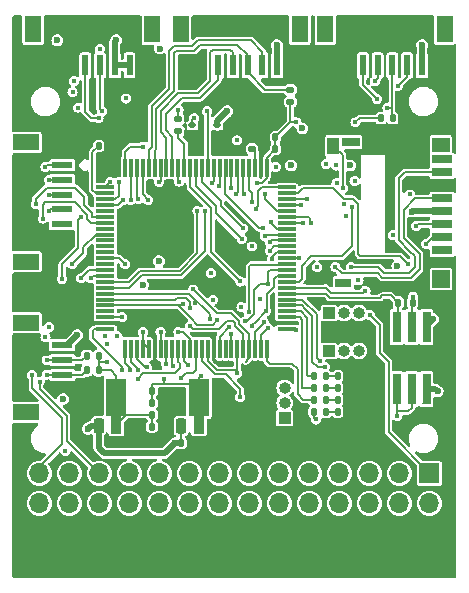
<source format=gbr>
%TF.GenerationSoftware,KiCad,Pcbnew,8.0.8-8.0.8-0~ubuntu24.04.1*%
%TF.CreationDate,2025-02-05T20:44:32+09:00*%
%TF.ProjectId,STM32-FC,53544d33-322d-4464-932e-6b696361645f,rev?*%
%TF.SameCoordinates,Original*%
%TF.FileFunction,Copper,L4,Bot*%
%TF.FilePolarity,Positive*%
%FSLAX46Y46*%
G04 Gerber Fmt 4.6, Leading zero omitted, Abs format (unit mm)*
G04 Created by KiCad (PCBNEW 8.0.8-8.0.8-0~ubuntu24.04.1) date 2025-02-05 20:44:32*
%MOMM*%
%LPD*%
G01*
G04 APERTURE LIST*
G04 Aperture macros list*
%AMRoundRect*
0 Rectangle with rounded corners*
0 $1 Rounding radius*
0 $2 $3 $4 $5 $6 $7 $8 $9 X,Y pos of 4 corners*
0 Add a 4 corners polygon primitive as box body*
4,1,4,$2,$3,$4,$5,$6,$7,$8,$9,$2,$3,0*
0 Add four circle primitives for the rounded corners*
1,1,$1+$1,$2,$3*
1,1,$1+$1,$4,$5*
1,1,$1+$1,$6,$7*
1,1,$1+$1,$8,$9*
0 Add four rect primitives between the rounded corners*
20,1,$1+$1,$2,$3,$4,$5,0*
20,1,$1+$1,$4,$5,$6,$7,0*
20,1,$1+$1,$6,$7,$8,$9,0*
20,1,$1+$1,$8,$9,$2,$3,0*%
%AMFreePoly0*
4,1,9,3.862500,-0.866500,0.737500,-0.866500,0.737500,-0.450000,-0.737500,-0.450000,-0.737500,0.450000,0.737500,0.450000,0.737500,0.866500,3.862500,0.866500,3.862500,-0.866500,3.862500,-0.866500,$1*%
G04 Aperture macros list end*
%TA.AperFunction,SMDPad,CuDef*%
%ADD10RoundRect,0.135000X-0.135000X-0.185000X0.135000X-0.185000X0.135000X0.185000X-0.135000X0.185000X0*%
%TD*%
%TA.AperFunction,ComponentPad*%
%ADD11R,1.000000X1.000000*%
%TD*%
%TA.AperFunction,ComponentPad*%
%ADD12O,1.000000X1.000000*%
%TD*%
%TA.AperFunction,SMDPad,CuDef*%
%ADD13RoundRect,0.140000X-0.140000X-0.170000X0.140000X-0.170000X0.140000X0.170000X-0.140000X0.170000X0*%
%TD*%
%TA.AperFunction,SMDPad,CuDef*%
%ADD14RoundRect,0.225000X0.225000X-0.425000X0.225000X0.425000X-0.225000X0.425000X-0.225000X-0.425000X0*%
%TD*%
%TA.AperFunction,SMDPad,CuDef*%
%ADD15FreePoly0,90.000000*%
%TD*%
%TA.AperFunction,ComponentPad*%
%ADD16R,1.700000X1.700000*%
%TD*%
%TA.AperFunction,ComponentPad*%
%ADD17O,1.700000X1.700000*%
%TD*%
%TA.AperFunction,SMDPad,CuDef*%
%ADD18RoundRect,0.147500X0.147500X0.172500X-0.147500X0.172500X-0.147500X-0.172500X0.147500X-0.172500X0*%
%TD*%
%TA.AperFunction,SMDPad,CuDef*%
%ADD19RoundRect,0.135000X0.185000X-0.135000X0.185000X0.135000X-0.185000X0.135000X-0.185000X-0.135000X0*%
%TD*%
%TA.AperFunction,SMDPad,CuDef*%
%ADD20RoundRect,0.140000X0.140000X0.170000X-0.140000X0.170000X-0.140000X-0.170000X0.140000X-0.170000X0*%
%TD*%
%TA.AperFunction,SMDPad,CuDef*%
%ADD21R,1.400000X2.225000*%
%TD*%
%TA.AperFunction,SMDPad,CuDef*%
%ADD22R,0.600000X1.800000*%
%TD*%
%TA.AperFunction,SMDPad,CuDef*%
%ADD23R,1.750000X0.700000*%
%TD*%
%TA.AperFunction,SMDPad,CuDef*%
%ADD24R,1.000000X1.450000*%
%TD*%
%TA.AperFunction,SMDPad,CuDef*%
%ADD25R,1.550000X1.000000*%
%TD*%
%TA.AperFunction,SMDPad,CuDef*%
%ADD26R,1.500000X0.800000*%
%TD*%
%TA.AperFunction,SMDPad,CuDef*%
%ADD27R,1.500000X1.300000*%
%TD*%
%TA.AperFunction,SMDPad,CuDef*%
%ADD28R,1.500000X1.500000*%
%TD*%
%TA.AperFunction,SMDPad,CuDef*%
%ADD29R,1.400000X0.800000*%
%TD*%
%TA.AperFunction,SMDPad,CuDef*%
%ADD30RoundRect,0.075000X0.725000X-0.075000X0.725000X0.075000X-0.725000X0.075000X-0.725000X-0.075000X0*%
%TD*%
%TA.AperFunction,SMDPad,CuDef*%
%ADD31RoundRect,0.075000X0.075000X-0.725000X0.075000X0.725000X-0.075000X0.725000X-0.075000X-0.725000X0*%
%TD*%
%TA.AperFunction,SMDPad,CuDef*%
%ADD32R,2.225000X1.400000*%
%TD*%
%TA.AperFunction,SMDPad,CuDef*%
%ADD33R,1.800000X0.600000*%
%TD*%
%TA.AperFunction,SMDPad,CuDef*%
%ADD34RoundRect,0.112500X0.187500X0.112500X-0.187500X0.112500X-0.187500X-0.112500X0.187500X-0.112500X0*%
%TD*%
%TA.AperFunction,SMDPad,CuDef*%
%ADD35R,0.760000X2.650000*%
%TD*%
%TA.AperFunction,SMDPad,CuDef*%
%ADD36RoundRect,0.135000X0.135000X0.185000X-0.135000X0.185000X-0.135000X-0.185000X0.135000X-0.185000X0*%
%TD*%
%TA.AperFunction,SMDPad,CuDef*%
%ADD37RoundRect,0.140000X0.170000X-0.140000X0.170000X0.140000X-0.170000X0.140000X-0.170000X-0.140000X0*%
%TD*%
%TA.AperFunction,ViaPad*%
%ADD38C,0.600000*%
%TD*%
%TA.AperFunction,ViaPad*%
%ADD39C,0.450000*%
%TD*%
%TA.AperFunction,Conductor*%
%ADD40C,0.200000*%
%TD*%
%TA.AperFunction,Conductor*%
%ADD41C,0.500000*%
%TD*%
%TA.AperFunction,Conductor*%
%ADD42C,0.150000*%
%TD*%
%TA.AperFunction,Conductor*%
%ADD43C,0.800000*%
%TD*%
G04 APERTURE END LIST*
D10*
%TO.P,R1,1*%
%TO.N,GND*%
X151840000Y-94500000D03*
%TO.P,R1,2*%
%TO.N,/BOOT0*%
X152860000Y-94500000D03*
%TD*%
D11*
%TO.P,TP1,1,Pin_1*%
%TO.N,/SPI2_SCK*%
X147000000Y-95400000D03*
D12*
%TO.P,TP1,2,Pin_2*%
%TO.N,/SPI2_MISO*%
X148270000Y-95400000D03*
%TO.P,TP1,3,Pin_3*%
%TO.N,/SPI2_MOSI*%
X149540000Y-95400000D03*
%TD*%
D13*
%TO.P,C14,1*%
%TO.N,+5V*%
X134520000Y-106400000D03*
%TO.P,C14,2*%
%TO.N,GND*%
X135480000Y-106400000D03*
%TD*%
D14*
%TO.P,U3,1,GND*%
%TO.N,GND*%
X130500000Y-104950000D03*
D15*
%TO.P,U3,2,VO*%
%TO.N,+3.3V*%
X129000000Y-104862500D03*
D14*
%TO.P,U3,3,VI*%
%TO.N,+5V*%
X127500000Y-104950000D03*
%TD*%
D16*
%TO.P,J6,1,CH1*%
%TO.N,/TIM4_CH2*%
X155510000Y-108960000D03*
D17*
%TO.P,J6,2,CH2*%
%TO.N,/TIM3_CH1*%
X152970000Y-108960000D03*
%TO.P,J6,3,CH3*%
%TO.N,/TIM3_CH2*%
X150430000Y-108960000D03*
%TO.P,J6,4,CH4*%
%TO.N,/TIM4_CH4*%
X147890000Y-108960000D03*
%TO.P,J6,5,CH5*%
%TO.N,/TIM5_CH1*%
X145350000Y-108960000D03*
%TO.P,J6,6,CH6*%
%TO.N,/TIM5_CH2*%
X142810000Y-108960000D03*
%TO.P,J6,7,CH7*%
%TO.N,/TIM5_CH3*%
X140270000Y-108960000D03*
%TO.P,J6,8,CH8*%
%TO.N,/TIM5_CH4*%
X137730000Y-108960000D03*
%TO.P,J6,9,AUX1*%
%TO.N,/TIM3_CH3*%
X135190000Y-108960000D03*
%TO.P,J6,10,AUX2*%
%TO.N,/TIM3_CH4*%
X132650000Y-108960000D03*
%TO.P,J6,11,AUX3*%
%TO.N,/TIM1_CH2*%
X130110000Y-108960000D03*
%TO.P,J6,12,AUX4*%
%TO.N,/TIM1_CH3*%
X127570000Y-108960000D03*
%TO.P,J6,13,RSSI*%
%TO.N,/RSSI_IN*%
X125030000Y-108960000D03*
%TO.P,J6,14,RCIN*%
%TO.N,/TIM1_CH4*%
X122490000Y-108960000D03*
%TO.P,J6,15,5V_CH*%
%TO.N,+5V_PWM*%
X155510000Y-111500000D03*
X152970000Y-111500000D03*
X150430000Y-111500000D03*
X147890000Y-111500000D03*
X145350000Y-111500000D03*
X142810000Y-111500000D03*
X140270000Y-111500000D03*
X137730000Y-111500000D03*
X135190000Y-111500000D03*
X132650000Y-111500000D03*
X130110000Y-111500000D03*
X127570000Y-111500000D03*
%TO.P,J6,16,5V_RCIN*%
%TO.N,+5V*%
X125030000Y-111500000D03*
%TO.P,J6,17,5V_RSSI*%
X122490000Y-111500000D03*
%TO.P,J6,18,GND*%
%TO.N,GND*%
X155510000Y-114040000D03*
X152970000Y-114040000D03*
X150430000Y-114040000D03*
X147890000Y-114040000D03*
X145350000Y-114040000D03*
X142810000Y-114040000D03*
X140270000Y-114040000D03*
X137730000Y-114040000D03*
X135190000Y-114040000D03*
X132650000Y-114040000D03*
X130110000Y-114040000D03*
X127570000Y-114040000D03*
X125030000Y-114040000D03*
X122490000Y-114040000D03*
%TD*%
D18*
%TO.P,D4,1,K*%
%TO.N,Net-(D4-K)*%
X146735000Y-101750000D03*
%TO.P,D4,2,A*%
%TO.N,/LED_GREEN*%
X145765000Y-101750000D03*
%TD*%
D19*
%TO.P,R30,1*%
%TO.N,+3.3V*%
X143750000Y-77510000D03*
%TO.P,R30,2*%
%TO.N,/UART3_RX*%
X143750000Y-76490000D03*
%TD*%
D18*
%TO.P,D5,1,K*%
%TO.N,Net-(D5-K)*%
X146735000Y-102750000D03*
%TO.P,D5,2,A*%
%TO.N,/LED_BLUE*%
X145765000Y-102750000D03*
%TD*%
D14*
%TO.P,U4,1,GND*%
%TO.N,GND*%
X137500000Y-104950000D03*
D15*
%TO.P,U4,2,VO*%
%TO.N,+3.3V_RC*%
X136000000Y-104862500D03*
D14*
%TO.P,U4,3,VI*%
%TO.N,+5V*%
X134500000Y-104950000D03*
%TD*%
D11*
%TO.P,TP2,1,Pin_1*%
%TO.N,/SPI1_SCK*%
X143250000Y-104270000D03*
D12*
%TO.P,TP2,2,Pin_2*%
%TO.N,/SPI1_MISO*%
X143250000Y-103000000D03*
%TO.P,TP2,3,Pin_3*%
%TO.N,/SPI1_MOSI*%
X143250000Y-101730000D03*
%TD*%
D20*
%TO.P,C12,1*%
%TO.N,+3.3V*%
X142480000Y-80520000D03*
%TO.P,C12,2*%
%TO.N,GND*%
X141520000Y-80520000D03*
%TD*%
D21*
%TO.P,J11,*%
%TO.N,*%
X156800000Y-71362500D03*
X146700000Y-71362500D03*
D22*
%TO.P,J11,1,Pin_1*%
%TO.N,+5V*%
X154875000Y-74425000D03*
%TO.P,J11,2,Pin_2*%
%TO.N,/UART2_TX*%
X153625000Y-74425000D03*
%TO.P,J11,3,Pin_3*%
%TO.N,/UART2_RX*%
X152375000Y-74425000D03*
%TO.P,J11,4,Pin_4*%
%TO.N,/UART2_CTS*%
X151125000Y-74425000D03*
%TO.P,J11,5,Pin_5*%
%TO.N,/UART2_RTS*%
X149875000Y-74425000D03*
%TO.P,J11,6,Pin_6*%
%TO.N,GND*%
X148625000Y-74425000D03*
%TD*%
D10*
%TO.P,R7,1*%
%TO.N,Net-(D4-K)*%
X147740000Y-101750000D03*
%TO.P,R7,2*%
%TO.N,GND*%
X148760000Y-101750000D03*
%TD*%
D13*
%TO.P,C5,1*%
%TO.N,GND*%
X126540000Y-81250000D03*
%TO.P,C5,2*%
%TO.N,/VCAP1*%
X127500000Y-81250000D03*
%TD*%
D19*
%TO.P,R5,1*%
%TO.N,/TIM4_CH3*%
X134250000Y-80010000D03*
%TO.P,R5,2*%
%TO.N,Net-(Q1-B)*%
X134250000Y-78990000D03*
%TD*%
D13*
%TO.P,C17,1*%
%TO.N,+3.3V*%
X132020000Y-105000000D03*
%TO.P,C17,2*%
%TO.N,GND*%
X132980000Y-105000000D03*
%TD*%
D23*
%TO.P,J4,1,DAT2*%
%TO.N,unconnected-(J4-DAT2-Pad1)*%
X156600000Y-90075000D03*
%TO.P,J4,2,DAT3/CD*%
%TO.N,/MSD_NSS*%
X156600000Y-88975000D03*
%TO.P,J4,3,CMD*%
%TO.N,/SPI2_MOSI*%
X156600000Y-87875000D03*
%TO.P,J4,4,VDD*%
%TO.N,+3.3V*%
X156600000Y-86775000D03*
%TO.P,J4,5,CLK*%
%TO.N,/SPI2_SCK*%
X156600000Y-85675000D03*
%TO.P,J4,6,VSS*%
%TO.N,GND*%
X156600000Y-84575000D03*
%TO.P,J4,7,DAT0*%
%TO.N,/SPI2_MISO*%
X156600000Y-83475000D03*
%TO.P,J4,8,DAT1*%
%TO.N,unconnected-(J4-DAT1-Pad8)*%
X156600000Y-82375000D03*
D24*
%TO.P,J4,9,DET*%
%TO.N,Net-(J4-DET)*%
X147375000Y-81250000D03*
D25*
%TO.P,J4,10,SHIELD*%
%TO.N,GND*%
X145800000Y-92475000D03*
D26*
%TO.P,J4,11*%
%TO.N,N/C*%
X148875000Y-80925000D03*
D27*
X156475000Y-81175000D03*
D28*
X156475000Y-92525000D03*
D29*
X148225000Y-92875000D03*
%TD*%
D10*
%TO.P,R4,1*%
%TO.N,Net-(D1-K)*%
X147740000Y-103750000D03*
%TO.P,R4,2*%
%TO.N,GND*%
X148760000Y-103750000D03*
%TD*%
D18*
%TO.P,D2,1,K*%
%TO.N,Net-(D2-K)*%
X146735000Y-100750000D03*
%TO.P,D2,2,A*%
%TO.N,/LED_RED*%
X145765000Y-100750000D03*
%TD*%
D13*
%TO.P,C13,1*%
%TO.N,+5V*%
X127520000Y-106500000D03*
%TO.P,C13,2*%
%TO.N,GND*%
X128480000Y-106500000D03*
%TD*%
D10*
%TO.P,R6,1*%
%TO.N,Net-(D2-K)*%
X147740000Y-100750000D03*
%TO.P,R6,2*%
%TO.N,GND*%
X148760000Y-100750000D03*
%TD*%
D30*
%TO.P,U1,100,VDD*%
%TO.N,+3.3V*%
X143425000Y-96750000D03*
%TO.P,U1,99,VSS*%
%TO.N,GND*%
X143425000Y-96250000D03*
%TO.P,U1,98,PE1*%
%TO.N,/LED_GREEN*%
X143425000Y-95750000D03*
%TO.P,U1,97,PE0*%
%TO.N,/LED_RED*%
X143425000Y-95250000D03*
%TO.P,U1,96,PB9*%
%TO.N,/I2C1_SDA*%
X143425000Y-94750000D03*
%TO.P,U1,95,PB8*%
%TO.N,/I2C1_SCL*%
X143425000Y-94250000D03*
%TO.P,U1,94,BOOT0*%
%TO.N,/BOOT0*%
X143425000Y-93750000D03*
%TO.P,U1,93,PB7*%
%TO.N,/TIM4_CH2*%
X143425000Y-93250000D03*
%TO.P,U1,92,PB6*%
%TO.N,/CAN2_TX*%
X143425000Y-92750000D03*
%TO.P,U1,91,PB5*%
%TO.N,/SPI3_MOSI*%
X143425000Y-92250000D03*
%TO.P,U1,90,PB4*%
%TO.N,/SPI3_MISO*%
X143425000Y-91750000D03*
%TO.P,U1,89,PB3*%
%TO.N,/SPI3_SCK*%
X143425000Y-91250000D03*
%TO.P,U1,88,PD7*%
%TO.N,/MSD_NSS*%
X143425000Y-90750000D03*
%TO.P,U1,87,PD6*%
%TO.N,/UART2_RX*%
X143425000Y-90250000D03*
%TO.P,U1,86,PD5*%
%TO.N,/UART2_TX*%
X143425000Y-89750000D03*
%TO.P,U1,85,PD4*%
%TO.N,/UART2_RTS*%
X143425000Y-89250000D03*
%TO.P,U1,84,PD3*%
%TO.N,/UART2_CTS*%
X143425000Y-88750000D03*
%TO.P,U1,83,PD2*%
%TO.N,/UART5_RX*%
X143425000Y-88250000D03*
%TO.P,U1,82,PD1*%
%TO.N,/CAN1_TX*%
X143425000Y-87750000D03*
%TO.P,U1,81,PD0*%
%TO.N,/CAN1_RX*%
X143425000Y-87250000D03*
%TO.P,U1,80,PC12*%
%TO.N,/UART5_TX*%
X143425000Y-86750000D03*
%TO.P,U1,79,PC11*%
%TO.N,/UART4_RX*%
X143425000Y-86250000D03*
%TO.P,U1,78,PC10*%
%TO.N,/UART4_TX*%
X143425000Y-85750000D03*
%TO.P,U1,77,PA15*%
%TO.N,/BOOT1*%
X143425000Y-85250000D03*
%TO.P,U1,76,PA14*%
%TO.N,/SWCLK*%
X143425000Y-84750000D03*
D31*
%TO.P,U1,75,VDD*%
%TO.N,+3.3V*%
X141750000Y-83075000D03*
%TO.P,U1,74,VSS*%
%TO.N,GND*%
X141250000Y-83075000D03*
%TO.P,U1,73,VCAP_2*%
%TO.N,/VCAP2*%
X140750000Y-83075000D03*
%TO.P,U1,72,PA13*%
%TO.N,/SWDIO*%
X140250000Y-83075000D03*
%TO.P,U1,71,PA12*%
%TO.N,/USB_D+*%
X139750000Y-83075000D03*
%TO.P,U1,70,PA11*%
%TO.N,/USB_D-*%
X139250000Y-83075000D03*
%TO.P,U1,69,PA10*%
%TO.N,/UART1_RX*%
X138750000Y-83075000D03*
%TO.P,U1,68,PA9*%
%TO.N,/UART1_TX*%
X138250000Y-83075000D03*
%TO.P,U1,67,PA8*%
%TO.N,/I2C3_SCL*%
X137750000Y-83075000D03*
%TO.P,U1,66,PC9*%
%TO.N,/I2C3_SDA*%
X137250000Y-83075000D03*
%TO.P,U1,65,PC8*%
%TO.N,/GPS1_BUZZER*%
X136750000Y-83075000D03*
%TO.P,U1,64,PC7*%
%TO.N,/TIM3_CH2*%
X136250000Y-83075000D03*
%TO.P,U1,63,PC6*%
%TO.N,/TIM3_CH1*%
X135750000Y-83075000D03*
%TO.P,U1,62,PD15*%
%TO.N,/TIM4_CH4*%
X135250000Y-83075000D03*
%TO.P,U1,61,PD14*%
%TO.N,/TIM4_CH3*%
X134750000Y-83075000D03*
%TO.P,U1,60,PD13*%
%TO.N,/GPS1_LED*%
X134250000Y-83075000D03*
%TO.P,U1,59,PD12*%
%TO.N,/UART3_RTS*%
X133750000Y-83075000D03*
%TO.P,U1,58,PD11*%
%TO.N,/UART3_CTS*%
X133250000Y-83075000D03*
%TO.P,U1,57,PD10*%
%TO.N,/GPS1_LED_SW*%
X132750000Y-83075000D03*
%TO.P,U1,56,PD9*%
%TO.N,/UART3_RX*%
X132250000Y-83075000D03*
%TO.P,U1,55,PD8*%
%TO.N,/UART3_TX*%
X131750000Y-83075000D03*
%TO.P,U1,54,PB15*%
%TO.N,/SPI2_MOSI*%
X131250000Y-83075000D03*
%TO.P,U1,53,PB14*%
%TO.N,/SPI2_MISO*%
X130750000Y-83075000D03*
%TO.P,U1,52,PB13*%
%TO.N,/SPI2_SCK*%
X130250000Y-83075000D03*
%TO.P,U1,51,PB12*%
%TO.N,/CAN2_RX*%
X129750000Y-83075000D03*
D30*
%TO.P,U1,50,VDD*%
%TO.N,+3.3V*%
X128075000Y-84750000D03*
%TO.P,U1,49,VCAP_1*%
%TO.N,/VCAP1*%
X128075000Y-85250000D03*
%TO.P,U1,48,PB11*%
%TO.N,/I2C2_SDA*%
X128075000Y-85750000D03*
%TO.P,U1,47,PB10*%
%TO.N,/I2C2_SCL*%
X128075000Y-86250000D03*
%TO.P,U1,46,PE15*%
%TO.N,unconnected-(U1-PE15-Pad46)*%
X128075000Y-86750000D03*
%TO.P,U1,45,PE14*%
%TO.N,/TIM1_CH4*%
X128075000Y-87250000D03*
%TO.P,U1,44,PE13*%
%TO.N,/TIM1_CH3*%
X128075000Y-87750000D03*
%TO.P,U1,43,PE12*%
%TO.N,unconnected-(U1-PE12-Pad43)*%
X128075000Y-88250000D03*
%TO.P,U1,42,PE11*%
%TO.N,/TIM1_CH2*%
X128075000Y-88750000D03*
%TO.P,U1,41,PE10*%
%TO.N,unconnected-(U1-PE10-Pad41)*%
X128075000Y-89250000D03*
%TO.P,U1,40,PE9*%
%TO.N,unconnected-(U1-PE9-Pad40)*%
X128075000Y-89750000D03*
%TO.P,U1,39,PE8*%
%TO.N,unconnected-(U1-PE8-Pad39)*%
X128075000Y-90250000D03*
%TO.P,U1,38,PE7*%
%TO.N,/BARO_INT*%
X128075000Y-90750000D03*
%TO.P,U1,37,PB2*%
%TO.N,unconnected-(U1-PB2-Pad37)*%
X128075000Y-91250000D03*
%TO.P,U1,36,PB1*%
%TO.N,/TIM3_CH4*%
X128075000Y-91750000D03*
%TO.P,U1,35,PB0*%
%TO.N,/TIM3_CH3*%
X128075000Y-92250000D03*
%TO.P,U1,34,PC5*%
%TO.N,/CAN2_STBY*%
X128075000Y-92750000D03*
%TO.P,U1,33,PC4*%
%TO.N,/CAN1_STBY*%
X128075000Y-93250000D03*
%TO.P,U1,32,PA7*%
%TO.N,/SPI1_MOSI*%
X128075000Y-93750000D03*
%TO.P,U1,31,PA6*%
%TO.N,/SPI1_MISO*%
X128075000Y-94250000D03*
%TO.P,U1,30,PA5*%
%TO.N,/SPI1_SCK*%
X128075000Y-94750000D03*
%TO.P,U1,29,PA4*%
%TO.N,unconnected-(U1-PA4-Pad29)*%
X128075000Y-95250000D03*
%TO.P,U1,28,VDD*%
%TO.N,+3.3V*%
X128075000Y-95750000D03*
%TO.P,U1,27,VSS*%
%TO.N,GND*%
X128075000Y-96250000D03*
%TO.P,U1,26,PA3*%
%TO.N,/TIM5_CH4*%
X128075000Y-96750000D03*
D31*
%TO.P,U1,25,PA2*%
%TO.N,/TIM5_CH3*%
X129750000Y-98425000D03*
%TO.P,U1,24,PA1*%
%TO.N,/TIM5_CH2*%
X130250000Y-98425000D03*
%TO.P,U1,23,PA0*%
%TO.N,/TIM5_CH1*%
X130750000Y-98425000D03*
%TO.P,U1,22,VDDA*%
%TO.N,+3.3V*%
X131250000Y-98425000D03*
%TO.P,U1,21,VREF+*%
X131750000Y-98425000D03*
%TO.P,U1,20,VSSA*%
%TO.N,GND*%
X132250000Y-98425000D03*
%TO.P,U1,19,VDD*%
%TO.N,+3.3V*%
X132750000Y-98425000D03*
%TO.P,U1,18,PC3*%
%TO.N,/PM_VOLTAGE*%
X133250000Y-98425000D03*
%TO.P,U1,17,PC2*%
%TO.N,/PM_CURRENT*%
X133750000Y-98425000D03*
%TO.P,U1,16,PC1*%
%TO.N,/RSSI_IN*%
X134250000Y-98425000D03*
%TO.P,U1,15,PC0*%
%TO.N,/V_BATT*%
X134750000Y-98425000D03*
%TO.P,U1,14,NRST*%
%TO.N,/NRST*%
X135250000Y-98425000D03*
%TO.P,U1,13,PH1*%
%TO.N,/OSC_OUT*%
X135750000Y-98425000D03*
%TO.P,U1,12,PH0*%
%TO.N,/OSC_IN*%
X136250000Y-98425000D03*
%TO.P,U1,11,VDD*%
%TO.N,+3.3V*%
X136750000Y-98425000D03*
%TO.P,U1,10,VSS*%
%TO.N,GND*%
X137250000Y-98425000D03*
%TO.P,U1,9,PC15*%
%TO.N,/MSD_DETECT*%
X137750000Y-98425000D03*
%TO.P,U1,8,PC14*%
%TO.N,unconnected-(U1-PC14-Pad8)*%
X138250000Y-98425000D03*
%TO.P,U1,7,PC13*%
%TO.N,/FLASH_NSS*%
X138750000Y-98425000D03*
%TO.P,U1,6,VBAT*%
%TO.N,+3.3V*%
X139250000Y-98425000D03*
%TO.P,U1,5,PE6*%
%TO.N,/BARO_NSS*%
X139750000Y-98425000D03*
%TO.P,U1,4,PE5*%
%TO.N,/GYRO1_NSS*%
X140250000Y-98425000D03*
%TO.P,U1,3,PE4*%
%TO.N,/MAG_NSS*%
X140750000Y-98425000D03*
%TO.P,U1,2,PE3*%
%TO.N,/GYRO2_NSS*%
X141250000Y-98425000D03*
%TO.P,U1,1,PE2*%
%TO.N,/LED_BLUE*%
X141750000Y-98425000D03*
%TD*%
D13*
%TO.P,C16,1*%
%TO.N,+3.3V_RC*%
X132020000Y-103000000D03*
%TO.P,C16,2*%
%TO.N,GND*%
X132980000Y-103000000D03*
%TD*%
D21*
%TO.P,J12,*%
%TO.N,*%
X144550000Y-71362500D03*
X134450000Y-71362500D03*
D22*
%TO.P,J12,1,Pin_1*%
%TO.N,+5V*%
X142625000Y-74425000D03*
%TO.P,J12,2,Pin_2*%
%TO.N,/UART3_TX*%
X141375000Y-74425000D03*
%TO.P,J12,3,Pin_3*%
%TO.N,/UART3_RX*%
X140125000Y-74425000D03*
%TO.P,J12,4,Pin_4*%
%TO.N,/UART3_CTS*%
X138875000Y-74425000D03*
%TO.P,J12,5,Pin_5*%
%TO.N,/UART3_RTS*%
X137625000Y-74425000D03*
%TO.P,J12,6,Pin_6*%
%TO.N,GND*%
X136375000Y-74425000D03*
%TD*%
D10*
%TO.P,R29,2*%
%TO.N,/UART2_RX*%
X152410000Y-78900000D03*
%TO.P,R29,1*%
%TO.N,+3.3V*%
X151390000Y-78900000D03*
%TD*%
%TO.P,R8,1*%
%TO.N,Net-(D5-K)*%
X147740000Y-102750000D03*
%TO.P,R8,2*%
%TO.N,GND*%
X148760000Y-102750000D03*
%TD*%
D13*
%TO.P,C15,1*%
%TO.N,+3.3V*%
X132020000Y-104000000D03*
%TO.P,C15,2*%
%TO.N,GND*%
X132980000Y-104000000D03*
%TD*%
D32*
%TO.P,J13,*%
%TO.N,*%
X121362500Y-96200000D03*
X121362500Y-103800000D03*
D33*
%TO.P,J13,1,Pin_1*%
%TO.N,+5V*%
X124425000Y-98125000D03*
%TO.P,J13,2,Pin_2*%
%TO.N,/I2C1_SCL*%
X124425000Y-99375000D03*
%TO.P,J13,3,Pin_3*%
%TO.N,/I2C1_SDA*%
X124425000Y-100625000D03*
%TO.P,J13,4,Pin_4*%
%TO.N,GND*%
X124425000Y-101875000D03*
%TD*%
D18*
%TO.P,D1,1,K*%
%TO.N,Net-(D1-K)*%
X146735000Y-103750000D03*
%TO.P,D1,2,A*%
%TO.N,+3.3V*%
X145765000Y-103750000D03*
%TD*%
D34*
%TO.P,D3,1,K*%
%TO.N,+5V*%
X137550000Y-79500000D03*
%TO.P,D3,2,A*%
%TO.N,Net-(BZ1-+)*%
X135450000Y-79500000D03*
%TD*%
D11*
%TO.P,TP3,1,Pin_1*%
%TO.N,/SPI3_SCK*%
X147000000Y-98600000D03*
D12*
%TO.P,TP3,2,Pin_2*%
%TO.N,/SPI3_MISO*%
X148270000Y-98600000D03*
%TO.P,TP3,3,Pin_3*%
%TO.N,/SPI3_MOSI*%
X149540000Y-98600000D03*
%TD*%
D35*
%TO.P,SW2,1*%
%TO.N,+5V_PWM*%
X155270000Y-101825000D03*
%TO.P,SW2,2*%
%TO.N,+3.3V*%
X154000000Y-101825000D03*
%TO.P,SW2,3*%
X152730000Y-101825000D03*
%TO.P,SW2,4*%
%TO.N,/BOOT0*%
X152730000Y-96575000D03*
%TO.P,SW2,5*%
%TO.N,/BOOT1*%
X154000000Y-96575000D03*
%TO.P,SW2,6*%
%TO.N,+5V*%
X155270000Y-96575000D03*
%TD*%
D36*
%TO.P,R32,1*%
%TO.N,+3.3V*%
X127510000Y-99000000D03*
%TO.P,R32,2*%
%TO.N,/I2C1_SCL*%
X126490000Y-99000000D03*
%TD*%
D37*
%TO.P,C6,1*%
%TO.N,/VCAP2*%
X140500000Y-81480000D03*
%TO.P,C6,2*%
%TO.N,GND*%
X140500000Y-80520000D03*
%TD*%
D21*
%TO.P,J3,*%
%TO.N,*%
X132050000Y-71362500D03*
X121950000Y-71362500D03*
D22*
%TO.P,J3,1,Pin_1*%
%TO.N,+5V*%
X130125000Y-74425000D03*
%TO.P,J3,2,Pin_2*%
X128875000Y-74425000D03*
%TO.P,J3,3,Pin_3*%
%TO.N,/PM_CURRENT*%
X127625000Y-74425000D03*
%TO.P,J3,4,Pin_4*%
%TO.N,/PM_VOLTAGE*%
X126375000Y-74425000D03*
%TO.P,J3,5,Pin_5*%
%TO.N,GND*%
X125125000Y-74425000D03*
%TO.P,J3,6,Pin_6*%
X123875000Y-74425000D03*
%TD*%
D32*
%TO.P,J1,*%
%TO.N,*%
X121362500Y-80950000D03*
X121362500Y-91050000D03*
D33*
%TO.P,J1,1,Pin_1*%
%TO.N,+3.3V*%
X124425000Y-82875000D03*
%TO.P,J1,2,Pin_2*%
%TO.N,/SWDIO*%
X124425000Y-84125000D03*
%TO.P,J1,3,Pin_3*%
%TO.N,/SWCLK*%
X124425000Y-85375000D03*
%TO.P,J1,4,Pin_4*%
%TO.N,/NRST*%
X124425000Y-86625000D03*
%TO.P,J1,5,Pin_5*%
%TO.N,unconnected-(J1-Pin_5-Pad5)*%
X124425000Y-87875000D03*
%TO.P,J1,6,Pin_6*%
%TO.N,GND*%
X124425000Y-89125000D03*
%TD*%
D36*
%TO.P,R31,1*%
%TO.N,+3.3V*%
X127510000Y-100250000D03*
%TO.P,R31,2*%
%TO.N,/I2C1_SDA*%
X126490000Y-100250000D03*
%TD*%
D13*
%TO.P,C18,1*%
%TO.N,+3.3V_RC*%
X132020000Y-102000000D03*
%TO.P,C18,2*%
%TO.N,GND*%
X132980000Y-102000000D03*
%TD*%
D36*
%TO.P,R2,1*%
%TO.N,GND*%
X155110000Y-94500000D03*
%TO.P,R2,2*%
%TO.N,/BOOT1*%
X154090000Y-94500000D03*
%TD*%
D20*
%TO.P,C11,1*%
%TO.N,+3.3V*%
X142480000Y-81500000D03*
%TO.P,C11,2*%
%TO.N,GND*%
X141520000Y-81500000D03*
%TD*%
D38*
%TO.N,GND*%
X135100000Y-90200000D03*
D39*
%TO.N,/TIM3_CH2*%
X139708639Y-88223726D03*
%TO.N,/UART1_TX*%
X141400000Y-88200000D03*
%TO.N,/TIM3_CH1*%
X139628071Y-89119921D03*
D38*
%TO.N,GND*%
X139573267Y-91800000D03*
D39*
%TO.N,/TIM4_CH4*%
X139510251Y-92715824D03*
%TO.N,/TIM5_CH1*%
X131565021Y-99950000D03*
%TO.N,/TIM5_CH2*%
X130799955Y-100192137D03*
%TO.N,/TIM5_CH3*%
X130150003Y-100200000D03*
%TO.N,/TIM5_CH4*%
X129500000Y-100200000D03*
%TO.N,/TIM3_CH4*%
X126019255Y-92450000D03*
%TO.N,/TIM3_CH3*%
X126819258Y-92450000D03*
%TO.N,/TIM1_CH2*%
X125264265Y-91264265D03*
%TO.N,Net-(J2-CC1)*%
X124400000Y-92500000D03*
%TO.N,/TIM1_CH4*%
X121875000Y-100639998D03*
X122176328Y-86185089D03*
%TO.N,/TIM1_CH3*%
X122800000Y-87400000D03*
X122500000Y-101200000D03*
D38*
%TO.N,+5V*%
X125707822Y-97253365D03*
X124500000Y-102675002D03*
%TO.N,GND*%
X126300000Y-102200000D03*
X124800000Y-89800000D03*
D39*
%TO.N,/NRST*%
X123300000Y-86750000D03*
%TO.N,/SWDIO*%
X123300000Y-84100000D03*
%TO.N,/SWCLK*%
X123300000Y-85400000D03*
D38*
%TO.N,GND*%
X131095021Y-87531450D03*
X140300000Y-80154975D03*
%TO.N,/CAN2_STBY*%
X144762654Y-79762654D03*
%TO.N,GND*%
X144800000Y-82900000D03*
D39*
%TO.N,/CAN2_STBY*%
X135874997Y-86750000D03*
X139225000Y-80775000D03*
%TO.N,/CAN1_STBY*%
X136525000Y-86750000D03*
%TO.N,/FLASH_NSS*%
X148471446Y-87200000D03*
%TO.N,/MSD_DETECT*%
X147651061Y-84400000D03*
X138563534Y-96567631D03*
%TO.N,/FLASH_NSS*%
X138713910Y-97200000D03*
%TO.N,/BARO_INT*%
X129750000Y-91250000D03*
D38*
%TO.N,GND*%
X132250000Y-93000000D03*
%TO.N,+3.3V*%
X131250000Y-93000000D03*
D39*
%TO.N,/RSSI_IN*%
X130798685Y-100935870D03*
%TO.N,/PM_CURRENT*%
X133835271Y-99837596D03*
%TO.N,/V_BATT*%
X135110000Y-99810000D03*
%TO.N,GND*%
X141500000Y-102100000D03*
%TO.N,/CAN1_RX*%
X145493415Y-87775000D03*
%TO.N,/UART5_TX*%
X141565600Y-85323138D03*
%TO.N,/UART5_RX*%
X142125469Y-87683616D03*
%TO.N,+3.3V*%
X144225000Y-96819586D03*
D38*
%TO.N,GND*%
X155500000Y-116700000D03*
X126000000Y-116700000D03*
D39*
%TO.N,/UART1_RX*%
X124700000Y-107075000D03*
%TO.N,/UART5_TX*%
X129092718Y-97357792D03*
%TO.N,/UART5_RX*%
X128071431Y-97375007D03*
%TO.N,/I2C2_SCL*%
X129587233Y-85811918D03*
%TO.N,/I2C2_SDA*%
X129200000Y-84271232D03*
X123300000Y-96600000D03*
%TO.N,/I2C2_SCL*%
X123000000Y-97450000D03*
%TO.N,+3.3V*%
X152800000Y-104100000D03*
X145900000Y-104400000D03*
%TO.N,+3.3V_RC*%
X153854504Y-85354504D03*
X136200000Y-100700000D03*
X133000000Y-101000000D03*
%TO.N,/I2C1_SDA*%
X123099998Y-100600000D03*
%TO.N,/I2C1_SCL*%
X123099998Y-99400000D03*
%TO.N,/I2C1_SDA*%
X146654972Y-99973085D03*
%TO.N,/I2C1_SCL*%
X146264252Y-99453622D03*
%TO.N,/TIM4_CH2*%
X150453042Y-95548260D03*
%TO.N,/I2C3_SDA*%
X129800000Y-77225000D03*
%TO.N,/GPS1_BUZZER*%
X136700000Y-78300000D03*
%TO.N,Net-(J4-DET)*%
X148176061Y-84818978D03*
D38*
%TO.N,+5V*%
X132600000Y-91000000D03*
D39*
%TO.N,/GPS1_LED*%
X134337241Y-84265801D03*
%TO.N,/GPS1_LED_SW*%
X132642322Y-84279519D03*
%TO.N,/I2C3_SCL*%
X127600000Y-73024998D03*
D38*
%TO.N,+5V*%
X152800000Y-91400000D03*
D39*
%TO.N,/BOOT1*%
X154100000Y-94000000D03*
X153690773Y-91208758D03*
%TO.N,/SPI2_MOSI*%
X154390134Y-87994427D03*
%TO.N,GND*%
X128300000Y-75700000D03*
X141250000Y-89750000D03*
X136000000Y-92000000D03*
X141500000Y-100600000D03*
X132000000Y-96750000D03*
D38*
X150900000Y-100701574D03*
D39*
X138105700Y-99696512D03*
X142100000Y-95800000D03*
D38*
X135700000Y-75900000D03*
D39*
X130042651Y-104562312D03*
X156700000Y-94500000D03*
X151900000Y-91200000D03*
D38*
X151900000Y-98400000D03*
D39*
X138700000Y-105100000D03*
X155300000Y-84500000D03*
%TO.N,/NRST*%
X134262241Y-96986415D03*
%TO.N,/OSC_IN*%
X139500000Y-102500000D03*
%TO.N,/OSC_OUT*%
X134500000Y-100865000D03*
D38*
%TO.N,+5V*%
X138400000Y-78300000D03*
X143800000Y-82900000D03*
X126600000Y-105200000D03*
X154900000Y-72700000D03*
D39*
X142500000Y-83000000D03*
X146750000Y-82750000D03*
D38*
X134000000Y-106400000D03*
X148800000Y-82900000D03*
X155828768Y-95900000D03*
X142600000Y-72700000D03*
X129000000Y-72300000D03*
X124000000Y-72300000D03*
D39*
%TO.N,Net-(BZ1-+)*%
X135600000Y-78900000D03*
%TO.N,/UART1_RX*%
X138733878Y-84800654D03*
X149171232Y-84228768D03*
%TO.N,+3.3V*%
X125750000Y-78000000D03*
X144250000Y-79250000D03*
X137000000Y-92000000D03*
X140500000Y-89750000D03*
X128250000Y-99500000D03*
X131250000Y-97000000D03*
X140900000Y-84400000D03*
X129500000Y-95750000D03*
X128500000Y-84271232D03*
X149250000Y-79250000D03*
X149500000Y-92600000D03*
D38*
X154000000Y-86800000D03*
D39*
X137191351Y-94266757D03*
X139250000Y-100500000D03*
X123000000Y-83000000D03*
X148300000Y-86200000D03*
X128250000Y-98000000D03*
D38*
%TO.N,+5V_PWM*%
X156200000Y-102000000D03*
D39*
%TO.N,/SPI1_SCK*%
X137536340Y-96007571D03*
X134680548Y-94609266D03*
%TO.N,/SPI1_MISO*%
X135200000Y-95000000D03*
%TO.N,/SPI1_MOSI*%
X136900000Y-95875002D03*
X135700000Y-94563068D03*
%TO.N,/MAG_NSS*%
X141477169Y-96150633D03*
%TO.N,/SPI2_SCK*%
X130237102Y-85825001D03*
X147555000Y-91500000D03*
%TO.N,/PM_VOLTAGE*%
X133200000Y-99700000D03*
X127500000Y-78900000D03*
%TO.N,/PM_CURRENT*%
X127800000Y-78300000D03*
%TO.N,/USB_D-*%
X139150000Y-85300000D03*
%TO.N,/USB_D+*%
X139850000Y-85300000D03*
%TO.N,/SWDIO*%
X140500000Y-86000000D03*
%TO.N,/SWCLK*%
X140790690Y-86581380D03*
%TO.N,/UART4_TX*%
X145106062Y-85749853D03*
X125400000Y-75750002D03*
%TO.N,/UART4_RX*%
X144670599Y-86275000D03*
X125300000Y-76700000D03*
%TO.N,/SPI2_MISO*%
X130878768Y-85721232D03*
X148865000Y-91515000D03*
%TO.N,/SPI2_MOSI*%
X131700000Y-85800000D03*
X146000000Y-91500000D03*
%TO.N,/UART2_CTS*%
X141560947Y-88880961D03*
X150900000Y-75750000D03*
%TO.N,/UART2_RTS*%
X141978832Y-89378832D03*
X151077611Y-77253368D03*
%TO.N,/UART2_RX*%
X151954707Y-78037757D03*
X142200000Y-90800000D03*
%TO.N,/UART2_TX*%
X152840886Y-76150000D03*
X141994838Y-90105289D03*
%TO.N,/Sensors/MAG_C1*%
X141200000Y-94200000D03*
X139600000Y-94900000D03*
%TO.N,/I2C3_SDA*%
X137070802Y-84384035D03*
%TO.N,/I2C3_SCL*%
X137683878Y-84600000D03*
%TO.N,Net-(Q1-B)*%
X134262158Y-78205396D03*
%TO.N,/SPI3_SCK*%
X140200000Y-95300000D03*
%TO.N,/SPI3_MOSI*%
X140496446Y-96503554D03*
X141703783Y-95203027D03*
%TO.N,/SPI3_MISO*%
X141836623Y-92955482D03*
X139900000Y-96100000D03*
%TO.N,/GYRO2_NSS*%
X141857938Y-96677433D03*
%TO.N,/GYRO1_NSS*%
X135503554Y-93396446D03*
%TO.N,/BARO_NSS*%
X135269242Y-96476350D03*
%TO.N,/CAN2_RX*%
X131300000Y-81300000D03*
X147600000Y-82900000D03*
%TO.N,/CAN2_TX*%
X148996446Y-86403554D03*
%TO.N,/TIM4_CH2*%
X150100000Y-93500000D03*
%TO.N,/MSD_NSS*%
X152400000Y-88800000D03*
X144430710Y-90761219D03*
X155238419Y-89525000D03*
%TO.N,/CAN1_TX*%
X144843412Y-87775000D03*
%TO.N,Net-(J2-CC1)*%
X126000000Y-87275000D03*
D38*
%TO.N,+3.3V*%
X132700000Y-73000000D03*
D39*
X132750000Y-97000000D03*
%TD*%
D40*
%TO.N,/TIM3_CH2*%
X139708639Y-88208639D02*
X139708639Y-88223726D01*
X137858878Y-86358878D02*
X139708639Y-88208639D01*
%TO.N,/TIM3_CH1*%
X135750000Y-83075000D02*
X135750000Y-84666850D01*
X135750000Y-84666850D02*
X137450000Y-86366850D01*
X137450000Y-86366850D02*
X137450000Y-86941850D01*
X137450000Y-86941850D02*
X139628071Y-89119921D01*
%TO.N,/TIM3_CH2*%
X137858878Y-86358878D02*
X137858878Y-85914574D01*
X137858878Y-85914574D02*
X136250000Y-84305696D01*
X136250000Y-84305696D02*
X136250000Y-83075000D01*
%TO.N,/UART1_TX*%
X138250000Y-83075000D02*
X138208878Y-83116122D01*
X138208878Y-83116122D02*
X138208878Y-85308879D01*
X138208878Y-85308879D02*
X141099999Y-88200000D01*
X141099999Y-88200000D02*
X141400000Y-88200000D01*
%TO.N,/TIM4_CH4*%
X137050000Y-86532537D02*
X137050000Y-90255573D01*
X137050000Y-90255573D02*
X139510251Y-92715824D01*
X136808732Y-86291268D02*
X137050000Y-86532536D01*
X135250000Y-84732537D02*
X136808732Y-86291268D01*
X136808732Y-86291268D02*
X137050000Y-86532537D01*
X135250000Y-83075000D02*
X135250000Y-84732537D01*
%TO.N,/TIM5_CH1*%
X130750000Y-99257410D02*
X131442590Y-99950000D01*
X131442590Y-99950000D02*
X131565021Y-99950000D01*
X130750000Y-98425000D02*
X130750000Y-99257410D01*
%TO.N,/TIM5_CH3*%
X130150003Y-100200000D02*
X130150003Y-100023223D01*
X130150003Y-100023223D02*
X129750000Y-99623220D01*
X129750000Y-99623220D02*
X129750000Y-98425000D01*
%TO.N,/TIM5_CH2*%
X130799955Y-100107489D02*
X130799955Y-100192137D01*
X130250000Y-99557534D02*
X130799955Y-100107489D01*
X130250000Y-98425000D02*
X130250000Y-99557534D01*
%TO.N,/TIM5_CH4*%
X129500000Y-100200000D02*
X129500000Y-100000000D01*
X129500000Y-100000000D02*
X127000000Y-97500000D01*
X127000000Y-97500000D02*
X127000000Y-96900000D01*
X127000000Y-96900000D02*
X127150000Y-96750000D01*
X127150000Y-96750000D02*
X128075000Y-96750000D01*
D41*
%TO.N,+5V*%
X127520000Y-106500000D02*
X127520000Y-106809999D01*
X127520000Y-106809999D02*
X127970001Y-107260000D01*
X127970001Y-107260000D02*
X133140000Y-107260000D01*
X133140000Y-107260000D02*
X134000000Y-106400000D01*
D40*
%TO.N,/TIM3_CH4*%
X126019255Y-92401474D02*
X126019255Y-92450000D01*
X126670729Y-91750000D02*
X126019255Y-92401474D01*
X128075000Y-91750000D02*
X126670729Y-91750000D01*
%TO.N,/TIM3_CH3*%
X127019258Y-92250000D02*
X126819258Y-92450000D01*
X128075000Y-92250000D02*
X127019258Y-92250000D01*
%TO.N,/TIM1_CH2*%
X126180000Y-90348530D02*
X125264265Y-91264265D01*
X127242590Y-88750000D02*
X126180000Y-89812590D01*
X126180000Y-89812590D02*
X126180000Y-90348530D01*
X128075000Y-88750000D02*
X127242590Y-88750000D01*
%TO.N,Net-(J2-CC1)*%
X124400000Y-91280000D02*
X125780000Y-89900000D01*
X125780000Y-87495000D02*
X125780000Y-89900000D01*
X124400000Y-92500000D02*
X124400000Y-91280000D01*
%TO.N,/TIM1_CH4*%
X122490000Y-108960000D02*
X122490000Y-108419188D01*
X122490000Y-108419188D02*
X124400000Y-106509188D01*
X124400000Y-106509188D02*
X124400000Y-104265686D01*
X124400000Y-104265686D02*
X121875000Y-101740686D01*
X121875000Y-101740686D02*
X121875000Y-100639998D01*
%TO.N,/TIM1_CH3*%
X124800000Y-104434314D02*
X124800000Y-104100000D01*
X124800000Y-104100000D02*
X122500000Y-101800000D01*
X122500000Y-101800000D02*
X122500000Y-101200000D01*
%TO.N,/TIM1_CH4*%
X122176328Y-85698672D02*
X122176328Y-86185089D01*
X123100000Y-84775000D02*
X122176328Y-85698672D01*
X123100000Y-84775000D02*
X125500000Y-84775000D01*
%TO.N,/TIM1_CH3*%
X122775000Y-87375000D02*
X122800000Y-87400000D01*
X122775000Y-86225000D02*
X122775000Y-87375000D01*
X123000000Y-86000000D02*
X122775000Y-86225000D01*
X123000000Y-86000000D02*
X125467463Y-86000000D01*
D41*
%TO.N,+5V*%
X124836187Y-98125000D02*
X125707822Y-97253365D01*
X124425000Y-98125000D02*
X124836187Y-98125000D01*
D40*
%TO.N,/TIM1_CH3*%
X124800000Y-106190000D02*
X124800000Y-104434314D01*
X127570000Y-108960000D02*
X124800000Y-106190000D01*
%TO.N,/SWDIO*%
X124425000Y-84125000D02*
X123325000Y-84125000D01*
X123325000Y-84125000D02*
X123300000Y-84100000D01*
%TO.N,/SWCLK*%
X124425000Y-85375000D02*
X123325000Y-85375000D01*
X123325000Y-85375000D02*
X123300000Y-85400000D01*
%TO.N,/NRST*%
X124425000Y-86625000D02*
X123425000Y-86625000D01*
X123425000Y-86625000D02*
X123300000Y-86750000D01*
%TO.N,/TIM1_CH4*%
X126262500Y-85537500D02*
X126262500Y-86229351D01*
X125500000Y-84775000D02*
X126262500Y-85537500D01*
X126262500Y-86229351D02*
X126975000Y-86941851D01*
X126975000Y-86941851D02*
X126975000Y-87225000D01*
X126975000Y-87225000D02*
X127000000Y-87250000D01*
X127000000Y-87250000D02*
X128075000Y-87250000D01*
%TO.N,/TIM1_CH3*%
X125467463Y-86000000D02*
X126525000Y-87057537D01*
X126525000Y-87057537D02*
X126525000Y-87400000D01*
X126525000Y-87400000D02*
X126875000Y-87750000D01*
X126875000Y-87750000D02*
X128075000Y-87750000D01*
%TO.N,/SWDIO*%
X123425000Y-84125000D02*
X123400000Y-84100000D01*
%TO.N,/SWCLK*%
X123425000Y-85375000D02*
X123400000Y-85400000D01*
%TO.N,GND*%
X140300000Y-80154975D02*
X140300000Y-80320000D01*
X140300000Y-80320000D02*
X140500000Y-80520000D01*
D42*
%TO.N,/CAN2_STBY*%
X130577513Y-92277512D02*
X130577513Y-92277513D01*
X134355026Y-91850000D02*
X131005025Y-91850000D01*
X131005025Y-91850000D02*
X130577513Y-92277512D01*
X135874997Y-86750000D02*
X135874997Y-90330029D01*
X135874997Y-90330029D02*
X134355026Y-91850000D01*
X130577513Y-92277513D02*
X130105026Y-92750000D01*
X130105026Y-92750000D02*
X128075000Y-92750000D01*
%TO.N,/CAN1_STBY*%
X136525000Y-86750000D02*
X136525000Y-90175000D01*
X136525000Y-90175000D02*
X134500000Y-92200000D01*
X134500000Y-92200000D02*
X131150000Y-92200000D01*
X131150000Y-92200000D02*
X130100000Y-93250000D01*
X130100000Y-93250000D02*
X128075000Y-93250000D01*
%TO.N,+3.3V*%
X151390000Y-78900000D02*
X149600000Y-78900000D01*
%TO.N,/UART2_RX*%
X152340886Y-78830886D02*
X152340886Y-78000000D01*
X152340886Y-78000000D02*
X152340886Y-74459114D01*
X151954707Y-78037757D02*
X151992464Y-78000000D01*
X151992464Y-78000000D02*
X152340886Y-78000000D01*
X152410000Y-78900000D02*
X152340886Y-78830886D01*
X152340886Y-74459114D02*
X152375000Y-74425000D01*
%TO.N,+3.3V*%
X149250000Y-79250000D02*
X149600000Y-78900000D01*
%TO.N,/GYRO1_NSS*%
X140250000Y-98425000D02*
X140250000Y-97157107D01*
X140250000Y-97157107D02*
X139400000Y-96307107D01*
X139400000Y-96307107D02*
X139400000Y-96055026D01*
X139400000Y-96055026D02*
X138744974Y-95400000D01*
X135503554Y-93396446D02*
X137507108Y-95400000D01*
X137507108Y-95400000D02*
X138744974Y-95400000D01*
X140250000Y-98425000D02*
X140250000Y-99224999D01*
X140250000Y-99224999D02*
X139974999Y-99500000D01*
X139974999Y-99500000D02*
X140175000Y-99299999D01*
%TO.N,/BARO_NSS*%
X139750000Y-98425000D02*
X139750000Y-97152081D01*
X138356427Y-96067631D02*
X137699056Y-96725002D01*
X139750000Y-97152081D02*
X139050000Y-96452081D01*
X137699056Y-96725002D02*
X135517894Y-96725002D01*
X139050000Y-96452081D02*
X139050000Y-96200000D01*
X135517894Y-96725002D02*
X135269242Y-96476350D01*
X139050000Y-96200000D02*
X138917631Y-96067631D01*
X138917631Y-96067631D02*
X138356427Y-96067631D01*
%TO.N,/MSD_DETECT*%
X137750000Y-97381165D02*
X138563534Y-96567631D01*
X137750000Y-98425000D02*
X137750000Y-97381165D01*
%TO.N,/FLASH_NSS*%
X138750000Y-97236090D02*
X138713910Y-97200000D01*
X138750000Y-98425000D02*
X138750000Y-97236090D01*
D40*
%TO.N,/BARO_INT*%
X129250000Y-90750000D02*
X129750000Y-91250000D01*
X128075000Y-90750000D02*
X129250000Y-90750000D01*
%TO.N,/RSSI_IN*%
X130798685Y-100935870D02*
X131259555Y-100475000D01*
X131259555Y-100475000D02*
X132782537Y-100475000D01*
X133940330Y-100475000D02*
X133000000Y-100475000D01*
X133000000Y-100475000D02*
X132782537Y-100475000D01*
X134250000Y-98425000D02*
X134250000Y-99509862D01*
X134250000Y-99509862D02*
X134360271Y-99620133D01*
X134360271Y-99620133D02*
X134360271Y-100055059D01*
X134360271Y-100055059D02*
X133940330Y-100475000D01*
%TO.N,/PM_CURRENT*%
X133750000Y-99752325D02*
X133835271Y-99837596D01*
X133750000Y-98425000D02*
X133750000Y-99752325D01*
%TO.N,/V_BATT*%
X134750000Y-98425000D02*
X134750000Y-99450000D01*
X134750000Y-99450000D02*
X135110000Y-99810000D01*
%TO.N,/CAN1_RX*%
X145250000Y-87250000D02*
X145368412Y-87368412D01*
X145368412Y-87368412D02*
X145368412Y-87649997D01*
X145368412Y-87649997D02*
X145493415Y-87775000D01*
%TO.N,/UART5_TX*%
X141565600Y-85723010D02*
X141565600Y-85323138D01*
X142592590Y-86750000D02*
X141565600Y-85723010D01*
X143425000Y-86750000D02*
X142592590Y-86750000D01*
%TO.N,/UART5_RX*%
X142125469Y-87683616D02*
X142125469Y-87782879D01*
X142592590Y-88250000D02*
X143425000Y-88250000D01*
X142125469Y-87782879D02*
X142592590Y-88250000D01*
%TO.N,+3.3V*%
X144225000Y-96819586D02*
X143494586Y-96819586D01*
X143494586Y-96819586D02*
X143425000Y-96750000D01*
%TO.N,/UART5_TX*%
X143376221Y-86798779D02*
X143425000Y-86750000D01*
%TO.N,/I2C2_SCL*%
X129149151Y-86250000D02*
X129587233Y-85811918D01*
X128075000Y-86250000D02*
X129149151Y-86250000D01*
%TO.N,/I2C2_SDA*%
X129200000Y-85457410D02*
X129200000Y-84271232D01*
X128907410Y-85750000D02*
X129200000Y-85457410D01*
X128075000Y-85750000D02*
X128907410Y-85750000D01*
%TO.N,+3.3V*%
X152730000Y-103700000D02*
X152730000Y-101825000D01*
X152730000Y-104030000D02*
X152730000Y-103700000D01*
X152730000Y-103700000D02*
X153700000Y-103700000D01*
X153700000Y-103700000D02*
X154000000Y-103400000D01*
X152800000Y-104100000D02*
X152730000Y-104030000D01*
X154000000Y-101825000D02*
X154000000Y-103400000D01*
X145765000Y-104265000D02*
X145900000Y-104400000D01*
X145765000Y-103750000D02*
X145765000Y-104265000D01*
%TO.N,+3.3V_RC*%
X136000000Y-100900000D02*
X136200000Y-100700000D01*
X136000000Y-104862500D02*
X136000000Y-100900000D01*
X135590000Y-101390000D02*
X133000000Y-101390000D01*
X133000000Y-101390000D02*
X132010000Y-101390000D01*
X133000000Y-101000000D02*
X133000000Y-101390000D01*
%TO.N,+3.3V*%
X129000000Y-104862500D02*
X129000000Y-100700000D01*
X129000000Y-100700000D02*
X128550000Y-100250000D01*
X128550000Y-100250000D02*
X127510000Y-100250000D01*
%TO.N,/I2C1_SDA*%
X123124998Y-100625000D02*
X123099998Y-100600000D01*
X124425000Y-100625000D02*
X123124998Y-100625000D01*
%TO.N,/I2C1_SCL*%
X123124998Y-99375000D02*
X123099998Y-99400000D01*
X124425000Y-99375000D02*
X123124998Y-99375000D01*
%TO.N,/I2C1_SDA*%
X146649435Y-99978622D02*
X146654972Y-99973085D01*
X146046789Y-99978622D02*
X146649435Y-99978622D01*
X145600000Y-99531833D02*
X146046789Y-99978622D01*
X145600000Y-98600000D02*
X145600000Y-99531833D01*
%TO.N,/I2C1_SCL*%
X146210630Y-99400000D02*
X146264252Y-99453622D01*
X146200000Y-99400000D02*
X146210630Y-99400000D01*
X146000000Y-99200000D02*
X146200000Y-99400000D01*
X146000000Y-98300000D02*
X146000000Y-99200000D01*
X143425000Y-94250000D02*
X144747057Y-94250000D01*
X144747057Y-94250000D02*
X146000000Y-95502943D01*
X146000000Y-95502943D02*
X146000000Y-96200000D01*
X146000000Y-96200000D02*
X146000000Y-98300000D01*
%TO.N,/I2C1_SDA*%
X145600000Y-95668629D02*
X145600000Y-98600000D01*
X145015686Y-95084315D02*
X145600000Y-95668629D01*
%TO.N,/TIM4_CH2*%
X150453042Y-95548260D02*
X151290000Y-96385218D01*
X151290000Y-96385218D02*
X151290000Y-98790000D01*
X151290000Y-98790000D02*
X152050000Y-99550000D01*
%TO.N,+3.3V*%
X128250000Y-99500000D02*
X127510000Y-99500000D01*
%TO.N,GND*%
X148760000Y-100750000D02*
X150851574Y-100750000D01*
X150851574Y-100750000D02*
X150900000Y-100701574D01*
%TO.N,/GPS1_BUZZER*%
X136750000Y-83075000D02*
X136750000Y-78350000D01*
X136750000Y-78350000D02*
X136700000Y-78300000D01*
%TO.N,/GPS1_LED*%
X134250000Y-84178560D02*
X134337241Y-84265801D01*
X134250000Y-83075000D02*
X134250000Y-84178560D01*
%TO.N,/GPS1_LED_SW*%
X132750000Y-84171841D02*
X132642322Y-84279519D01*
X132750000Y-83075000D02*
X132750000Y-84171841D01*
%TO.N,/SPI2_SCK*%
X147555000Y-91500000D02*
X148095000Y-92040000D01*
X153325000Y-89068540D02*
X153325000Y-86626471D01*
X148095000Y-92040000D02*
X151174314Y-92040000D01*
X153325000Y-86626471D02*
X154276471Y-85675000D01*
X151174314Y-92040000D02*
X151534314Y-92400000D01*
X154276471Y-85675000D02*
X156600000Y-85675000D01*
X151534314Y-92400000D02*
X153965686Y-92400000D01*
X153965686Y-92400000D02*
X154690773Y-91674913D01*
X154690773Y-91674913D02*
X154690773Y-90434313D01*
X154690773Y-90434313D02*
X153325000Y-89068540D01*
%TO.N,/SPI2_MISO*%
X156600000Y-83475000D02*
X153425000Y-83475000D01*
X151700000Y-92000000D02*
X151200000Y-91500000D01*
X153425000Y-83475000D02*
X152925000Y-83975000D01*
X151200000Y-91500000D02*
X148880000Y-91500000D01*
X152925000Y-83975000D02*
X152925000Y-89234226D01*
X148880000Y-91500000D02*
X148865000Y-91515000D01*
X152925000Y-89234226D02*
X153795387Y-90104613D01*
X153795387Y-90104613D02*
X154290773Y-90600000D01*
X154290773Y-90600000D02*
X154290773Y-91509227D01*
X154290773Y-91509227D02*
X153800000Y-92000000D01*
X153800000Y-92000000D02*
X151700000Y-92000000D01*
D42*
%TO.N,/BOOT1*%
X153032015Y-90550000D02*
X153690773Y-91208758D01*
X152950000Y-90550000D02*
X153032015Y-90550000D01*
X154100000Y-94000000D02*
X154100000Y-94490000D01*
X154100000Y-94490000D02*
X154090000Y-94500000D01*
D40*
%TO.N,/CAN2_TX*%
X148996446Y-86403554D02*
X148996446Y-89703554D01*
X148996446Y-89703554D02*
X148125000Y-90575000D01*
X148125000Y-90575000D02*
X145525000Y-90575000D01*
X145525000Y-90575000D02*
X144725000Y-91375000D01*
X144725000Y-91375000D02*
X144725000Y-92475000D01*
X144725000Y-92475000D02*
X144450000Y-92750000D01*
X144450000Y-92750000D02*
X143425000Y-92750000D01*
%TO.N,GND*%
X145800000Y-92475000D02*
X147300000Y-90975000D01*
X147300000Y-90975000D02*
X151675000Y-90975000D01*
X151675000Y-90975000D02*
X151900000Y-91200000D01*
%TO.N,/SPI2_MOSI*%
X154390134Y-87994427D02*
X154509561Y-87875000D01*
X154509561Y-87875000D02*
X156600000Y-87875000D01*
D42*
%TO.N,/BOOT1*%
X144825000Y-84825000D02*
X147381066Y-84825000D01*
X147381066Y-84825000D02*
X147500000Y-84943934D01*
X147500000Y-84943934D02*
X147500000Y-84956090D01*
X147500000Y-84956090D02*
X148243910Y-85700000D01*
X148999999Y-85700000D02*
X148243910Y-85700000D01*
X152950000Y-90550000D02*
X149650000Y-90550000D01*
X149650000Y-90550000D02*
X149500000Y-90400000D01*
X149500000Y-86200001D02*
X148999999Y-85700000D01*
X149500000Y-90400000D02*
X149500000Y-86200001D01*
X144400000Y-85250000D02*
X143425000Y-85250000D01*
X144825000Y-84825000D02*
X144400000Y-85250000D01*
D40*
%TO.N,Net-(J4-DET)*%
X148176061Y-84818978D02*
X148176061Y-82051061D01*
X148176061Y-82051061D02*
X147375000Y-81250000D01*
%TO.N,GND*%
X131346134Y-105796134D02*
X130500000Y-105796134D01*
X156428768Y-97971232D02*
X156428768Y-94728768D01*
D41*
X151840000Y-94500000D02*
X151840000Y-98340000D01*
D40*
X138700000Y-105800000D02*
X138700000Y-105100000D01*
X132250000Y-98425000D02*
X132250000Y-97500000D01*
X130042651Y-104562312D02*
X130112312Y-104562312D01*
D42*
X137300000Y-99500000D02*
X137496512Y-99696512D01*
D40*
X135480000Y-106400000D02*
X138100000Y-106400000D01*
X138700000Y-105100000D02*
X137650000Y-105100000D01*
X132250000Y-97500000D02*
X132000000Y-97250000D01*
D42*
X137250000Y-99450000D02*
X137300000Y-99500000D01*
D40*
X141520000Y-81500000D02*
X141520000Y-80520000D01*
X156000000Y-98400000D02*
X156428768Y-97971232D01*
D42*
X143425000Y-96250000D02*
X142250000Y-96250000D01*
D40*
X156471232Y-94728768D02*
X156700000Y-94500000D01*
X156525000Y-84500000D02*
X156600000Y-84575000D01*
X156200000Y-94500000D02*
X155110000Y-94500000D01*
X132000000Y-96750000D02*
X132000000Y-97250000D01*
X130300000Y-105800000D02*
X130500000Y-105600000D01*
D42*
X137496512Y-99696512D02*
X138105700Y-99696512D01*
D40*
X155300000Y-84500000D02*
X156525000Y-84500000D01*
X132980000Y-105796134D02*
X131346134Y-105796134D01*
X130303866Y-105796134D02*
X130300000Y-105800000D01*
X130500000Y-105796134D02*
X130303866Y-105796134D01*
X130112312Y-104562312D02*
X130500000Y-104950000D01*
X129600000Y-106500000D02*
X130300000Y-105800000D01*
X156428768Y-94728768D02*
X156200000Y-94500000D01*
D42*
X142100000Y-96100000D02*
X142100000Y-95800000D01*
D40*
X137650000Y-105100000D02*
X137500000Y-104950000D01*
X130500000Y-104950000D02*
X130500000Y-105796134D01*
X130500000Y-105600000D02*
X130500000Y-104950000D01*
D43*
X155510000Y-114040000D02*
X122490000Y-114040000D01*
D41*
X151840000Y-98340000D02*
X151900000Y-98400000D01*
D40*
X148760000Y-100750000D02*
X148760000Y-103750000D01*
X132980000Y-105000000D02*
X132980000Y-105796134D01*
X151900000Y-98400000D02*
X156000000Y-98400000D01*
D42*
X137250000Y-98425000D02*
X137250000Y-99450000D01*
X142250000Y-96250000D02*
X142100000Y-96100000D01*
D40*
X138100000Y-106400000D02*
X138700000Y-105800000D01*
X124425000Y-89125000D02*
X123625000Y-89125000D01*
X156200000Y-94500000D02*
X156700000Y-94500000D01*
X128480000Y-106500000D02*
X129600000Y-106500000D01*
X141250000Y-81770000D02*
X141520000Y-81500000D01*
X132980000Y-105000000D02*
X132980000Y-102000000D01*
X156428768Y-94728768D02*
X156471232Y-94728768D01*
X141250000Y-83325000D02*
X141250000Y-81770000D01*
%TO.N,/NRST*%
X124300000Y-86750000D02*
X124425000Y-86625000D01*
X135250000Y-97592590D02*
X134643825Y-96986415D01*
X134643825Y-96986415D02*
X134262241Y-96986415D01*
X135250000Y-98425000D02*
X135250000Y-97592590D01*
%TO.N,/OSC_IN*%
X136250000Y-99475304D02*
X137349696Y-100575000D01*
X137349696Y-100575000D02*
X138250000Y-100575000D01*
X136250000Y-98425000D02*
X136250000Y-99475304D01*
X139500000Y-101825000D02*
X138250000Y-100575000D01*
X139500000Y-102500000D02*
X139500000Y-101825000D01*
%TO.N,/OSC_OUT*%
X135750000Y-100250000D02*
X135750000Y-98425000D01*
X134500000Y-100865000D02*
X134865000Y-100500000D01*
X135500000Y-100500000D02*
X135750000Y-100250000D01*
X134865000Y-100500000D02*
X135500000Y-100500000D01*
%TO.N,/VCAP1*%
X127242590Y-85250000D02*
X126975000Y-84982410D01*
X126975000Y-84982410D02*
X126975000Y-81775000D01*
X128075000Y-85250000D02*
X127242590Y-85250000D01*
X126975000Y-81775000D02*
X127500000Y-81250000D01*
%TO.N,/VCAP2*%
X140500000Y-81480000D02*
X140750000Y-81730000D01*
X140750000Y-81730000D02*
X140750000Y-83325000D01*
D41*
%TO.N,+5V*%
X127500000Y-104950000D02*
X126850000Y-104950000D01*
X137550000Y-79150000D02*
X138400000Y-78300000D01*
X142625000Y-74425000D02*
X142625000Y-72725000D01*
X154875000Y-74425000D02*
X154875000Y-72725000D01*
X142625000Y-72725000D02*
X142600000Y-72700000D01*
D43*
X127520000Y-104970000D02*
X127500000Y-104950000D01*
D41*
X137550000Y-79500000D02*
X137550000Y-79150000D01*
X134520000Y-106400000D02*
X134000000Y-106400000D01*
X154875000Y-72725000D02*
X154900000Y-72700000D01*
D40*
X134500000Y-104950000D02*
X134500000Y-106380000D01*
X134500000Y-106380000D02*
X134520000Y-106400000D01*
D41*
X128875000Y-74425000D02*
X128875000Y-72425000D01*
X155270000Y-96458768D02*
X155828768Y-95900000D01*
X155270000Y-96575000D02*
X155270000Y-96230000D01*
X128875000Y-72425000D02*
X129000000Y-72300000D01*
X130125000Y-74425000D02*
X128875000Y-74425000D01*
X127500000Y-104950000D02*
X127500000Y-106480000D01*
X126850000Y-104950000D02*
X126600000Y-105200000D01*
X155270000Y-96575000D02*
X155270000Y-96458768D01*
X127500000Y-106480000D02*
X127520000Y-106500000D01*
D40*
%TO.N,Net-(BZ1-+)*%
X135450000Y-79050000D02*
X135600000Y-78900000D01*
X135450000Y-79500000D02*
X135450000Y-79050000D01*
%TO.N,+3.3V_RC*%
X132010000Y-101390000D02*
X132000000Y-101400000D01*
X132000000Y-101400000D02*
X132020000Y-101420000D01*
X136000000Y-101800000D02*
X135590000Y-101390000D01*
X132020000Y-102000000D02*
X132020000Y-103000000D01*
X132020000Y-101420000D02*
X132020000Y-102000000D01*
X136000000Y-104862500D02*
X136000000Y-101800000D01*
%TO.N,Net-(D1-K)*%
X147740000Y-103750000D02*
X146735000Y-103750000D01*
%TO.N,/UART1_RX*%
X138750000Y-84784532D02*
X138733878Y-84800654D01*
X138750000Y-83075000D02*
X138750000Y-84784532D01*
%TO.N,Net-(D2-K)*%
X146735000Y-100750000D02*
X147740000Y-100750000D01*
%TO.N,/BOOT0*%
X152860000Y-94500000D02*
X152860000Y-96445000D01*
D42*
X143425000Y-93750000D02*
X146719670Y-93750000D01*
X151336432Y-94100000D02*
X151531432Y-93905000D01*
X146719670Y-93750000D02*
X147069670Y-94100000D01*
D40*
X152860000Y-96445000D02*
X152730000Y-96575000D01*
D42*
X147069670Y-94100000D02*
X151336432Y-94100000D01*
X152265000Y-93905000D02*
X152860000Y-94500000D01*
X151531432Y-93905000D02*
X152265000Y-93905000D01*
D40*
%TO.N,+3.3V*%
X132750000Y-98425000D02*
X132750000Y-97000000D01*
X132020000Y-104000000D02*
X129862500Y-104000000D01*
D42*
X136750000Y-99444974D02*
X137505026Y-100200000D01*
D40*
X152730000Y-102970000D02*
X152760000Y-103000000D01*
D41*
X156600000Y-86775000D02*
X154025000Y-86775000D01*
D40*
X141750000Y-83325000D02*
X141750000Y-82230000D01*
X129862500Y-104000000D02*
X129000000Y-104862500D01*
X128075000Y-84696232D02*
X128500000Y-84271232D01*
D41*
X154025000Y-86775000D02*
X154000000Y-86800000D01*
D40*
X128075000Y-95750000D02*
X129500000Y-95750000D01*
X131250000Y-97500000D02*
X131250000Y-97000000D01*
X132020000Y-104000000D02*
X132020000Y-105000000D01*
X142480000Y-80520000D02*
X143750000Y-79250000D01*
X128075000Y-84750000D02*
X128075000Y-84696232D01*
X141750000Y-82230000D02*
X142480000Y-81500000D01*
X131250000Y-97925000D02*
X131250000Y-97500000D01*
X139250000Y-98425000D02*
X139250000Y-100200000D01*
X127510000Y-99000000D02*
X127510000Y-100250000D01*
X123125000Y-82875000D02*
X123000000Y-83000000D01*
X124425000Y-82875000D02*
X123125000Y-82875000D01*
D42*
X136750000Y-98425000D02*
X136750000Y-99444974D01*
D40*
X143750000Y-79250000D02*
X144250000Y-79250000D01*
X141750000Y-83950000D02*
X141350000Y-84350000D01*
X139250000Y-100200000D02*
X139250000Y-100500000D01*
X143750000Y-77510000D02*
X143750000Y-78750000D01*
D42*
X137505026Y-100200000D02*
X139250000Y-100200000D01*
D40*
X140950000Y-84350000D02*
X140900000Y-84400000D01*
X141750000Y-83075000D02*
X141750000Y-83950000D01*
X131250000Y-98425000D02*
X131250000Y-97500000D01*
X142480000Y-80520000D02*
X142480000Y-81500000D01*
X141350000Y-84350000D02*
X140950000Y-84350000D01*
X131750000Y-98425000D02*
X131250000Y-97925000D01*
X154000000Y-102990000D02*
X153990000Y-103000000D01*
X143750000Y-79250000D02*
X143750000Y-78750000D01*
%TO.N,Net-(D4-K)*%
X147740000Y-101750000D02*
X146735000Y-101750000D01*
%TO.N,+5V_PWM*%
X155000000Y-103010000D02*
X155010000Y-103000000D01*
D41*
X156025000Y-101825000D02*
X156200000Y-102000000D01*
X155270000Y-101825000D02*
X156025000Y-101825000D01*
D40*
%TO.N,/LED_RED*%
X144615686Y-95250000D02*
X145150000Y-95784314D01*
X145250000Y-100750000D02*
X145765000Y-100750000D01*
X145150000Y-95784314D02*
X145150000Y-100650000D01*
X145150000Y-100650000D02*
X145250000Y-100750000D01*
X143425000Y-95250000D02*
X144615686Y-95250000D01*
%TO.N,/LED_GREEN*%
X144750000Y-101700000D02*
X144750000Y-99984315D01*
X145765000Y-101750000D02*
X144800000Y-101750000D01*
X144800000Y-101750000D02*
X144750000Y-101700000D01*
X144750000Y-95950000D02*
X144750000Y-99984315D01*
X143425000Y-95750000D02*
X144550000Y-95750000D01*
X144550000Y-95750000D02*
X144750000Y-95950000D01*
%TO.N,/LED_BLUE*%
X144850000Y-102750000D02*
X145765000Y-102750000D01*
X143900000Y-99700000D02*
X144350000Y-100150000D01*
X141750000Y-98425000D02*
X141750000Y-99450000D01*
X144350000Y-100150000D02*
X144350000Y-102250000D01*
X144350000Y-102250000D02*
X144850000Y-102750000D01*
X142000000Y-99700000D02*
X143900000Y-99700000D01*
X141750000Y-99450000D02*
X142000000Y-99700000D01*
D42*
%TO.N,/SPI1_SCK*%
X135292893Y-95800000D02*
X135300000Y-95800000D01*
X137000000Y-96375002D02*
X137168909Y-96375002D01*
X137168909Y-96375002D02*
X137536340Y-96007571D01*
X135875002Y-96375002D02*
X137000000Y-96375002D01*
X135300000Y-95800000D02*
X135875002Y-96375002D01*
X128075000Y-94750000D02*
X133700000Y-94750000D01*
X134242893Y-94750000D02*
X135292893Y-95800000D01*
X134242893Y-94750000D02*
X134539814Y-94750000D01*
X134539814Y-94750000D02*
X134680548Y-94609266D01*
X133700000Y-94750000D02*
X134242893Y-94750000D01*
%TO.N,/SPI1_MISO*%
X134000000Y-94250000D02*
X134140734Y-94109266D01*
X128075000Y-94250000D02*
X134000000Y-94250000D01*
X135200000Y-94421611D02*
X135200000Y-95000000D01*
X134140734Y-94109266D02*
X134887655Y-94109266D01*
X134887655Y-94109266D02*
X135200000Y-94421611D01*
%TO.N,/SPI1_MOSI*%
X128075000Y-93750000D02*
X135150000Y-93750000D01*
X135700000Y-94300000D02*
X135700000Y-94563068D01*
X135150000Y-93750000D02*
X135700000Y-94300000D01*
X136900000Y-95500000D02*
X136900000Y-95875002D01*
X135150000Y-93750000D02*
X136900000Y-95500000D01*
D40*
%TO.N,/MAG_NSS*%
X140750000Y-98050000D02*
X140800000Y-98000000D01*
D42*
X141477169Y-96229938D02*
X141477169Y-96150633D01*
X140750000Y-96957107D02*
X141477169Y-96229938D01*
D40*
X140750000Y-98425000D02*
X140750000Y-98050000D01*
D42*
X140750000Y-98425000D02*
X140750000Y-96957107D01*
D40*
%TO.N,/SPI2_SCK*%
X130250000Y-83075000D02*
X130250000Y-85812103D01*
X130250000Y-85812103D02*
X130237102Y-85825001D01*
%TO.N,/PM_VOLTAGE*%
X126375000Y-74425000D02*
X126375000Y-78375000D01*
X126375000Y-78375000D02*
X126900000Y-78900000D01*
X133250000Y-99650000D02*
X133200000Y-99700000D01*
X126900000Y-78900000D02*
X127500000Y-78900000D01*
X133250000Y-98425000D02*
X133250000Y-99650000D01*
%TO.N,/PM_CURRENT*%
X127625000Y-74425000D02*
X127625000Y-78125000D01*
X127625000Y-78125000D02*
X127800000Y-78300000D01*
%TO.N,/USB_D-*%
X139274999Y-83099999D02*
X139274999Y-85175001D01*
X139250000Y-83075000D02*
X139274999Y-83099999D01*
X139274999Y-85175001D02*
X139150000Y-85300000D01*
%TO.N,/USB_D+*%
X139750000Y-83075000D02*
X139725001Y-83099999D01*
X139725001Y-85175001D02*
X139850000Y-85300000D01*
X139725001Y-83099999D02*
X139725001Y-85175001D01*
%TO.N,/SWDIO*%
X140250000Y-83075000D02*
X140250000Y-84957537D01*
X124300000Y-84250000D02*
X124425000Y-84125000D01*
X140500000Y-86000000D02*
X140500000Y-85207537D01*
X140500000Y-85207537D02*
X140250000Y-84957537D01*
%TO.N,/SWCLK*%
X140790690Y-86581380D02*
X141025000Y-86347070D01*
X124300000Y-85250000D02*
X124425000Y-85375000D01*
X141300000Y-84750000D02*
X143425000Y-84750000D01*
X141025000Y-85025000D02*
X141300000Y-84750000D01*
X141025000Y-86347070D02*
X141025000Y-85025000D01*
%TO.N,/UART4_TX*%
X145105915Y-85750000D02*
X145106062Y-85749853D01*
X143425000Y-85750000D02*
X145105915Y-85750000D01*
%TO.N,/UART4_RX*%
X143425000Y-86250000D02*
X144645599Y-86250000D01*
X144645599Y-86250000D02*
X144670599Y-86275000D01*
%TO.N,/I2C1_SDA*%
X126115000Y-100625000D02*
X126490000Y-100250000D01*
X124425000Y-100625000D02*
X126115000Y-100625000D01*
X143425000Y-94750000D02*
X144681371Y-94750000D01*
X144681371Y-94750000D02*
X145015686Y-95084315D01*
%TO.N,/I2C1_SCL*%
X124425000Y-99375000D02*
X126115000Y-99375000D01*
X126115000Y-99375000D02*
X126490000Y-99000000D01*
%TO.N,/SPI2_MISO*%
X130750000Y-83075000D02*
X130750000Y-85592464D01*
X130750000Y-85592464D02*
X130878768Y-85721232D01*
%TO.N,/SPI2_MOSI*%
X131250000Y-83075000D02*
X131250000Y-85350000D01*
X131250000Y-85350000D02*
X131700000Y-85800000D01*
%TO.N,/UART2_CTS*%
X151125000Y-75525000D02*
X150900000Y-75750000D01*
X141560947Y-88880961D02*
X141691908Y-88750000D01*
X151125000Y-74425000D02*
X151125000Y-75525000D01*
X141691908Y-88750000D02*
X143425000Y-88750000D01*
%TO.N,/UART2_RTS*%
X143425000Y-89250000D02*
X142107664Y-89250000D01*
X143417160Y-89242160D02*
X143425000Y-89250000D01*
X149875000Y-74425000D02*
X149875000Y-76050757D01*
X142107664Y-89250000D02*
X141978832Y-89378832D01*
X149875000Y-76050757D02*
X151077611Y-77253368D01*
%TO.N,/UART2_RX*%
X152375000Y-74425000D02*
X152240000Y-74560000D01*
X142592590Y-90250000D02*
X142200000Y-90642590D01*
X143425000Y-90250000D02*
X142592590Y-90250000D01*
X142200000Y-90642590D02*
X142200000Y-90800000D01*
%TO.N,/UART2_TX*%
X142350127Y-89750000D02*
X141994838Y-90105289D01*
X153625000Y-75365886D02*
X152840886Y-76150000D01*
X143425000Y-89750000D02*
X143375000Y-89800000D01*
X143425000Y-89750000D02*
X142350127Y-89750000D01*
X153625000Y-74425000D02*
X153625000Y-75365886D01*
%TO.N,/UART3_RTS*%
X137625000Y-75640686D02*
X137625000Y-74425000D01*
X133200000Y-79898924D02*
X133200000Y-78525091D01*
X133750000Y-80448924D02*
X133200000Y-79898924D01*
X133200000Y-78525091D02*
X134525091Y-77200000D01*
X134525091Y-77200000D02*
X136065686Y-77200000D01*
X133750000Y-83075000D02*
X133750000Y-80448924D01*
X136065686Y-77200000D02*
X137625000Y-75640686D01*
%TO.N,/UART3_TX*%
X133500000Y-73200000D02*
X133925000Y-72775000D01*
X141375000Y-73275000D02*
X141375000Y-74425000D01*
X132000000Y-81342463D02*
X132000000Y-77900000D01*
X140400000Y-72300000D02*
X141375000Y-73275000D01*
X133925000Y-72775000D02*
X135450000Y-72775000D01*
X133500000Y-76400000D02*
X133500000Y-73200000D01*
X135450000Y-72775000D02*
X135925000Y-72300000D01*
X131750000Y-83075000D02*
X131750000Y-81592463D01*
X135925000Y-72300000D02*
X140400000Y-72300000D01*
X131750000Y-81592463D02*
X132000000Y-81342463D01*
X132000000Y-77900000D02*
X133500000Y-76400000D01*
%TO.N,/UART3_CTS*%
X133250000Y-83075000D02*
X133250000Y-80550000D01*
X135900000Y-76800000D02*
X136975000Y-75725000D01*
X133250000Y-80550000D02*
X132800000Y-80100000D01*
X132800000Y-78265686D02*
X134265686Y-76800000D01*
X134265686Y-76800000D02*
X135900000Y-76800000D01*
X137150000Y-73100000D02*
X138650000Y-73100000D01*
X136975000Y-73275000D02*
X137150000Y-73100000D01*
X136975000Y-75725000D02*
X136975000Y-73275000D01*
X132800000Y-80100000D02*
X132800000Y-78265686D01*
X138650000Y-73100000D02*
X138875000Y-73325000D01*
X138875000Y-73325000D02*
X138875000Y-74425000D01*
%TO.N,/UART3_RX*%
X141590000Y-76490000D02*
X143750000Y-76490000D01*
X140125000Y-73575000D02*
X140125000Y-74425000D01*
X134090686Y-73175000D02*
X135615686Y-73175000D01*
X139250000Y-72700000D02*
X140125000Y-73575000D01*
X132400000Y-78100000D02*
X133900000Y-76600000D01*
X133900000Y-73365686D02*
X134090686Y-73175000D01*
X133900000Y-76600000D02*
X133900000Y-73365686D01*
X140125000Y-75025000D02*
X141590000Y-76490000D01*
X132400000Y-81508149D02*
X132400000Y-78100000D01*
X135615686Y-73175000D02*
X136090686Y-72700000D01*
X140125000Y-74425000D02*
X140125000Y-75025000D01*
X136090686Y-72700000D02*
X139250000Y-72700000D01*
X132250000Y-81658149D02*
X132400000Y-81508149D01*
X132250000Y-83075000D02*
X132250000Y-81658149D01*
%TO.N,/I2C3_SDA*%
X137250000Y-84204837D02*
X137070802Y-84384035D01*
X137250000Y-83075000D02*
X137250000Y-84204837D01*
%TO.N,/I2C3_SCL*%
X137750000Y-83075000D02*
X137750000Y-84533878D01*
X137750000Y-84533878D02*
X137683878Y-84600000D01*
%TO.N,Net-(Q1-B)*%
X134262158Y-78205396D02*
X134262158Y-78977842D01*
X134262158Y-78977842D02*
X134250000Y-78990000D01*
%TO.N,/TIM4_CH3*%
X134750000Y-81050000D02*
X134750000Y-83075000D01*
X134250000Y-80010000D02*
X134265000Y-80025000D01*
X134265000Y-80565000D02*
X134750000Y-81050000D01*
X134265000Y-80025000D02*
X134265000Y-80565000D01*
D42*
%TO.N,/SPI3_SCK*%
X143375000Y-91300000D02*
X140400000Y-91300000D01*
X140250000Y-91450000D02*
X140250000Y-95250000D01*
X140400000Y-91300000D02*
X140250000Y-91450000D01*
X143425000Y-91250000D02*
X143375000Y-91300000D01*
X140250000Y-95250000D02*
X140200000Y-95300000D01*
%TO.N,/SPI3_MOSI*%
X140700000Y-96200000D02*
X140496446Y-96403554D01*
X141703783Y-95203027D02*
X140706810Y-96200000D01*
X142336623Y-93162589D02*
X141735354Y-93763858D01*
X143425000Y-92250000D02*
X142625001Y-92250000D01*
X141700000Y-95199244D02*
X141703783Y-95203027D01*
X141735354Y-95171456D02*
X141703783Y-95203027D01*
X140706810Y-96200000D02*
X140700000Y-96200000D01*
X142625001Y-92250000D02*
X142336623Y-92538378D01*
X140496446Y-96403554D02*
X140496446Y-96503554D01*
X142336623Y-92538378D02*
X142336623Y-93162589D01*
X141735354Y-93763858D02*
X141735354Y-95171456D01*
%TO.N,/SPI3_MISO*%
X141144518Y-92955482D02*
X141836623Y-92955482D01*
X140700000Y-95507107D02*
X140700000Y-93400000D01*
X139900000Y-96100000D02*
X140107107Y-96100000D01*
X143425000Y-91750000D02*
X141986623Y-91750000D01*
X141986623Y-91750000D02*
X141836623Y-91900000D01*
X140107107Y-96100000D02*
X140700000Y-95507107D01*
X140700000Y-93400000D02*
X141144518Y-92955482D01*
X141836623Y-92955482D02*
X141836623Y-91900000D01*
%TO.N,/GYRO2_NSS*%
X141250000Y-97285371D02*
X141857938Y-96677433D01*
X141250000Y-98425000D02*
X141250000Y-97285371D01*
D40*
%TO.N,/CAN1_RX*%
X145250000Y-87250000D02*
X143425000Y-87250000D01*
%TO.N,/TIM1_CH4*%
X122490000Y-109490000D02*
X122500000Y-109500000D01*
%TO.N,Net-(D5-K)*%
X146735000Y-102750000D02*
X147740000Y-102750000D01*
%TO.N,/CAN2_RX*%
X129750000Y-83075000D02*
X129750000Y-81750000D01*
X129750000Y-81750000D02*
X130200000Y-81300000D01*
X130200000Y-81300000D02*
X131300000Y-81300000D01*
%TO.N,/TIM4_CH2*%
X143450000Y-93275000D02*
X146775000Y-93275000D01*
X143425000Y-93250000D02*
X143450000Y-93275000D01*
X147200000Y-93700000D02*
X149900000Y-93700000D01*
X146775000Y-93275000D02*
X147200000Y-93700000D01*
X149900000Y-93700000D02*
X150100000Y-93500000D01*
%TO.N,/MSD_NSS*%
X155238419Y-89525000D02*
X155788419Y-88975000D01*
X144419491Y-90750000D02*
X144430710Y-90761219D01*
X155788419Y-88975000D02*
X156600000Y-88975000D01*
X143425000Y-90750000D02*
X144419491Y-90750000D01*
%TO.N,/CAN1_TX*%
X143450000Y-87775000D02*
X143425000Y-87750000D01*
X144843412Y-87775000D02*
X143450000Y-87775000D01*
%TO.N,Net-(J2-CC1)*%
X126000000Y-87275000D02*
X125780000Y-87495000D01*
%TO.N,/BOOT1*%
X154000000Y-96575000D02*
X154000000Y-94590000D01*
X154000000Y-94590000D02*
X154090000Y-94500000D01*
%TO.N,/TIM4_CH2*%
X152050000Y-99550000D02*
X152050000Y-105500000D01*
X152050000Y-105500000D02*
X155510000Y-108960000D01*
%TO.N,GND*%
X140500000Y-80520000D02*
X141520000Y-80520000D01*
%TD*%
%TA.AperFunction,Conductor*%
%TO.N,GND*%
G36*
X155519032Y-87245185D02*
G01*
X155564787Y-87297989D01*
X155574731Y-87367147D01*
X155555094Y-87418392D01*
X155536132Y-87446768D01*
X155536132Y-87446770D01*
X155530578Y-87474692D01*
X155498193Y-87536603D01*
X155437477Y-87571177D01*
X155408961Y-87574500D01*
X154468574Y-87574500D01*
X154449178Y-87572974D01*
X154437831Y-87571177D01*
X154390134Y-87563623D01*
X154390133Y-87563623D01*
X154390132Y-87563623D01*
X154257012Y-87584706D01*
X154136912Y-87645900D01*
X154136908Y-87645903D01*
X154041610Y-87741201D01*
X154041607Y-87741205D01*
X153980413Y-87861305D01*
X153959330Y-87994424D01*
X153959330Y-87994429D01*
X153980413Y-88127548D01*
X153980414Y-88127551D01*
X153980415Y-88127553D01*
X154041606Y-88247647D01*
X154041607Y-88247648D01*
X154041610Y-88247652D01*
X154136908Y-88342950D01*
X154136912Y-88342953D01*
X154136914Y-88342955D01*
X154257008Y-88404146D01*
X154257010Y-88404146D01*
X154257012Y-88404147D01*
X154390132Y-88425231D01*
X154390134Y-88425231D01*
X154390136Y-88425231D01*
X154523255Y-88404147D01*
X154523255Y-88404146D01*
X154523260Y-88404146D01*
X154643354Y-88342955D01*
X154738662Y-88247647D01*
X154740926Y-88243202D01*
X154788902Y-88192408D01*
X154851410Y-88175500D01*
X155408961Y-88175500D01*
X155476000Y-88195185D01*
X155521755Y-88247989D01*
X155530578Y-88275308D01*
X155536132Y-88303229D01*
X155536132Y-88303230D01*
X155571465Y-88356109D01*
X155592343Y-88422786D01*
X155573859Y-88490166D01*
X155571465Y-88493891D01*
X155536132Y-88546769D01*
X155536131Y-88546770D01*
X155524500Y-88605247D01*
X155524500Y-88762585D01*
X155504815Y-88829624D01*
X155488181Y-88850266D01*
X155273838Y-89064608D01*
X155212515Y-89098093D01*
X155205555Y-89099400D01*
X155105297Y-89115279D01*
X155105293Y-89115280D01*
X155105293Y-89115281D01*
X155096183Y-89119923D01*
X154985197Y-89176473D01*
X154985193Y-89176476D01*
X154889895Y-89271774D01*
X154889892Y-89271778D01*
X154828698Y-89391878D01*
X154807615Y-89524997D01*
X154807615Y-89525002D01*
X154828698Y-89658121D01*
X154828699Y-89658124D01*
X154828700Y-89658126D01*
X154888520Y-89775529D01*
X154889892Y-89778221D01*
X154889895Y-89778225D01*
X154985193Y-89873523D01*
X154985197Y-89873526D01*
X154985199Y-89873528D01*
X155105293Y-89934719D01*
X155105295Y-89934719D01*
X155105297Y-89934720D01*
X155238417Y-89955804D01*
X155238419Y-89955804D01*
X155238421Y-89955804D01*
X155324570Y-89942159D01*
X155371545Y-89934719D01*
X155371545Y-89934718D01*
X155381102Y-89933205D01*
X155450395Y-89942159D01*
X155503847Y-89987155D01*
X155524487Y-90053907D01*
X155524500Y-90055678D01*
X155524500Y-90444752D01*
X155536131Y-90503229D01*
X155536132Y-90503230D01*
X155580447Y-90569552D01*
X155646769Y-90613867D01*
X155646770Y-90613868D01*
X155705247Y-90625499D01*
X155705250Y-90625500D01*
X155705252Y-90625500D01*
X157494750Y-90625500D01*
X157494751Y-90625499D01*
X157509568Y-90622552D01*
X157553229Y-90613868D01*
X157553231Y-90613867D01*
X157607566Y-90577561D01*
X157674243Y-90556682D01*
X157741624Y-90575166D01*
X157788314Y-90627144D01*
X157800458Y-90680664D01*
X157800002Y-117676002D01*
X157780316Y-117743041D01*
X157727512Y-117788795D01*
X157676002Y-117800000D01*
X120324000Y-117800000D01*
X120256961Y-117780315D01*
X120211206Y-117727511D01*
X120200000Y-117676000D01*
X120200000Y-111500000D01*
X121434417Y-111500000D01*
X121454699Y-111705932D01*
X121454700Y-111705934D01*
X121514768Y-111903954D01*
X121612315Y-112086450D01*
X121612317Y-112086452D01*
X121743589Y-112246410D01*
X121840209Y-112325702D01*
X121903550Y-112377685D01*
X122086046Y-112475232D01*
X122284066Y-112535300D01*
X122284065Y-112535300D01*
X122302529Y-112537118D01*
X122490000Y-112555583D01*
X122695934Y-112535300D01*
X122893954Y-112475232D01*
X123076450Y-112377685D01*
X123236410Y-112246410D01*
X123367685Y-112086450D01*
X123465232Y-111903954D01*
X123525300Y-111705934D01*
X123545583Y-111500000D01*
X123974417Y-111500000D01*
X123994699Y-111705932D01*
X123994700Y-111705934D01*
X124054768Y-111903954D01*
X124152315Y-112086450D01*
X124152317Y-112086452D01*
X124283589Y-112246410D01*
X124380209Y-112325702D01*
X124443550Y-112377685D01*
X124626046Y-112475232D01*
X124824066Y-112535300D01*
X124824065Y-112535300D01*
X124842529Y-112537118D01*
X125030000Y-112555583D01*
X125235934Y-112535300D01*
X125433954Y-112475232D01*
X125616450Y-112377685D01*
X125776410Y-112246410D01*
X125907685Y-112086450D01*
X126005232Y-111903954D01*
X126065300Y-111705934D01*
X126085583Y-111500000D01*
X126514417Y-111500000D01*
X126534699Y-111705932D01*
X126534700Y-111705934D01*
X126594768Y-111903954D01*
X126692315Y-112086450D01*
X126692317Y-112086452D01*
X126823589Y-112246410D01*
X126920209Y-112325702D01*
X126983550Y-112377685D01*
X127166046Y-112475232D01*
X127364066Y-112535300D01*
X127364065Y-112535300D01*
X127382529Y-112537118D01*
X127570000Y-112555583D01*
X127775934Y-112535300D01*
X127973954Y-112475232D01*
X128156450Y-112377685D01*
X128316410Y-112246410D01*
X128447685Y-112086450D01*
X128545232Y-111903954D01*
X128605300Y-111705934D01*
X128625583Y-111500000D01*
X129054417Y-111500000D01*
X129074699Y-111705932D01*
X129074700Y-111705934D01*
X129134768Y-111903954D01*
X129232315Y-112086450D01*
X129232317Y-112086452D01*
X129363589Y-112246410D01*
X129460209Y-112325702D01*
X129523550Y-112377685D01*
X129706046Y-112475232D01*
X129904066Y-112535300D01*
X129904065Y-112535300D01*
X129922529Y-112537118D01*
X130110000Y-112555583D01*
X130315934Y-112535300D01*
X130513954Y-112475232D01*
X130696450Y-112377685D01*
X130856410Y-112246410D01*
X130987685Y-112086450D01*
X131085232Y-111903954D01*
X131145300Y-111705934D01*
X131165583Y-111500000D01*
X131594417Y-111500000D01*
X131614699Y-111705932D01*
X131614700Y-111705934D01*
X131674768Y-111903954D01*
X131772315Y-112086450D01*
X131772317Y-112086452D01*
X131903589Y-112246410D01*
X132000209Y-112325702D01*
X132063550Y-112377685D01*
X132246046Y-112475232D01*
X132444066Y-112535300D01*
X132444065Y-112535300D01*
X132462529Y-112537118D01*
X132650000Y-112555583D01*
X132855934Y-112535300D01*
X133053954Y-112475232D01*
X133236450Y-112377685D01*
X133396410Y-112246410D01*
X133527685Y-112086450D01*
X133625232Y-111903954D01*
X133685300Y-111705934D01*
X133705583Y-111500000D01*
X134134417Y-111500000D01*
X134154699Y-111705932D01*
X134154700Y-111705934D01*
X134214768Y-111903954D01*
X134312315Y-112086450D01*
X134312317Y-112086452D01*
X134443589Y-112246410D01*
X134540209Y-112325702D01*
X134603550Y-112377685D01*
X134786046Y-112475232D01*
X134984066Y-112535300D01*
X134984065Y-112535300D01*
X135002529Y-112537118D01*
X135190000Y-112555583D01*
X135395934Y-112535300D01*
X135593954Y-112475232D01*
X135776450Y-112377685D01*
X135936410Y-112246410D01*
X136067685Y-112086450D01*
X136165232Y-111903954D01*
X136225300Y-111705934D01*
X136245583Y-111500000D01*
X136674417Y-111500000D01*
X136694699Y-111705932D01*
X136694700Y-111705934D01*
X136754768Y-111903954D01*
X136852315Y-112086450D01*
X136852317Y-112086452D01*
X136983589Y-112246410D01*
X137080209Y-112325702D01*
X137143550Y-112377685D01*
X137326046Y-112475232D01*
X137524066Y-112535300D01*
X137524065Y-112535300D01*
X137542529Y-112537118D01*
X137730000Y-112555583D01*
X137935934Y-112535300D01*
X138133954Y-112475232D01*
X138316450Y-112377685D01*
X138476410Y-112246410D01*
X138607685Y-112086450D01*
X138705232Y-111903954D01*
X138765300Y-111705934D01*
X138785583Y-111500000D01*
X139214417Y-111500000D01*
X139234699Y-111705932D01*
X139234700Y-111705934D01*
X139294768Y-111903954D01*
X139392315Y-112086450D01*
X139392317Y-112086452D01*
X139523589Y-112246410D01*
X139620209Y-112325702D01*
X139683550Y-112377685D01*
X139866046Y-112475232D01*
X140064066Y-112535300D01*
X140064065Y-112535300D01*
X140082529Y-112537118D01*
X140270000Y-112555583D01*
X140475934Y-112535300D01*
X140673954Y-112475232D01*
X140856450Y-112377685D01*
X141016410Y-112246410D01*
X141147685Y-112086450D01*
X141245232Y-111903954D01*
X141305300Y-111705934D01*
X141325583Y-111500000D01*
X141754417Y-111500000D01*
X141774699Y-111705932D01*
X141774700Y-111705934D01*
X141834768Y-111903954D01*
X141932315Y-112086450D01*
X141932317Y-112086452D01*
X142063589Y-112246410D01*
X142160209Y-112325702D01*
X142223550Y-112377685D01*
X142406046Y-112475232D01*
X142604066Y-112535300D01*
X142604065Y-112535300D01*
X142622529Y-112537118D01*
X142810000Y-112555583D01*
X143015934Y-112535300D01*
X143213954Y-112475232D01*
X143396450Y-112377685D01*
X143556410Y-112246410D01*
X143687685Y-112086450D01*
X143785232Y-111903954D01*
X143845300Y-111705934D01*
X143865583Y-111500000D01*
X144294417Y-111500000D01*
X144314699Y-111705932D01*
X144314700Y-111705934D01*
X144374768Y-111903954D01*
X144472315Y-112086450D01*
X144472317Y-112086452D01*
X144603589Y-112246410D01*
X144700209Y-112325702D01*
X144763550Y-112377685D01*
X144946046Y-112475232D01*
X145144066Y-112535300D01*
X145144065Y-112535300D01*
X145162529Y-112537118D01*
X145350000Y-112555583D01*
X145555934Y-112535300D01*
X145753954Y-112475232D01*
X145936450Y-112377685D01*
X146096410Y-112246410D01*
X146227685Y-112086450D01*
X146325232Y-111903954D01*
X146385300Y-111705934D01*
X146405583Y-111500000D01*
X146834417Y-111500000D01*
X146854699Y-111705932D01*
X146854700Y-111705934D01*
X146914768Y-111903954D01*
X147012315Y-112086450D01*
X147012317Y-112086452D01*
X147143589Y-112246410D01*
X147240209Y-112325702D01*
X147303550Y-112377685D01*
X147486046Y-112475232D01*
X147684066Y-112535300D01*
X147684065Y-112535300D01*
X147702529Y-112537118D01*
X147890000Y-112555583D01*
X148095934Y-112535300D01*
X148293954Y-112475232D01*
X148476450Y-112377685D01*
X148636410Y-112246410D01*
X148767685Y-112086450D01*
X148865232Y-111903954D01*
X148925300Y-111705934D01*
X148945583Y-111500000D01*
X149374417Y-111500000D01*
X149394699Y-111705932D01*
X149394700Y-111705934D01*
X149454768Y-111903954D01*
X149552315Y-112086450D01*
X149552317Y-112086452D01*
X149683589Y-112246410D01*
X149780209Y-112325702D01*
X149843550Y-112377685D01*
X150026046Y-112475232D01*
X150224066Y-112535300D01*
X150224065Y-112535300D01*
X150242529Y-112537118D01*
X150430000Y-112555583D01*
X150635934Y-112535300D01*
X150833954Y-112475232D01*
X151016450Y-112377685D01*
X151176410Y-112246410D01*
X151307685Y-112086450D01*
X151405232Y-111903954D01*
X151465300Y-111705934D01*
X151485583Y-111500000D01*
X151914417Y-111500000D01*
X151934699Y-111705932D01*
X151934700Y-111705934D01*
X151994768Y-111903954D01*
X152092315Y-112086450D01*
X152092317Y-112086452D01*
X152223589Y-112246410D01*
X152320209Y-112325702D01*
X152383550Y-112377685D01*
X152566046Y-112475232D01*
X152764066Y-112535300D01*
X152764065Y-112535300D01*
X152782529Y-112537118D01*
X152970000Y-112555583D01*
X153175934Y-112535300D01*
X153373954Y-112475232D01*
X153556450Y-112377685D01*
X153716410Y-112246410D01*
X153847685Y-112086450D01*
X153945232Y-111903954D01*
X154005300Y-111705934D01*
X154025583Y-111500000D01*
X154454417Y-111500000D01*
X154474699Y-111705932D01*
X154474700Y-111705934D01*
X154534768Y-111903954D01*
X154632315Y-112086450D01*
X154632317Y-112086452D01*
X154763589Y-112246410D01*
X154860209Y-112325702D01*
X154923550Y-112377685D01*
X155106046Y-112475232D01*
X155304066Y-112535300D01*
X155304065Y-112535300D01*
X155322529Y-112537118D01*
X155510000Y-112555583D01*
X155715934Y-112535300D01*
X155913954Y-112475232D01*
X156096450Y-112377685D01*
X156256410Y-112246410D01*
X156387685Y-112086450D01*
X156485232Y-111903954D01*
X156545300Y-111705934D01*
X156565583Y-111500000D01*
X156545300Y-111294066D01*
X156485232Y-111096046D01*
X156387685Y-110913550D01*
X156335702Y-110850209D01*
X156256410Y-110753589D01*
X156096452Y-110622317D01*
X156096453Y-110622317D01*
X156096450Y-110622315D01*
X155913954Y-110524768D01*
X155715934Y-110464700D01*
X155715932Y-110464699D01*
X155715934Y-110464699D01*
X155510000Y-110444417D01*
X155304067Y-110464699D01*
X155106043Y-110524769D01*
X154995898Y-110583643D01*
X154923550Y-110622315D01*
X154923548Y-110622316D01*
X154923547Y-110622317D01*
X154763589Y-110753589D01*
X154632317Y-110913547D01*
X154534769Y-111096043D01*
X154474699Y-111294067D01*
X154454417Y-111500000D01*
X154025583Y-111500000D01*
X154005300Y-111294066D01*
X153945232Y-111096046D01*
X153847685Y-110913550D01*
X153795702Y-110850209D01*
X153716410Y-110753589D01*
X153556452Y-110622317D01*
X153556453Y-110622317D01*
X153556450Y-110622315D01*
X153373954Y-110524768D01*
X153175934Y-110464700D01*
X153175932Y-110464699D01*
X153175934Y-110464699D01*
X152970000Y-110444417D01*
X152764067Y-110464699D01*
X152566043Y-110524769D01*
X152455898Y-110583643D01*
X152383550Y-110622315D01*
X152383548Y-110622316D01*
X152383547Y-110622317D01*
X152223589Y-110753589D01*
X152092317Y-110913547D01*
X151994769Y-111096043D01*
X151934699Y-111294067D01*
X151914417Y-111500000D01*
X151485583Y-111500000D01*
X151465300Y-111294066D01*
X151405232Y-111096046D01*
X151307685Y-110913550D01*
X151255702Y-110850209D01*
X151176410Y-110753589D01*
X151016452Y-110622317D01*
X151016453Y-110622317D01*
X151016450Y-110622315D01*
X150833954Y-110524768D01*
X150635934Y-110464700D01*
X150635932Y-110464699D01*
X150635934Y-110464699D01*
X150430000Y-110444417D01*
X150224067Y-110464699D01*
X150026043Y-110524769D01*
X149915898Y-110583643D01*
X149843550Y-110622315D01*
X149843548Y-110622316D01*
X149843547Y-110622317D01*
X149683589Y-110753589D01*
X149552317Y-110913547D01*
X149454769Y-111096043D01*
X149394699Y-111294067D01*
X149374417Y-111500000D01*
X148945583Y-111500000D01*
X148925300Y-111294066D01*
X148865232Y-111096046D01*
X148767685Y-110913550D01*
X148715702Y-110850209D01*
X148636410Y-110753589D01*
X148476452Y-110622317D01*
X148476453Y-110622317D01*
X148476450Y-110622315D01*
X148293954Y-110524768D01*
X148095934Y-110464700D01*
X148095932Y-110464699D01*
X148095934Y-110464699D01*
X147890000Y-110444417D01*
X147684067Y-110464699D01*
X147486043Y-110524769D01*
X147375898Y-110583643D01*
X147303550Y-110622315D01*
X147303548Y-110622316D01*
X147303547Y-110622317D01*
X147143589Y-110753589D01*
X147012317Y-110913547D01*
X146914769Y-111096043D01*
X146854699Y-111294067D01*
X146834417Y-111500000D01*
X146405583Y-111500000D01*
X146385300Y-111294066D01*
X146325232Y-111096046D01*
X146227685Y-110913550D01*
X146175702Y-110850209D01*
X146096410Y-110753589D01*
X145936452Y-110622317D01*
X145936453Y-110622317D01*
X145936450Y-110622315D01*
X145753954Y-110524768D01*
X145555934Y-110464700D01*
X145555932Y-110464699D01*
X145555934Y-110464699D01*
X145350000Y-110444417D01*
X145144067Y-110464699D01*
X144946043Y-110524769D01*
X144835898Y-110583643D01*
X144763550Y-110622315D01*
X144763548Y-110622316D01*
X144763547Y-110622317D01*
X144603589Y-110753589D01*
X144472317Y-110913547D01*
X144374769Y-111096043D01*
X144314699Y-111294067D01*
X144294417Y-111500000D01*
X143865583Y-111500000D01*
X143845300Y-111294066D01*
X143785232Y-111096046D01*
X143687685Y-110913550D01*
X143635702Y-110850209D01*
X143556410Y-110753589D01*
X143396452Y-110622317D01*
X143396453Y-110622317D01*
X143396450Y-110622315D01*
X143213954Y-110524768D01*
X143015934Y-110464700D01*
X143015932Y-110464699D01*
X143015934Y-110464699D01*
X142810000Y-110444417D01*
X142604067Y-110464699D01*
X142406043Y-110524769D01*
X142295898Y-110583643D01*
X142223550Y-110622315D01*
X142223548Y-110622316D01*
X142223547Y-110622317D01*
X142063589Y-110753589D01*
X141932317Y-110913547D01*
X141834769Y-111096043D01*
X141774699Y-111294067D01*
X141754417Y-111500000D01*
X141325583Y-111500000D01*
X141305300Y-111294066D01*
X141245232Y-111096046D01*
X141147685Y-110913550D01*
X141095702Y-110850209D01*
X141016410Y-110753589D01*
X140856452Y-110622317D01*
X140856453Y-110622317D01*
X140856450Y-110622315D01*
X140673954Y-110524768D01*
X140475934Y-110464700D01*
X140475932Y-110464699D01*
X140475934Y-110464699D01*
X140270000Y-110444417D01*
X140064067Y-110464699D01*
X139866043Y-110524769D01*
X139755898Y-110583643D01*
X139683550Y-110622315D01*
X139683548Y-110622316D01*
X139683547Y-110622317D01*
X139523589Y-110753589D01*
X139392317Y-110913547D01*
X139294769Y-111096043D01*
X139234699Y-111294067D01*
X139214417Y-111500000D01*
X138785583Y-111500000D01*
X138765300Y-111294066D01*
X138705232Y-111096046D01*
X138607685Y-110913550D01*
X138555702Y-110850209D01*
X138476410Y-110753589D01*
X138316452Y-110622317D01*
X138316453Y-110622317D01*
X138316450Y-110622315D01*
X138133954Y-110524768D01*
X137935934Y-110464700D01*
X137935932Y-110464699D01*
X137935934Y-110464699D01*
X137730000Y-110444417D01*
X137524067Y-110464699D01*
X137326043Y-110524769D01*
X137215898Y-110583643D01*
X137143550Y-110622315D01*
X137143548Y-110622316D01*
X137143547Y-110622317D01*
X136983589Y-110753589D01*
X136852317Y-110913547D01*
X136754769Y-111096043D01*
X136694699Y-111294067D01*
X136674417Y-111500000D01*
X136245583Y-111500000D01*
X136225300Y-111294066D01*
X136165232Y-111096046D01*
X136067685Y-110913550D01*
X136015702Y-110850209D01*
X135936410Y-110753589D01*
X135776452Y-110622317D01*
X135776453Y-110622317D01*
X135776450Y-110622315D01*
X135593954Y-110524768D01*
X135395934Y-110464700D01*
X135395932Y-110464699D01*
X135395934Y-110464699D01*
X135190000Y-110444417D01*
X134984067Y-110464699D01*
X134786043Y-110524769D01*
X134675898Y-110583643D01*
X134603550Y-110622315D01*
X134603548Y-110622316D01*
X134603547Y-110622317D01*
X134443589Y-110753589D01*
X134312317Y-110913547D01*
X134214769Y-111096043D01*
X134154699Y-111294067D01*
X134134417Y-111500000D01*
X133705583Y-111500000D01*
X133685300Y-111294066D01*
X133625232Y-111096046D01*
X133527685Y-110913550D01*
X133475702Y-110850209D01*
X133396410Y-110753589D01*
X133236452Y-110622317D01*
X133236453Y-110622317D01*
X133236450Y-110622315D01*
X133053954Y-110524768D01*
X132855934Y-110464700D01*
X132855932Y-110464699D01*
X132855934Y-110464699D01*
X132650000Y-110444417D01*
X132444067Y-110464699D01*
X132246043Y-110524769D01*
X132135898Y-110583643D01*
X132063550Y-110622315D01*
X132063548Y-110622316D01*
X132063547Y-110622317D01*
X131903589Y-110753589D01*
X131772317Y-110913547D01*
X131674769Y-111096043D01*
X131614699Y-111294067D01*
X131594417Y-111500000D01*
X131165583Y-111500000D01*
X131145300Y-111294066D01*
X131085232Y-111096046D01*
X130987685Y-110913550D01*
X130935702Y-110850209D01*
X130856410Y-110753589D01*
X130696452Y-110622317D01*
X130696453Y-110622317D01*
X130696450Y-110622315D01*
X130513954Y-110524768D01*
X130315934Y-110464700D01*
X130315932Y-110464699D01*
X130315934Y-110464699D01*
X130110000Y-110444417D01*
X129904067Y-110464699D01*
X129706043Y-110524769D01*
X129595898Y-110583643D01*
X129523550Y-110622315D01*
X129523548Y-110622316D01*
X129523547Y-110622317D01*
X129363589Y-110753589D01*
X129232317Y-110913547D01*
X129134769Y-111096043D01*
X129074699Y-111294067D01*
X129054417Y-111500000D01*
X128625583Y-111500000D01*
X128605300Y-111294066D01*
X128545232Y-111096046D01*
X128447685Y-110913550D01*
X128395702Y-110850209D01*
X128316410Y-110753589D01*
X128156452Y-110622317D01*
X128156453Y-110622317D01*
X128156450Y-110622315D01*
X127973954Y-110524768D01*
X127775934Y-110464700D01*
X127775932Y-110464699D01*
X127775934Y-110464699D01*
X127570000Y-110444417D01*
X127364067Y-110464699D01*
X127166043Y-110524769D01*
X127055898Y-110583643D01*
X126983550Y-110622315D01*
X126983548Y-110622316D01*
X126983547Y-110622317D01*
X126823589Y-110753589D01*
X126692317Y-110913547D01*
X126594769Y-111096043D01*
X126534699Y-111294067D01*
X126514417Y-111500000D01*
X126085583Y-111500000D01*
X126065300Y-111294066D01*
X126005232Y-111096046D01*
X125907685Y-110913550D01*
X125855702Y-110850209D01*
X125776410Y-110753589D01*
X125616452Y-110622317D01*
X125616453Y-110622317D01*
X125616450Y-110622315D01*
X125433954Y-110524768D01*
X125235934Y-110464700D01*
X125235932Y-110464699D01*
X125235934Y-110464699D01*
X125030000Y-110444417D01*
X124824067Y-110464699D01*
X124626043Y-110524769D01*
X124515898Y-110583643D01*
X124443550Y-110622315D01*
X124443548Y-110622316D01*
X124443547Y-110622317D01*
X124283589Y-110753589D01*
X124152317Y-110913547D01*
X124054769Y-111096043D01*
X123994699Y-111294067D01*
X123974417Y-111500000D01*
X123545583Y-111500000D01*
X123525300Y-111294066D01*
X123465232Y-111096046D01*
X123367685Y-110913550D01*
X123315702Y-110850209D01*
X123236410Y-110753589D01*
X123076452Y-110622317D01*
X123076453Y-110622317D01*
X123076450Y-110622315D01*
X122893954Y-110524768D01*
X122695934Y-110464700D01*
X122695932Y-110464699D01*
X122695934Y-110464699D01*
X122490000Y-110444417D01*
X122284067Y-110464699D01*
X122086043Y-110524769D01*
X121975898Y-110583643D01*
X121903550Y-110622315D01*
X121903548Y-110622316D01*
X121903547Y-110622317D01*
X121743589Y-110753589D01*
X121612317Y-110913547D01*
X121514769Y-111096043D01*
X121454699Y-111294067D01*
X121434417Y-111500000D01*
X120200000Y-111500000D01*
X120200000Y-104824500D01*
X120219685Y-104757461D01*
X120272489Y-104711706D01*
X120324000Y-104700500D01*
X122280211Y-104700500D01*
X122347250Y-104720185D01*
X122393005Y-104772989D01*
X122402949Y-104842147D01*
X122373924Y-104905703D01*
X122348364Y-104927374D01*
X122348537Y-104927612D01*
X122345370Y-104929912D01*
X122344995Y-104930231D01*
X122344594Y-104930476D01*
X122289508Y-104970499D01*
X122185354Y-105046172D01*
X122185352Y-105046174D01*
X122185351Y-105046174D01*
X122046174Y-105185351D01*
X122046174Y-105185352D01*
X122046172Y-105185354D01*
X121996485Y-105253741D01*
X121930476Y-105344594D01*
X121841117Y-105519970D01*
X121780290Y-105707173D01*
X121749500Y-105901577D01*
X121749500Y-106098422D01*
X121780290Y-106292826D01*
X121841117Y-106480029D01*
X121915074Y-106625177D01*
X121930476Y-106655405D01*
X122046172Y-106814646D01*
X122185354Y-106953828D01*
X122344595Y-107069524D01*
X122404406Y-107099999D01*
X122519970Y-107158882D01*
X122519972Y-107158882D01*
X122519975Y-107158884D01*
X122586037Y-107180349D01*
X122707173Y-107219709D01*
X122901578Y-107250500D01*
X122934354Y-107250500D01*
X123001393Y-107270185D01*
X123047148Y-107322989D01*
X123057092Y-107392147D01*
X123028067Y-107455703D01*
X123022035Y-107462181D01*
X122613217Y-107870998D01*
X122551894Y-107904483D01*
X122513383Y-107906719D01*
X122490000Y-107904417D01*
X122489999Y-107904417D01*
X122284067Y-107924699D01*
X122086043Y-107984769D01*
X121975898Y-108043643D01*
X121903550Y-108082315D01*
X121903548Y-108082316D01*
X121903547Y-108082317D01*
X121743589Y-108213589D01*
X121612318Y-108373546D01*
X121612315Y-108373550D01*
X121573643Y-108445898D01*
X121514769Y-108556043D01*
X121454699Y-108754067D01*
X121434417Y-108960000D01*
X121454699Y-109165932D01*
X121454700Y-109165934D01*
X121514768Y-109363954D01*
X121612315Y-109546450D01*
X121612317Y-109546452D01*
X121743589Y-109706410D01*
X121840209Y-109785702D01*
X121903550Y-109837685D01*
X122086046Y-109935232D01*
X122284066Y-109995300D01*
X122284065Y-109995300D01*
X122302529Y-109997118D01*
X122490000Y-110015583D01*
X122695934Y-109995300D01*
X122893954Y-109935232D01*
X123076450Y-109837685D01*
X123236410Y-109706410D01*
X123367685Y-109546450D01*
X123465232Y-109363954D01*
X123525300Y-109165934D01*
X123545583Y-108960000D01*
X123974417Y-108960000D01*
X123994699Y-109165932D01*
X123994700Y-109165934D01*
X124054768Y-109363954D01*
X124152315Y-109546450D01*
X124152317Y-109546452D01*
X124283589Y-109706410D01*
X124380209Y-109785702D01*
X124443550Y-109837685D01*
X124626046Y-109935232D01*
X124824066Y-109995300D01*
X124824065Y-109995300D01*
X124842529Y-109997118D01*
X125030000Y-110015583D01*
X125235934Y-109995300D01*
X125433954Y-109935232D01*
X125616450Y-109837685D01*
X125776410Y-109706410D01*
X125907685Y-109546450D01*
X126005232Y-109363954D01*
X126065300Y-109165934D01*
X126085583Y-108960000D01*
X126065300Y-108754066D01*
X126005232Y-108556046D01*
X125907685Y-108373550D01*
X125795491Y-108236840D01*
X125776410Y-108213589D01*
X125658677Y-108116969D01*
X125616450Y-108082315D01*
X125433954Y-107984768D01*
X125235934Y-107924700D01*
X125235932Y-107924699D01*
X125235934Y-107924699D01*
X125030000Y-107904417D01*
X124824067Y-107924699D01*
X124626043Y-107984769D01*
X124515898Y-108043643D01*
X124443550Y-108082315D01*
X124443548Y-108082316D01*
X124443547Y-108082317D01*
X124283589Y-108213589D01*
X124152318Y-108373546D01*
X124152315Y-108373550D01*
X124113643Y-108445898D01*
X124054769Y-108556043D01*
X123994699Y-108754067D01*
X123974417Y-108960000D01*
X123545583Y-108960000D01*
X123525300Y-108754066D01*
X123465232Y-108556046D01*
X123367685Y-108373550D01*
X123255491Y-108236840D01*
X123228178Y-108172530D01*
X123239969Y-108103662D01*
X123263660Y-108070497D01*
X124114159Y-107219998D01*
X124175480Y-107186515D01*
X124245172Y-107191499D01*
X124301105Y-107233371D01*
X124312322Y-107251385D01*
X124351471Y-107328218D01*
X124351476Y-107328225D01*
X124446774Y-107423523D01*
X124446778Y-107423526D01*
X124446780Y-107423528D01*
X124566874Y-107484719D01*
X124566876Y-107484719D01*
X124566878Y-107484720D01*
X124699998Y-107505804D01*
X124700000Y-107505804D01*
X124700002Y-107505804D01*
X124833121Y-107484720D01*
X124833121Y-107484719D01*
X124833126Y-107484719D01*
X124953220Y-107423528D01*
X125048528Y-107328220D01*
X125109719Y-107208126D01*
X125109720Y-107208121D01*
X125110403Y-107203812D01*
X125112686Y-107198994D01*
X125112737Y-107198840D01*
X125112756Y-107198846D01*
X125140332Y-107140677D01*
X125199643Y-107103745D01*
X125269505Y-107104743D01*
X125320557Y-107135528D01*
X126580701Y-108395672D01*
X126614186Y-108456995D01*
X126609202Y-108526687D01*
X126602381Y-108541800D01*
X126594770Y-108556039D01*
X126534699Y-108754067D01*
X126514417Y-108960000D01*
X126534699Y-109165932D01*
X126534700Y-109165934D01*
X126594768Y-109363954D01*
X126692315Y-109546450D01*
X126692317Y-109546452D01*
X126823589Y-109706410D01*
X126920209Y-109785702D01*
X126983550Y-109837685D01*
X127166046Y-109935232D01*
X127364066Y-109995300D01*
X127364065Y-109995300D01*
X127382529Y-109997118D01*
X127570000Y-110015583D01*
X127775934Y-109995300D01*
X127973954Y-109935232D01*
X128156450Y-109837685D01*
X128316410Y-109706410D01*
X128447685Y-109546450D01*
X128545232Y-109363954D01*
X128605300Y-109165934D01*
X128625583Y-108960000D01*
X128605300Y-108754066D01*
X128545232Y-108556046D01*
X128447685Y-108373550D01*
X128335491Y-108236840D01*
X128316410Y-108213589D01*
X128198677Y-108116969D01*
X128156450Y-108082315D01*
X127973954Y-107984768D01*
X127869755Y-107953160D01*
X127811318Y-107914863D01*
X127808295Y-107908084D01*
X127763165Y-107922515D01*
X127748049Y-107921953D01*
X127570000Y-107904417D01*
X127364067Y-107924699D01*
X127166039Y-107984770D01*
X127151800Y-107992381D01*
X127083397Y-108006620D01*
X127018154Y-107981616D01*
X127005672Y-107970701D01*
X125136819Y-106101848D01*
X125103334Y-106040525D01*
X125100500Y-106014167D01*
X125100500Y-104060439D01*
X125090867Y-104024489D01*
X125080021Y-103984011D01*
X125070127Y-103966874D01*
X125040464Y-103915495D01*
X125040458Y-103915487D01*
X124509765Y-103384794D01*
X124476280Y-103323471D01*
X124481264Y-103253779D01*
X124523136Y-103197846D01*
X124564276Y-103180808D01*
X124563452Y-103178001D01*
X124710050Y-103134956D01*
X124710050Y-103134955D01*
X124710053Y-103134955D01*
X124831128Y-103057145D01*
X124925377Y-102948375D01*
X124985165Y-102817459D01*
X125005647Y-102675002D01*
X124985165Y-102532545D01*
X124925377Y-102401629D01*
X124831128Y-102292859D01*
X124710053Y-102215049D01*
X124710051Y-102215048D01*
X124710049Y-102215047D01*
X124710050Y-102215047D01*
X124571963Y-102174502D01*
X124571961Y-102174502D01*
X124428039Y-102174502D01*
X124428036Y-102174502D01*
X124289949Y-102215047D01*
X124168873Y-102292858D01*
X124168872Y-102292858D01*
X124168872Y-102292859D01*
X124156290Y-102307379D01*
X124074623Y-102401628D01*
X124074622Y-102401630D01*
X124014834Y-102532545D01*
X124005172Y-102599749D01*
X123976146Y-102663304D01*
X123917368Y-102701078D01*
X123847498Y-102701078D01*
X123794753Y-102669782D01*
X122836819Y-101711848D01*
X122803334Y-101650525D01*
X122800500Y-101624167D01*
X122800500Y-101552610D01*
X122820185Y-101485571D01*
X122836816Y-101464931D01*
X122848528Y-101453220D01*
X122909719Y-101333126D01*
X122916492Y-101290364D01*
X122930804Y-101200002D01*
X122930804Y-101199997D01*
X122925662Y-101167533D01*
X122934617Y-101098240D01*
X122979613Y-101044788D01*
X123046364Y-101024148D01*
X123067531Y-101025661D01*
X123086715Y-101028700D01*
X123099997Y-101030804D01*
X123099998Y-101030804D01*
X123100000Y-101030804D01*
X123242763Y-101008193D01*
X123243010Y-101009756D01*
X123301881Y-101008070D01*
X123361716Y-101044146D01*
X123373469Y-101059108D01*
X123380447Y-101069552D01*
X123446769Y-101113867D01*
X123446770Y-101113868D01*
X123505247Y-101125499D01*
X123505250Y-101125500D01*
X123505252Y-101125500D01*
X125344750Y-101125500D01*
X125344751Y-101125499D01*
X125359568Y-101122552D01*
X125403229Y-101113868D01*
X125403229Y-101113867D01*
X125403231Y-101113867D01*
X125469552Y-101069552D01*
X125513867Y-101003231D01*
X125513868Y-101003228D01*
X125514360Y-101002043D01*
X125516121Y-100999857D01*
X125520652Y-100993077D01*
X125521258Y-100993482D01*
X125558203Y-100947641D01*
X125624498Y-100925579D01*
X125628919Y-100925500D01*
X126154560Y-100925500D01*
X126154562Y-100925500D01*
X126230989Y-100905021D01*
X126299511Y-100865460D01*
X126355460Y-100809511D01*
X126358152Y-100806819D01*
X126419475Y-100773334D01*
X126445833Y-100770500D01*
X126664317Y-100770500D01*
X126680601Y-100768356D01*
X126713173Y-100764068D01*
X126820404Y-100714065D01*
X126904065Y-100630404D01*
X126904065Y-100630403D01*
X126911736Y-100622733D01*
X126914564Y-100625561D01*
X126952977Y-100594843D01*
X127022474Y-100587635D01*
X127084835Y-100619143D01*
X127088093Y-100622903D01*
X127088264Y-100622733D01*
X127095935Y-100630404D01*
X127179596Y-100714065D01*
X127286827Y-100764068D01*
X127335683Y-100770500D01*
X127335684Y-100770500D01*
X127684317Y-100770500D01*
X127694221Y-100769196D01*
X127733173Y-100764068D01*
X127786956Y-100738988D01*
X127856030Y-100728497D01*
X127919814Y-100757016D01*
X127958054Y-100815492D01*
X127958609Y-100885360D01*
X127951080Y-100905169D01*
X127948351Y-100910835D01*
X127928000Y-100999995D01*
X127928000Y-103981162D01*
X127908315Y-104048201D01*
X127855511Y-104093956D01*
X127786353Y-104103900D01*
X127784603Y-104103635D01*
X127758495Y-104099500D01*
X127758488Y-104099500D01*
X127241512Y-104099500D01*
X127241507Y-104099500D01*
X127141878Y-104115279D01*
X127141874Y-104115280D01*
X127141874Y-104115281D01*
X127096326Y-104138489D01*
X127021778Y-104176473D01*
X127021774Y-104176476D01*
X126926476Y-104271774D01*
X126926473Y-104271778D01*
X126865279Y-104391877D01*
X126863381Y-104403865D01*
X126833450Y-104467000D01*
X126774138Y-104503930D01*
X126773046Y-104504227D01*
X126676114Y-104530201D01*
X126676113Y-104530201D01*
X126676111Y-104530202D01*
X126649259Y-104545706D01*
X126649256Y-104545707D01*
X126573392Y-104589506D01*
X126573384Y-104589512D01*
X126458903Y-104703991D01*
X126406163Y-104735284D01*
X126389954Y-104740043D01*
X126389945Y-104740048D01*
X126268873Y-104817856D01*
X126174623Y-104926626D01*
X126174622Y-104926628D01*
X126114834Y-105057543D01*
X126094353Y-105200000D01*
X126114834Y-105342456D01*
X126144993Y-105408493D01*
X126174623Y-105473373D01*
X126268872Y-105582143D01*
X126389947Y-105659953D01*
X126389949Y-105659954D01*
X126528036Y-105700499D01*
X126528038Y-105700500D01*
X126528039Y-105700500D01*
X126671962Y-105700500D01*
X126671962Y-105700499D01*
X126810053Y-105659953D01*
X126816175Y-105656018D01*
X126883211Y-105636330D01*
X126950252Y-105656010D01*
X126970900Y-105672649D01*
X127013181Y-105714930D01*
X127046666Y-105776253D01*
X127049500Y-105802611D01*
X127049500Y-106210898D01*
X127046627Y-106231023D01*
X127047266Y-106231108D01*
X127039500Y-106290098D01*
X127039500Y-106709894D01*
X127039501Y-106709900D01*
X127044298Y-106746347D01*
X127046029Y-106759491D01*
X127057881Y-106784906D01*
X127069500Y-106837313D01*
X127069500Y-106869307D01*
X127088943Y-106941873D01*
X127100200Y-106983885D01*
X127100201Y-106983886D01*
X127159511Y-107086613D01*
X127693388Y-107620490D01*
X127693390Y-107620491D01*
X127693394Y-107620494D01*
X127796108Y-107679795D01*
X127796115Y-107679799D01*
X127796122Y-107679801D01*
X127803622Y-107682908D01*
X127802705Y-107685121D01*
X127851950Y-107715132D01*
X127856596Y-107724695D01*
X127905752Y-107710500D01*
X129774248Y-107710500D01*
X129841287Y-107730185D01*
X129887042Y-107782989D01*
X129896986Y-107852147D01*
X129867961Y-107915703D01*
X129810244Y-107953160D01*
X129716437Y-107981616D01*
X129706043Y-107984769D01*
X129595898Y-108043643D01*
X129523550Y-108082315D01*
X129523548Y-108082316D01*
X129523547Y-108082317D01*
X129363589Y-108213589D01*
X129232318Y-108373546D01*
X129232315Y-108373550D01*
X129193643Y-108445898D01*
X129134769Y-108556043D01*
X129074699Y-108754067D01*
X129054417Y-108960000D01*
X129074699Y-109165932D01*
X129074700Y-109165934D01*
X129134768Y-109363954D01*
X129232315Y-109546450D01*
X129232317Y-109546452D01*
X129363589Y-109706410D01*
X129460209Y-109785702D01*
X129523550Y-109837685D01*
X129706046Y-109935232D01*
X129904066Y-109995300D01*
X129904065Y-109995300D01*
X129922529Y-109997118D01*
X130110000Y-110015583D01*
X130315934Y-109995300D01*
X130513954Y-109935232D01*
X130696450Y-109837685D01*
X130856410Y-109706410D01*
X130987685Y-109546450D01*
X131085232Y-109363954D01*
X131145300Y-109165934D01*
X131165583Y-108960000D01*
X131145300Y-108754066D01*
X131085232Y-108556046D01*
X130987685Y-108373550D01*
X130875491Y-108236840D01*
X130856410Y-108213589D01*
X130738677Y-108116969D01*
X130696450Y-108082315D01*
X130513954Y-107984768D01*
X130409755Y-107953160D01*
X130351318Y-107914863D01*
X130322862Y-107851051D01*
X130333422Y-107781984D01*
X130379646Y-107729591D01*
X130445752Y-107710500D01*
X132314248Y-107710500D01*
X132381287Y-107730185D01*
X132427042Y-107782989D01*
X132436986Y-107852147D01*
X132407961Y-107915703D01*
X132350244Y-107953160D01*
X132256437Y-107981616D01*
X132246043Y-107984769D01*
X132135898Y-108043643D01*
X132063550Y-108082315D01*
X132063548Y-108082316D01*
X132063547Y-108082317D01*
X131903589Y-108213589D01*
X131772318Y-108373546D01*
X131772315Y-108373550D01*
X131733643Y-108445898D01*
X131674769Y-108556043D01*
X131614699Y-108754067D01*
X131594417Y-108960000D01*
X131614699Y-109165932D01*
X131614700Y-109165934D01*
X131674768Y-109363954D01*
X131772315Y-109546450D01*
X131772317Y-109546452D01*
X131903589Y-109706410D01*
X132000209Y-109785702D01*
X132063550Y-109837685D01*
X132246046Y-109935232D01*
X132444066Y-109995300D01*
X132444065Y-109995300D01*
X132462529Y-109997118D01*
X132650000Y-110015583D01*
X132855934Y-109995300D01*
X133053954Y-109935232D01*
X133236450Y-109837685D01*
X133396410Y-109706410D01*
X133527685Y-109546450D01*
X133625232Y-109363954D01*
X133685300Y-109165934D01*
X133705583Y-108960000D01*
X134134417Y-108960000D01*
X134154699Y-109165932D01*
X134154700Y-109165934D01*
X134214768Y-109363954D01*
X134312315Y-109546450D01*
X134312317Y-109546452D01*
X134443589Y-109706410D01*
X134540209Y-109785702D01*
X134603550Y-109837685D01*
X134786046Y-109935232D01*
X134984066Y-109995300D01*
X134984065Y-109995300D01*
X135002529Y-109997118D01*
X135190000Y-110015583D01*
X135395934Y-109995300D01*
X135593954Y-109935232D01*
X135776450Y-109837685D01*
X135936410Y-109706410D01*
X136067685Y-109546450D01*
X136165232Y-109363954D01*
X136225300Y-109165934D01*
X136245583Y-108960000D01*
X136674417Y-108960000D01*
X136694699Y-109165932D01*
X136694700Y-109165934D01*
X136754768Y-109363954D01*
X136852315Y-109546450D01*
X136852317Y-109546452D01*
X136983589Y-109706410D01*
X137080209Y-109785702D01*
X137143550Y-109837685D01*
X137326046Y-109935232D01*
X137524066Y-109995300D01*
X137524065Y-109995300D01*
X137542529Y-109997118D01*
X137730000Y-110015583D01*
X137935934Y-109995300D01*
X138133954Y-109935232D01*
X138316450Y-109837685D01*
X138476410Y-109706410D01*
X138607685Y-109546450D01*
X138705232Y-109363954D01*
X138765300Y-109165934D01*
X138785583Y-108960000D01*
X139214417Y-108960000D01*
X139234699Y-109165932D01*
X139234700Y-109165934D01*
X139294768Y-109363954D01*
X139392315Y-109546450D01*
X139392317Y-109546452D01*
X139523589Y-109706410D01*
X139620209Y-109785702D01*
X139683550Y-109837685D01*
X139866046Y-109935232D01*
X140064066Y-109995300D01*
X140064065Y-109995300D01*
X140082529Y-109997118D01*
X140270000Y-110015583D01*
X140475934Y-109995300D01*
X140673954Y-109935232D01*
X140856450Y-109837685D01*
X141016410Y-109706410D01*
X141147685Y-109546450D01*
X141245232Y-109363954D01*
X141305300Y-109165934D01*
X141325583Y-108960000D01*
X141754417Y-108960000D01*
X141774699Y-109165932D01*
X141774700Y-109165934D01*
X141834768Y-109363954D01*
X141932315Y-109546450D01*
X141932317Y-109546452D01*
X142063589Y-109706410D01*
X142160209Y-109785702D01*
X142223550Y-109837685D01*
X142406046Y-109935232D01*
X142604066Y-109995300D01*
X142604065Y-109995300D01*
X142622529Y-109997118D01*
X142810000Y-110015583D01*
X143015934Y-109995300D01*
X143213954Y-109935232D01*
X143396450Y-109837685D01*
X143556410Y-109706410D01*
X143687685Y-109546450D01*
X143785232Y-109363954D01*
X143845300Y-109165934D01*
X143865583Y-108960000D01*
X144294417Y-108960000D01*
X144314699Y-109165932D01*
X144314700Y-109165934D01*
X144374768Y-109363954D01*
X144472315Y-109546450D01*
X144472317Y-109546452D01*
X144603589Y-109706410D01*
X144700209Y-109785702D01*
X144763550Y-109837685D01*
X144946046Y-109935232D01*
X145144066Y-109995300D01*
X145144065Y-109995300D01*
X145162529Y-109997118D01*
X145350000Y-110015583D01*
X145555934Y-109995300D01*
X145753954Y-109935232D01*
X145936450Y-109837685D01*
X146096410Y-109706410D01*
X146227685Y-109546450D01*
X146325232Y-109363954D01*
X146385300Y-109165934D01*
X146405583Y-108960000D01*
X146834417Y-108960000D01*
X146854699Y-109165932D01*
X146854700Y-109165934D01*
X146914768Y-109363954D01*
X147012315Y-109546450D01*
X147012317Y-109546452D01*
X147143589Y-109706410D01*
X147240209Y-109785702D01*
X147303550Y-109837685D01*
X147486046Y-109935232D01*
X147684066Y-109995300D01*
X147684065Y-109995300D01*
X147702529Y-109997118D01*
X147890000Y-110015583D01*
X148095934Y-109995300D01*
X148293954Y-109935232D01*
X148476450Y-109837685D01*
X148636410Y-109706410D01*
X148767685Y-109546450D01*
X148865232Y-109363954D01*
X148925300Y-109165934D01*
X148945583Y-108960000D01*
X149374417Y-108960000D01*
X149394699Y-109165932D01*
X149394700Y-109165934D01*
X149454768Y-109363954D01*
X149552315Y-109546450D01*
X149552317Y-109546452D01*
X149683589Y-109706410D01*
X149780209Y-109785702D01*
X149843550Y-109837685D01*
X150026046Y-109935232D01*
X150224066Y-109995300D01*
X150224065Y-109995300D01*
X150242529Y-109997118D01*
X150430000Y-110015583D01*
X150635934Y-109995300D01*
X150833954Y-109935232D01*
X151016450Y-109837685D01*
X151176410Y-109706410D01*
X151307685Y-109546450D01*
X151405232Y-109363954D01*
X151465300Y-109165934D01*
X151485583Y-108960000D01*
X151914417Y-108960000D01*
X151934699Y-109165932D01*
X151934700Y-109165934D01*
X151994768Y-109363954D01*
X152092315Y-109546450D01*
X152092317Y-109546452D01*
X152223589Y-109706410D01*
X152320209Y-109785702D01*
X152383550Y-109837685D01*
X152566046Y-109935232D01*
X152764066Y-109995300D01*
X152764065Y-109995300D01*
X152782529Y-109997118D01*
X152970000Y-110015583D01*
X153175934Y-109995300D01*
X153373954Y-109935232D01*
X153556450Y-109837685D01*
X153716410Y-109706410D01*
X153847685Y-109546450D01*
X153945232Y-109363954D01*
X154005300Y-109165934D01*
X154025583Y-108960000D01*
X154005300Y-108754066D01*
X153945232Y-108556046D01*
X153847685Y-108373550D01*
X153735491Y-108236840D01*
X153716410Y-108213589D01*
X153598677Y-108116969D01*
X153556450Y-108082315D01*
X153373954Y-107984768D01*
X153175934Y-107924700D01*
X153175932Y-107924699D01*
X153175934Y-107924699D01*
X152970000Y-107904417D01*
X152764067Y-107924699D01*
X152566043Y-107984769D01*
X152455898Y-108043643D01*
X152383550Y-108082315D01*
X152383548Y-108082316D01*
X152383547Y-108082317D01*
X152223589Y-108213589D01*
X152092318Y-108373546D01*
X152092315Y-108373550D01*
X152053643Y-108445898D01*
X151994769Y-108556043D01*
X151934699Y-108754067D01*
X151914417Y-108960000D01*
X151485583Y-108960000D01*
X151465300Y-108754066D01*
X151405232Y-108556046D01*
X151307685Y-108373550D01*
X151195491Y-108236840D01*
X151176410Y-108213589D01*
X151058677Y-108116969D01*
X151016450Y-108082315D01*
X150833954Y-107984768D01*
X150635934Y-107924700D01*
X150635932Y-107924699D01*
X150635934Y-107924699D01*
X150430000Y-107904417D01*
X150224067Y-107924699D01*
X150026043Y-107984769D01*
X149915898Y-108043643D01*
X149843550Y-108082315D01*
X149843548Y-108082316D01*
X149843547Y-108082317D01*
X149683589Y-108213589D01*
X149552318Y-108373546D01*
X149552315Y-108373550D01*
X149513643Y-108445898D01*
X149454769Y-108556043D01*
X149394699Y-108754067D01*
X149374417Y-108960000D01*
X148945583Y-108960000D01*
X148925300Y-108754066D01*
X148865232Y-108556046D01*
X148767685Y-108373550D01*
X148655491Y-108236840D01*
X148636410Y-108213589D01*
X148518677Y-108116969D01*
X148476450Y-108082315D01*
X148293954Y-107984768D01*
X148095934Y-107924700D01*
X148095932Y-107924699D01*
X148095934Y-107924699D01*
X147890000Y-107904417D01*
X147684067Y-107924699D01*
X147486043Y-107984769D01*
X147375898Y-108043643D01*
X147303550Y-108082315D01*
X147303548Y-108082316D01*
X147303547Y-108082317D01*
X147143589Y-108213589D01*
X147012318Y-108373546D01*
X147012315Y-108373550D01*
X146973643Y-108445898D01*
X146914769Y-108556043D01*
X146854699Y-108754067D01*
X146834417Y-108960000D01*
X146405583Y-108960000D01*
X146385300Y-108754066D01*
X146325232Y-108556046D01*
X146227685Y-108373550D01*
X146115491Y-108236840D01*
X146096410Y-108213589D01*
X145978677Y-108116969D01*
X145936450Y-108082315D01*
X145753954Y-107984768D01*
X145555934Y-107924700D01*
X145555932Y-107924699D01*
X145555934Y-107924699D01*
X145350000Y-107904417D01*
X145144067Y-107924699D01*
X144946043Y-107984769D01*
X144835898Y-108043643D01*
X144763550Y-108082315D01*
X144763548Y-108082316D01*
X144763547Y-108082317D01*
X144603589Y-108213589D01*
X144472318Y-108373546D01*
X144472315Y-108373550D01*
X144433643Y-108445898D01*
X144374769Y-108556043D01*
X144314699Y-108754067D01*
X144294417Y-108960000D01*
X143865583Y-108960000D01*
X143845300Y-108754066D01*
X143785232Y-108556046D01*
X143687685Y-108373550D01*
X143575491Y-108236840D01*
X143556410Y-108213589D01*
X143438677Y-108116969D01*
X143396450Y-108082315D01*
X143213954Y-107984768D01*
X143015934Y-107924700D01*
X143015932Y-107924699D01*
X143015934Y-107924699D01*
X142810000Y-107904417D01*
X142604067Y-107924699D01*
X142406043Y-107984769D01*
X142295898Y-108043643D01*
X142223550Y-108082315D01*
X142223548Y-108082316D01*
X142223547Y-108082317D01*
X142063589Y-108213589D01*
X141932318Y-108373546D01*
X141932315Y-108373550D01*
X141893643Y-108445898D01*
X141834769Y-108556043D01*
X141774699Y-108754067D01*
X141754417Y-108960000D01*
X141325583Y-108960000D01*
X141305300Y-108754066D01*
X141245232Y-108556046D01*
X141147685Y-108373550D01*
X141035491Y-108236840D01*
X141016410Y-108213589D01*
X140898677Y-108116969D01*
X140856450Y-108082315D01*
X140673954Y-107984768D01*
X140475934Y-107924700D01*
X140475932Y-107924699D01*
X140475934Y-107924699D01*
X140270000Y-107904417D01*
X140064067Y-107924699D01*
X139866043Y-107984769D01*
X139755898Y-108043643D01*
X139683550Y-108082315D01*
X139683548Y-108082316D01*
X139683547Y-108082317D01*
X139523589Y-108213589D01*
X139392318Y-108373546D01*
X139392315Y-108373550D01*
X139353643Y-108445898D01*
X139294769Y-108556043D01*
X139234699Y-108754067D01*
X139214417Y-108960000D01*
X138785583Y-108960000D01*
X138765300Y-108754066D01*
X138705232Y-108556046D01*
X138607685Y-108373550D01*
X138495491Y-108236840D01*
X138476410Y-108213589D01*
X138358677Y-108116969D01*
X138316450Y-108082315D01*
X138133954Y-107984768D01*
X137935934Y-107924700D01*
X137935932Y-107924699D01*
X137935934Y-107924699D01*
X137730000Y-107904417D01*
X137524067Y-107924699D01*
X137326043Y-107984769D01*
X137215898Y-108043643D01*
X137143550Y-108082315D01*
X137143548Y-108082316D01*
X137143547Y-108082317D01*
X136983589Y-108213589D01*
X136852318Y-108373546D01*
X136852315Y-108373550D01*
X136813643Y-108445898D01*
X136754769Y-108556043D01*
X136694699Y-108754067D01*
X136674417Y-108960000D01*
X136245583Y-108960000D01*
X136225300Y-108754066D01*
X136165232Y-108556046D01*
X136067685Y-108373550D01*
X135955491Y-108236840D01*
X135936410Y-108213589D01*
X135818677Y-108116969D01*
X135776450Y-108082315D01*
X135593954Y-107984768D01*
X135395934Y-107924700D01*
X135395932Y-107924699D01*
X135395934Y-107924699D01*
X135190000Y-107904417D01*
X134984067Y-107924699D01*
X134786043Y-107984769D01*
X134675898Y-108043643D01*
X134603550Y-108082315D01*
X134603548Y-108082316D01*
X134603547Y-108082317D01*
X134443589Y-108213589D01*
X134312318Y-108373546D01*
X134312315Y-108373550D01*
X134273643Y-108445898D01*
X134214769Y-108556043D01*
X134154699Y-108754067D01*
X134134417Y-108960000D01*
X133705583Y-108960000D01*
X133685300Y-108754066D01*
X133625232Y-108556046D01*
X133527685Y-108373550D01*
X133415491Y-108236840D01*
X133396410Y-108213589D01*
X133278677Y-108116969D01*
X133236450Y-108082315D01*
X133053954Y-107984768D01*
X132949755Y-107953160D01*
X132891318Y-107914863D01*
X132862862Y-107851051D01*
X132873422Y-107781984D01*
X132919646Y-107729591D01*
X132985752Y-107710500D01*
X133199308Y-107710500D01*
X133199309Y-107710500D01*
X133289673Y-107686286D01*
X133313887Y-107679799D01*
X133416614Y-107620489D01*
X134121787Y-106915315D01*
X134183108Y-106881832D01*
X134252799Y-106886816D01*
X134261859Y-106890610D01*
X134290513Y-106903972D01*
X134340099Y-106910500D01*
X134699900Y-106910499D01*
X134749487Y-106903972D01*
X134858316Y-106853224D01*
X134943224Y-106768316D01*
X134993972Y-106659487D01*
X135000500Y-106609901D01*
X135000499Y-106190100D01*
X134993972Y-106140513D01*
X134943224Y-106031684D01*
X134871578Y-105960038D01*
X134838093Y-105898715D01*
X134843077Y-105829023D01*
X134884949Y-105773090D01*
X134902956Y-105761876D01*
X134978220Y-105723528D01*
X135073528Y-105628220D01*
X135110565Y-105555530D01*
X135158535Y-105504738D01*
X135226356Y-105487942D01*
X135292491Y-105510479D01*
X135335943Y-105565193D01*
X135344267Y-105597942D01*
X135349652Y-105645728D01*
X135389333Y-105728126D01*
X135389334Y-105728127D01*
X135460837Y-105785149D01*
X135527428Y-105800348D01*
X135549995Y-105805499D01*
X135550000Y-105805500D01*
X136450003Y-105805500D01*
X136450003Y-105805499D01*
X136495728Y-105800348D01*
X136578127Y-105760666D01*
X136635149Y-105689163D01*
X136655500Y-105600000D01*
X136655500Y-104454500D01*
X136675185Y-104387461D01*
X136727989Y-104341706D01*
X136779500Y-104330500D01*
X136866503Y-104330500D01*
X136866503Y-104330499D01*
X136912228Y-104325348D01*
X136994627Y-104285666D01*
X137051649Y-104214163D01*
X137072000Y-104125000D01*
X137072000Y-101000000D01*
X137071999Y-100999995D01*
X137070485Y-100986553D01*
X137082539Y-100917731D01*
X137129888Y-100866351D01*
X137197498Y-100848726D01*
X137225376Y-100854710D01*
X137225857Y-100852917D01*
X137233705Y-100855019D01*
X137233707Y-100855021D01*
X137310134Y-100875500D01*
X138074167Y-100875500D01*
X138141206Y-100895185D01*
X138161848Y-100911819D01*
X139163181Y-101913152D01*
X139196666Y-101974475D01*
X139199500Y-102000833D01*
X139199500Y-102147389D01*
X139179815Y-102214428D01*
X139163181Y-102235070D01*
X139151476Y-102246774D01*
X139151473Y-102246778D01*
X139090279Y-102366878D01*
X139069196Y-102499997D01*
X139069196Y-102500002D01*
X139090279Y-102633121D01*
X139090280Y-102633124D01*
X139090281Y-102633126D01*
X139151472Y-102753220D01*
X139151473Y-102753221D01*
X139151476Y-102753225D01*
X139246774Y-102848523D01*
X139246778Y-102848526D01*
X139246780Y-102848528D01*
X139366874Y-102909719D01*
X139366876Y-102909719D01*
X139366878Y-102909720D01*
X139499998Y-102930804D01*
X139500000Y-102930804D01*
X139500002Y-102930804D01*
X139633121Y-102909720D01*
X139633121Y-102909719D01*
X139633126Y-102909719D01*
X139753220Y-102848528D01*
X139848528Y-102753220D01*
X139909719Y-102633126D01*
X139909720Y-102633121D01*
X139930804Y-102500002D01*
X139930804Y-102499997D01*
X139909720Y-102366878D01*
X139909719Y-102366876D01*
X139909719Y-102366874D01*
X139848528Y-102246780D01*
X139848526Y-102246778D01*
X139848523Y-102246774D01*
X139836819Y-102235070D01*
X139803334Y-102173747D01*
X139800500Y-102147389D01*
X139800500Y-101785439D01*
X139799109Y-101780248D01*
X139780021Y-101709011D01*
X139780017Y-101709004D01*
X139740464Y-101640495D01*
X139740458Y-101640487D01*
X139232833Y-101132862D01*
X139199348Y-101071539D01*
X139204332Y-101001847D01*
X139246204Y-100945914D01*
X139301113Y-100922708D01*
X139383126Y-100909719D01*
X139503220Y-100848528D01*
X139598528Y-100753220D01*
X139659719Y-100633126D01*
X139661934Y-100619143D01*
X139680804Y-100500002D01*
X139680804Y-100499997D01*
X139659720Y-100366878D01*
X139659719Y-100366876D01*
X139659719Y-100366874D01*
X139598528Y-100246780D01*
X139598526Y-100246778D01*
X139598523Y-100246774D01*
X139586819Y-100235070D01*
X139553334Y-100173747D01*
X139550500Y-100147389D01*
X139550500Y-99764478D01*
X139570185Y-99697439D01*
X139622989Y-99651684D01*
X139692147Y-99641740D01*
X139755703Y-99670765D01*
X139762181Y-99676797D01*
X139818943Y-99733559D01*
X139893592Y-99764478D01*
X139920199Y-99775499D01*
X139920201Y-99775499D01*
X140029797Y-99775499D01*
X140029799Y-99775499D01*
X140107096Y-99743482D01*
X140131053Y-99733559D01*
X140131053Y-99733558D01*
X140131057Y-99733557D01*
X140408557Y-99456058D01*
X140408557Y-99456057D01*
X140429435Y-99435178D01*
X140490758Y-99401694D01*
X140560450Y-99406678D01*
X140564571Y-99408300D01*
X140567506Y-99409516D01*
X140620111Y-99419979D01*
X140647867Y-99425500D01*
X140852132Y-99425499D01*
X140932495Y-99409515D01*
X140932498Y-99409512D01*
X140943778Y-99404841D01*
X140944376Y-99406286D01*
X140997782Y-99389563D01*
X141055943Y-99405516D01*
X141056223Y-99404842D01*
X141061590Y-99407065D01*
X141065162Y-99408045D01*
X141067351Y-99409451D01*
X141067506Y-99409516D01*
X141120111Y-99419979D01*
X141147867Y-99425500D01*
X141337185Y-99425499D01*
X141404225Y-99445183D01*
X141449980Y-99497987D01*
X141456958Y-99517397D01*
X141469979Y-99565989D01*
X141500132Y-99618216D01*
X141509540Y-99634511D01*
X141759540Y-99884511D01*
X141815489Y-99940460D01*
X141815491Y-99940461D01*
X141815495Y-99940464D01*
X141884004Y-99980017D01*
X141884011Y-99980021D01*
X141960438Y-100000500D01*
X142039562Y-100000500D01*
X143724167Y-100000500D01*
X143791206Y-100020185D01*
X143811848Y-100036819D01*
X144013181Y-100238152D01*
X144046666Y-100299475D01*
X144049500Y-100325833D01*
X144049500Y-101257211D01*
X144029815Y-101324250D01*
X143977011Y-101370005D01*
X143907853Y-101379949D01*
X143844297Y-101350924D01*
X143823450Y-101327651D01*
X143793593Y-101284396D01*
X143778183Y-101262071D01*
X143662449Y-101159540D01*
X143650849Y-101149263D01*
X143500226Y-101070210D01*
X143335056Y-101029500D01*
X143164944Y-101029500D01*
X142999773Y-101070210D01*
X142849150Y-101149263D01*
X142721816Y-101262072D01*
X142625182Y-101402068D01*
X142564860Y-101561125D01*
X142564859Y-101561130D01*
X142544355Y-101730000D01*
X142564859Y-101898869D01*
X142564860Y-101898874D01*
X142625182Y-102057931D01*
X142691885Y-102154566D01*
X142705646Y-102174502D01*
X142721818Y-102197930D01*
X142805634Y-102272185D01*
X142842761Y-102331374D01*
X142841993Y-102401240D01*
X142805634Y-102457815D01*
X142721818Y-102532069D01*
X142625182Y-102672068D01*
X142564860Y-102831125D01*
X142564859Y-102831130D01*
X142544355Y-103000000D01*
X142564859Y-103168869D01*
X142564860Y-103168874D01*
X142623491Y-103323471D01*
X142625182Y-103327930D01*
X142687983Y-103418913D01*
X142709866Y-103485266D01*
X142692401Y-103552918D01*
X142654826Y-103592453D01*
X142605447Y-103625447D01*
X142561132Y-103691769D01*
X142561131Y-103691770D01*
X142549500Y-103750247D01*
X142549500Y-104789752D01*
X142561131Y-104848229D01*
X142561132Y-104848230D01*
X142605447Y-104914552D01*
X142671769Y-104958867D01*
X142671770Y-104958868D01*
X142730247Y-104970499D01*
X142730250Y-104970500D01*
X142730252Y-104970500D01*
X143769750Y-104970500D01*
X143769751Y-104970499D01*
X143784568Y-104967552D01*
X143828229Y-104958868D01*
X143828229Y-104958867D01*
X143828231Y-104958867D01*
X143894552Y-104914552D01*
X143938867Y-104848231D01*
X143938867Y-104848229D01*
X143938868Y-104848229D01*
X143950499Y-104789752D01*
X143950500Y-104789750D01*
X143950500Y-103750249D01*
X143950499Y-103750247D01*
X143938868Y-103691770D01*
X143938867Y-103691769D01*
X143894551Y-103625446D01*
X143845174Y-103592453D01*
X143800370Y-103538841D01*
X143791663Y-103469516D01*
X143812015Y-103418914D01*
X143874818Y-103327930D01*
X143935140Y-103168872D01*
X143955645Y-103000000D01*
X143935140Y-102831128D01*
X143874818Y-102672070D01*
X143868767Y-102663304D01*
X143788333Y-102546776D01*
X143778183Y-102532071D01*
X143694363Y-102457813D01*
X143657238Y-102398626D01*
X143658006Y-102328761D01*
X143694363Y-102272186D01*
X143778183Y-102197929D01*
X143823451Y-102132346D01*
X143877733Y-102088358D01*
X143947181Y-102080698D01*
X144009746Y-102111801D01*
X144045563Y-102171792D01*
X144049500Y-102202788D01*
X144049500Y-102289562D01*
X144069979Y-102365989D01*
X144107224Y-102430500D01*
X144107226Y-102430503D01*
X144107225Y-102430503D01*
X144109410Y-102434287D01*
X144109540Y-102434511D01*
X144665489Y-102990460D01*
X144734012Y-103030022D01*
X144810438Y-103050500D01*
X144889562Y-103050500D01*
X145215311Y-103050500D01*
X145282350Y-103070185D01*
X145326712Y-103120040D01*
X145330365Y-103127513D01*
X145365171Y-103162319D01*
X145398656Y-103223642D01*
X145393672Y-103293334D01*
X145365171Y-103337681D01*
X145330365Y-103372486D01*
X145279355Y-103476828D01*
X145279355Y-103476830D01*
X145269500Y-103544472D01*
X145269500Y-103955528D01*
X145273650Y-103984011D01*
X145279355Y-104023171D01*
X145330365Y-104127513D01*
X145412484Y-104209632D01*
X145412487Y-104209634D01*
X145412489Y-104209636D01*
X145412490Y-104209636D01*
X145412547Y-104209677D01*
X145412612Y-104209760D01*
X145419754Y-104216902D01*
X145418891Y-104217764D01*
X145455673Y-104264650D01*
X145461832Y-104296712D01*
X145463439Y-104296501D01*
X145464500Y-104304563D01*
X145470130Y-104325576D01*
X145472828Y-104377056D01*
X145469196Y-104399995D01*
X145469196Y-104400003D01*
X145490279Y-104533121D01*
X145490280Y-104533124D01*
X145490281Y-104533126D01*
X145548215Y-104646827D01*
X145551473Y-104653221D01*
X145551476Y-104653225D01*
X145646774Y-104748523D01*
X145646778Y-104748526D01*
X145646780Y-104748528D01*
X145766874Y-104809719D01*
X145766876Y-104809719D01*
X145766878Y-104809720D01*
X145899998Y-104830804D01*
X145900000Y-104830804D01*
X145900002Y-104830804D01*
X146033121Y-104809720D01*
X146033121Y-104809719D01*
X146033126Y-104809719D01*
X146153220Y-104748528D01*
X146248528Y-104653220D01*
X146309719Y-104533126D01*
X146330804Y-104400000D01*
X146330714Y-104399433D01*
X146330804Y-104398739D01*
X146330804Y-104390241D01*
X146331902Y-104390241D01*
X146339667Y-104330142D01*
X146384661Y-104276689D01*
X146451412Y-104256047D01*
X146477227Y-104259755D01*
X146477300Y-104259256D01*
X146486828Y-104260644D01*
X146486830Y-104260645D01*
X146554472Y-104270500D01*
X146554478Y-104270500D01*
X146915522Y-104270500D01*
X146915528Y-104270500D01*
X146983170Y-104260645D01*
X147087511Y-104209636D01*
X147158659Y-104138487D01*
X147219980Y-104105004D01*
X147289672Y-104109988D01*
X147334020Y-104138489D01*
X147409596Y-104214065D01*
X147516827Y-104264068D01*
X147565683Y-104270500D01*
X147565684Y-104270500D01*
X147914317Y-104270500D01*
X147930601Y-104268356D01*
X147963173Y-104264068D01*
X148070404Y-104214065D01*
X148154065Y-104130404D01*
X148204068Y-104023173D01*
X148210500Y-103974316D01*
X148210500Y-103525684D01*
X148204068Y-103476827D01*
X148154065Y-103369596D01*
X148122150Y-103337681D01*
X148088665Y-103276358D01*
X148093649Y-103206666D01*
X148122150Y-103162319D01*
X148131744Y-103152725D01*
X148154065Y-103130404D01*
X148204068Y-103023173D01*
X148210500Y-102974316D01*
X148210500Y-102525684D01*
X148209437Y-102517613D01*
X148204068Y-102476828D01*
X148204068Y-102476827D01*
X148154065Y-102369596D01*
X148122150Y-102337681D01*
X148088665Y-102276358D01*
X148093649Y-102206666D01*
X148122150Y-102162319D01*
X148137080Y-102147389D01*
X148154065Y-102130404D01*
X148204068Y-102023173D01*
X148210500Y-101974316D01*
X148210500Y-101525684D01*
X148204068Y-101476827D01*
X148154065Y-101369596D01*
X148122150Y-101337681D01*
X148088665Y-101276358D01*
X148093649Y-101206666D01*
X148122150Y-101162319D01*
X148135206Y-101149263D01*
X148154065Y-101130404D01*
X148204068Y-101023173D01*
X148210500Y-100974316D01*
X148210500Y-100525684D01*
X148210169Y-100523173D01*
X148204519Y-100480252D01*
X148204068Y-100476827D01*
X148154065Y-100369596D01*
X148070404Y-100285935D01*
X147963173Y-100235932D01*
X147963171Y-100235931D01*
X147963172Y-100235931D01*
X147914317Y-100229500D01*
X147914316Y-100229500D01*
X147565684Y-100229500D01*
X147565683Y-100229500D01*
X147516828Y-100235931D01*
X147409597Y-100285934D01*
X147334020Y-100361511D01*
X147272696Y-100394995D01*
X147203005Y-100390011D01*
X147158658Y-100361510D01*
X147080246Y-100283098D01*
X147081463Y-100281880D01*
X147045770Y-100236374D01*
X147039215Y-100166813D01*
X147050458Y-100134143D01*
X147064691Y-100106211D01*
X147065357Y-100102011D01*
X147085776Y-99973087D01*
X147085776Y-99973082D01*
X147064692Y-99839963D01*
X147064691Y-99839961D01*
X147064691Y-99839959D01*
X147003500Y-99719865D01*
X147003498Y-99719863D01*
X147003495Y-99719859D01*
X146908197Y-99624561D01*
X146908194Y-99624559D01*
X146908192Y-99624557D01*
X146788098Y-99563366D01*
X146788097Y-99563365D01*
X146788096Y-99563365D01*
X146780593Y-99560927D01*
X146722920Y-99521485D01*
X146696446Y-99462397D01*
X146693516Y-99443899D01*
X146702470Y-99374606D01*
X146747466Y-99321153D01*
X146814217Y-99300513D01*
X146815989Y-99300500D01*
X147519750Y-99300500D01*
X147519751Y-99300499D01*
X147534568Y-99297552D01*
X147578229Y-99288868D01*
X147578229Y-99288867D01*
X147578231Y-99288867D01*
X147644552Y-99244552D01*
X147675899Y-99197638D01*
X147729508Y-99152836D01*
X147798833Y-99144127D01*
X147861225Y-99173715D01*
X147869148Y-99180734D01*
X148019775Y-99259790D01*
X148184944Y-99300500D01*
X148355056Y-99300500D01*
X148520225Y-99259790D01*
X148638639Y-99197641D01*
X148670849Y-99180736D01*
X148670850Y-99180734D01*
X148670852Y-99180734D01*
X148798183Y-99067929D01*
X148802950Y-99061021D01*
X148857230Y-99017033D01*
X148926678Y-99009372D01*
X148989244Y-99040473D01*
X149007046Y-99061017D01*
X149011817Y-99067929D01*
X149100822Y-99146780D01*
X149139150Y-99180736D01*
X149273616Y-99251309D01*
X149289775Y-99259790D01*
X149454944Y-99300500D01*
X149625056Y-99300500D01*
X149790225Y-99259790D01*
X149908639Y-99197641D01*
X149940849Y-99180736D01*
X149940850Y-99180734D01*
X149940852Y-99180734D01*
X150068183Y-99067929D01*
X150164818Y-98927930D01*
X150225140Y-98768872D01*
X150245645Y-98600000D01*
X150225140Y-98431128D01*
X150164818Y-98272070D01*
X150151807Y-98253221D01*
X150130476Y-98222318D01*
X150068183Y-98132071D01*
X149969394Y-98044552D01*
X149940849Y-98019263D01*
X149790226Y-97940210D01*
X149625056Y-97899500D01*
X149454944Y-97899500D01*
X149289773Y-97940210D01*
X149139150Y-98019263D01*
X149011815Y-98132072D01*
X149007049Y-98138978D01*
X148952766Y-98182968D01*
X148883317Y-98190627D01*
X148820753Y-98159523D01*
X148802951Y-98138978D01*
X148798184Y-98132072D01*
X148670849Y-98019263D01*
X148520226Y-97940210D01*
X148355056Y-97899500D01*
X148184944Y-97899500D01*
X148019773Y-97940210D01*
X147869149Y-98019264D01*
X147869147Y-98019266D01*
X147861223Y-98026286D01*
X147797989Y-98056005D01*
X147728726Y-98046820D01*
X147675897Y-98002358D01*
X147644553Y-97955448D01*
X147578230Y-97911132D01*
X147578229Y-97911131D01*
X147519752Y-97899500D01*
X147519748Y-97899500D01*
X146480252Y-97899500D01*
X146480247Y-97899500D01*
X146448691Y-97905777D01*
X146379099Y-97899550D01*
X146323922Y-97856686D01*
X146300678Y-97790796D01*
X146300500Y-97784160D01*
X146300500Y-96215839D01*
X146320185Y-96148800D01*
X146372989Y-96103045D01*
X146442147Y-96093101D01*
X146448668Y-96094217D01*
X146480252Y-96100500D01*
X147519750Y-96100500D01*
X147519751Y-96100499D01*
X147534568Y-96097552D01*
X147578229Y-96088868D01*
X147578229Y-96088867D01*
X147578231Y-96088867D01*
X147644552Y-96044552D01*
X147675899Y-95997638D01*
X147729508Y-95952836D01*
X147798833Y-95944127D01*
X147861225Y-95973715D01*
X147869148Y-95980734D01*
X148019775Y-96059790D01*
X148184944Y-96100500D01*
X148355056Y-96100500D01*
X148520225Y-96059790D01*
X148626927Y-96003788D01*
X148670849Y-95980736D01*
X148670850Y-95980734D01*
X148670852Y-95980734D01*
X148798183Y-95867929D01*
X148802950Y-95861021D01*
X148857230Y-95817033D01*
X148926678Y-95809372D01*
X148989244Y-95840473D01*
X149007046Y-95861017D01*
X149011817Y-95867929D01*
X149087134Y-95934654D01*
X149139150Y-95980736D01*
X149289773Y-96059789D01*
X149289775Y-96059790D01*
X149454944Y-96100500D01*
X149625056Y-96100500D01*
X149790225Y-96059790D01*
X149940852Y-95980734D01*
X150035313Y-95897049D01*
X150098542Y-95867329D01*
X150167806Y-95876512D01*
X150190947Y-95892392D01*
X150191923Y-95891049D01*
X150199820Y-95896786D01*
X150199822Y-95896788D01*
X150319916Y-95957979D01*
X150319918Y-95957979D01*
X150319920Y-95957980D01*
X150420178Y-95973859D01*
X150483313Y-96003788D01*
X150488462Y-96008651D01*
X150953181Y-96473370D01*
X150986666Y-96534693D01*
X150989500Y-96561051D01*
X150989500Y-98829562D01*
X151001541Y-98874500D01*
X151009979Y-98905990D01*
X151009980Y-98905991D01*
X151035100Y-98949500D01*
X151042320Y-98962005D01*
X151049539Y-98974510D01*
X151713181Y-99638152D01*
X151746666Y-99699475D01*
X151749500Y-99725833D01*
X151749500Y-105539562D01*
X151765695Y-105600000D01*
X151769979Y-105615989D01*
X151795361Y-105659952D01*
X151795363Y-105659954D01*
X151809542Y-105684514D01*
X151809543Y-105684515D01*
X154423181Y-108298152D01*
X154456666Y-108359475D01*
X154459500Y-108385833D01*
X154459500Y-109829752D01*
X154471131Y-109888229D01*
X154471132Y-109888230D01*
X154515447Y-109954552D01*
X154581769Y-109998867D01*
X154581770Y-109998868D01*
X154640247Y-110010499D01*
X154640250Y-110010500D01*
X154640252Y-110010500D01*
X156379750Y-110010500D01*
X156379751Y-110010499D01*
X156394568Y-110007552D01*
X156438229Y-109998868D01*
X156438229Y-109998867D01*
X156438231Y-109998867D01*
X156504552Y-109954552D01*
X156548867Y-109888231D01*
X156548867Y-109888229D01*
X156548868Y-109888229D01*
X156560499Y-109829752D01*
X156560500Y-109829750D01*
X156560500Y-108090249D01*
X156560499Y-108090247D01*
X156548868Y-108031770D01*
X156548867Y-108031769D01*
X156504552Y-107965447D01*
X156438230Y-107921132D01*
X156438229Y-107921131D01*
X156379752Y-107909500D01*
X156379748Y-107909500D01*
X154935833Y-107909500D01*
X154868794Y-107889815D01*
X154848152Y-107873181D01*
X154286335Y-107311364D01*
X154252850Y-107250041D01*
X154257834Y-107180349D01*
X154299706Y-107124416D01*
X154365170Y-107099999D01*
X154430311Y-107113198D01*
X154519970Y-107158882D01*
X154519972Y-107158882D01*
X154519975Y-107158884D01*
X154586037Y-107180349D01*
X154707173Y-107219709D01*
X154901578Y-107250500D01*
X154901583Y-107250500D01*
X155098422Y-107250500D01*
X155292826Y-107219709D01*
X155480025Y-107158884D01*
X155655405Y-107069524D01*
X155814646Y-106953828D01*
X155953828Y-106814646D01*
X156069524Y-106655405D01*
X156158884Y-106480025D01*
X156219709Y-106292826D01*
X156225556Y-106255910D01*
X156250500Y-106098422D01*
X156250500Y-105901577D01*
X156219709Y-105707173D01*
X156184886Y-105600000D01*
X156158884Y-105519975D01*
X156158882Y-105519972D01*
X156158882Y-105519970D01*
X156099500Y-105403426D01*
X156069524Y-105344595D01*
X155953828Y-105185354D01*
X155814646Y-105046172D01*
X155655405Y-104930476D01*
X155647849Y-104926626D01*
X155480029Y-104841117D01*
X155292826Y-104780290D01*
X155098422Y-104749500D01*
X155098417Y-104749500D01*
X154901583Y-104749500D01*
X154901578Y-104749500D01*
X154707173Y-104780290D01*
X154519970Y-104841117D01*
X154344594Y-104930476D01*
X154289508Y-104970499D01*
X154185354Y-105046172D01*
X154185352Y-105046174D01*
X154185351Y-105046174D01*
X154046174Y-105185351D01*
X154046174Y-105185352D01*
X154046172Y-105185354D01*
X153996485Y-105253741D01*
X153930476Y-105344594D01*
X153841117Y-105519970D01*
X153780290Y-105707173D01*
X153749500Y-105901577D01*
X153749500Y-106098422D01*
X153780290Y-106292826D01*
X153841118Y-106480032D01*
X153886801Y-106569689D01*
X153899697Y-106638358D01*
X153873420Y-106703098D01*
X153816314Y-106743355D01*
X153746508Y-106746347D01*
X153688635Y-106713664D01*
X152386819Y-105411848D01*
X152353334Y-105350525D01*
X152350500Y-105324167D01*
X152350500Y-104549285D01*
X152370185Y-104482246D01*
X152422989Y-104436491D01*
X152492147Y-104426547D01*
X152537622Y-104445005D01*
X152538085Y-104444097D01*
X152546778Y-104448526D01*
X152546780Y-104448528D01*
X152666874Y-104509719D01*
X152666876Y-104509719D01*
X152666878Y-104509720D01*
X152799998Y-104530804D01*
X152800000Y-104530804D01*
X152800002Y-104530804D01*
X152933121Y-104509720D01*
X152933121Y-104509719D01*
X152933126Y-104509719D01*
X153053220Y-104448528D01*
X153148528Y-104353220D01*
X153209719Y-104233126D01*
X153212289Y-104216902D01*
X153229996Y-104105103D01*
X153259925Y-104041968D01*
X153319236Y-104005036D01*
X153352469Y-104000500D01*
X153739560Y-104000500D01*
X153739562Y-104000500D01*
X153815989Y-103980021D01*
X153884511Y-103940460D01*
X153940460Y-103884511D01*
X154240460Y-103584511D01*
X154242641Y-103580734D01*
X154280021Y-103515989D01*
X154300163Y-103440817D01*
X154336527Y-103381159D01*
X154395747Y-103351295D01*
X154399744Y-103350500D01*
X154399748Y-103350500D01*
X154458231Y-103338867D01*
X154524552Y-103294552D01*
X154531897Y-103283558D01*
X154585509Y-103238754D01*
X154654834Y-103230045D01*
X154717862Y-103260200D01*
X154738101Y-103283556D01*
X154742650Y-103290364D01*
X154745448Y-103294552D01*
X154811769Y-103338867D01*
X154811770Y-103338868D01*
X154870247Y-103350499D01*
X154870250Y-103350500D01*
X154870252Y-103350500D01*
X155669750Y-103350500D01*
X155669751Y-103350499D01*
X155684568Y-103347552D01*
X155728229Y-103338868D01*
X155728229Y-103338867D01*
X155728231Y-103338867D01*
X155794552Y-103294552D01*
X155838867Y-103228231D01*
X155838867Y-103228229D01*
X155838868Y-103228229D01*
X155849355Y-103175502D01*
X155850500Y-103169748D01*
X155850500Y-102584652D01*
X155870185Y-102517613D01*
X155922989Y-102471858D01*
X155992147Y-102461914D01*
X156009433Y-102465674D01*
X156042930Y-102475510D01*
X156128038Y-102500500D01*
X156128039Y-102500500D01*
X156271962Y-102500500D01*
X156271962Y-102500499D01*
X156379121Y-102469035D01*
X156410050Y-102459954D01*
X156410050Y-102459953D01*
X156410053Y-102459953D01*
X156531128Y-102382143D01*
X156625377Y-102273373D01*
X156685165Y-102142457D01*
X156705647Y-102000000D01*
X156685165Y-101857543D01*
X156625377Y-101726627D01*
X156531128Y-101617857D01*
X156442174Y-101560690D01*
X156410052Y-101540046D01*
X156393836Y-101535285D01*
X156341092Y-101503989D01*
X156301616Y-101464513D01*
X156301614Y-101464511D01*
X156250250Y-101434856D01*
X156198888Y-101405201D01*
X156186780Y-101401957D01*
X156174673Y-101398713D01*
X156174670Y-101398712D01*
X156136478Y-101388478D01*
X156084309Y-101374500D01*
X156084308Y-101374500D01*
X155974500Y-101374500D01*
X155907461Y-101354815D01*
X155861706Y-101302011D01*
X155850500Y-101250500D01*
X155850500Y-100480249D01*
X155850499Y-100480247D01*
X155838868Y-100421770D01*
X155838867Y-100421769D01*
X155794552Y-100355447D01*
X155728230Y-100311132D01*
X155728229Y-100311131D01*
X155669752Y-100299500D01*
X155669748Y-100299500D01*
X154870252Y-100299500D01*
X154870247Y-100299500D01*
X154811770Y-100311131D01*
X154811769Y-100311132D01*
X154745446Y-100355448D01*
X154738101Y-100366442D01*
X154684489Y-100411246D01*
X154615164Y-100419953D01*
X154552136Y-100389798D01*
X154531899Y-100366442D01*
X154524553Y-100355448D01*
X154458230Y-100311132D01*
X154458229Y-100311131D01*
X154399752Y-100299500D01*
X154399748Y-100299500D01*
X153600252Y-100299500D01*
X153600247Y-100299500D01*
X153541770Y-100311131D01*
X153541769Y-100311132D01*
X153475446Y-100355448D01*
X153468101Y-100366442D01*
X153414489Y-100411246D01*
X153345164Y-100419953D01*
X153282136Y-100389798D01*
X153261899Y-100366442D01*
X153254553Y-100355448D01*
X153188230Y-100311132D01*
X153188229Y-100311131D01*
X153129752Y-100299500D01*
X153129748Y-100299500D01*
X152474500Y-100299500D01*
X152407461Y-100279815D01*
X152361706Y-100227011D01*
X152350500Y-100175500D01*
X152350500Y-99510439D01*
X152350500Y-99510438D01*
X152330021Y-99434011D01*
X152315879Y-99409516D01*
X152290464Y-99365495D01*
X152290458Y-99365487D01*
X151626819Y-98701848D01*
X151593334Y-98640525D01*
X151590500Y-98614167D01*
X151590500Y-96345657D01*
X151589848Y-96343224D01*
X151570021Y-96269229D01*
X151565543Y-96261472D01*
X151530464Y-96200713D01*
X151530458Y-96200705D01*
X150913433Y-95583680D01*
X150879948Y-95522357D01*
X150878641Y-95515396D01*
X150862762Y-95415138D01*
X150862761Y-95415136D01*
X150862761Y-95415134D01*
X150801570Y-95295040D01*
X150801568Y-95295038D01*
X150801565Y-95295034D01*
X150706267Y-95199736D01*
X150706263Y-95199733D01*
X150706262Y-95199732D01*
X150586168Y-95138541D01*
X150586166Y-95138540D01*
X150586163Y-95138539D01*
X150453044Y-95117456D01*
X150453040Y-95117456D01*
X150319918Y-95138539D01*
X150316644Y-95139604D01*
X150312441Y-95139724D01*
X150310277Y-95140067D01*
X150310232Y-95139787D01*
X150246803Y-95141601D01*
X150186969Y-95105522D01*
X150169914Y-95077862D01*
X150168302Y-95078709D01*
X150164817Y-95072068D01*
X150110841Y-94993872D01*
X150068183Y-94932071D01*
X149948776Y-94826286D01*
X149940849Y-94819263D01*
X149790226Y-94740210D01*
X149625056Y-94699500D01*
X149454944Y-94699500D01*
X149289773Y-94740210D01*
X149139150Y-94819263D01*
X149011815Y-94932072D01*
X149007049Y-94938978D01*
X148952766Y-94982968D01*
X148883317Y-94990627D01*
X148820753Y-94959523D01*
X148802951Y-94938978D01*
X148798184Y-94932072D01*
X148670849Y-94819263D01*
X148520226Y-94740210D01*
X148355056Y-94699500D01*
X148184944Y-94699500D01*
X148019773Y-94740210D01*
X147869149Y-94819264D01*
X147869147Y-94819266D01*
X147861223Y-94826286D01*
X147797989Y-94856005D01*
X147728726Y-94846820D01*
X147675897Y-94802358D01*
X147644553Y-94755448D01*
X147578230Y-94711132D01*
X147578229Y-94711131D01*
X147519752Y-94699500D01*
X147519748Y-94699500D01*
X146480252Y-94699500D01*
X146480247Y-94699500D01*
X146421770Y-94711131D01*
X146421769Y-94711132D01*
X146355447Y-94755447D01*
X146311132Y-94821769D01*
X146311131Y-94821770D01*
X146299500Y-94880247D01*
X146299500Y-95078110D01*
X146279815Y-95145149D01*
X146227011Y-95190904D01*
X146157853Y-95200848D01*
X146094297Y-95171823D01*
X146087819Y-95165791D01*
X145159209Y-94237181D01*
X145125724Y-94175858D01*
X145130708Y-94106166D01*
X145172580Y-94050233D01*
X145238044Y-94025816D01*
X145246890Y-94025500D01*
X146554193Y-94025500D01*
X146621232Y-94045185D01*
X146641873Y-94061818D01*
X146780239Y-94200185D01*
X146913612Y-94333558D01*
X146913614Y-94333560D01*
X146991927Y-94365997D01*
X147014870Y-94375500D01*
X147014872Y-94375500D01*
X151391231Y-94375500D01*
X151391232Y-94375500D01*
X151492490Y-94333557D01*
X151569989Y-94256058D01*
X151569988Y-94256058D01*
X151588866Y-94237181D01*
X151609229Y-94216818D01*
X151670552Y-94183334D01*
X151696910Y-94180500D01*
X152099523Y-94180500D01*
X152166562Y-94200185D01*
X152187204Y-94216819D01*
X152353181Y-94382796D01*
X152386666Y-94444119D01*
X152389500Y-94470477D01*
X152389500Y-94724316D01*
X152395931Y-94773171D01*
X152395932Y-94773173D01*
X152435015Y-94856987D01*
X152442527Y-94873095D01*
X152453019Y-94942173D01*
X152424499Y-95005957D01*
X152366023Y-95044196D01*
X152336281Y-95048592D01*
X152336312Y-95048903D01*
X152330247Y-95049500D01*
X152271770Y-95061131D01*
X152271769Y-95061132D01*
X152205447Y-95105447D01*
X152161132Y-95171769D01*
X152161131Y-95171770D01*
X152149500Y-95230247D01*
X152149500Y-97919752D01*
X152161131Y-97978229D01*
X152161132Y-97978230D01*
X152205447Y-98044552D01*
X152271769Y-98088867D01*
X152271770Y-98088868D01*
X152330247Y-98100499D01*
X152330250Y-98100500D01*
X152330252Y-98100500D01*
X153129750Y-98100500D01*
X153129751Y-98100499D01*
X153144568Y-98097552D01*
X153188229Y-98088868D01*
X153188229Y-98088867D01*
X153188231Y-98088867D01*
X153254552Y-98044552D01*
X153261897Y-98033558D01*
X153315509Y-97988754D01*
X153384834Y-97980045D01*
X153447862Y-98010200D01*
X153468103Y-98033559D01*
X153475448Y-98044552D01*
X153541769Y-98088867D01*
X153541770Y-98088868D01*
X153600247Y-98100499D01*
X153600250Y-98100500D01*
X153600252Y-98100500D01*
X154399750Y-98100500D01*
X154399751Y-98100499D01*
X154414568Y-98097552D01*
X154458229Y-98088868D01*
X154458229Y-98088867D01*
X154458231Y-98088867D01*
X154524552Y-98044552D01*
X154531897Y-98033558D01*
X154585509Y-97988754D01*
X154654834Y-97980045D01*
X154717862Y-98010200D01*
X154738103Y-98033559D01*
X154745448Y-98044552D01*
X154811769Y-98088867D01*
X154811770Y-98088868D01*
X154870247Y-98100499D01*
X154870250Y-98100500D01*
X154870252Y-98100500D01*
X155669750Y-98100500D01*
X155669751Y-98100499D01*
X155684568Y-98097552D01*
X155728229Y-98088868D01*
X155728229Y-98088867D01*
X155728231Y-98088867D01*
X155794552Y-98044552D01*
X155838867Y-97978231D01*
X155838867Y-97978229D01*
X155838868Y-97978229D01*
X155850499Y-97919752D01*
X155850500Y-97919750D01*
X155850500Y-96566733D01*
X155870185Y-96499694D01*
X155886819Y-96479052D01*
X155969862Y-96396009D01*
X156022608Y-96364713D01*
X156038821Y-96359953D01*
X156159896Y-96282143D01*
X156254145Y-96173373D01*
X156313933Y-96042457D01*
X156334415Y-95900000D01*
X156313933Y-95757543D01*
X156254145Y-95626627D01*
X156159896Y-95517857D01*
X156038821Y-95440047D01*
X156038818Y-95440045D01*
X155939565Y-95410902D01*
X155880787Y-95373127D01*
X155851762Y-95309572D01*
X155850500Y-95291925D01*
X155850500Y-95230249D01*
X155850499Y-95230247D01*
X155838868Y-95171770D01*
X155838867Y-95171769D01*
X155794552Y-95105447D01*
X155728230Y-95061132D01*
X155728229Y-95061131D01*
X155669752Y-95049500D01*
X155669748Y-95049500D01*
X154870252Y-95049500D01*
X154870247Y-95049500D01*
X154811770Y-95061131D01*
X154811769Y-95061132D01*
X154745446Y-95105448D01*
X154738101Y-95116442D01*
X154684489Y-95161246D01*
X154615164Y-95169953D01*
X154552136Y-95139798D01*
X154531899Y-95116442D01*
X154524553Y-95105448D01*
X154502995Y-95091043D01*
X154458191Y-95037429D01*
X154449485Y-94968104D01*
X154479641Y-94905077D01*
X154484171Y-94900297D01*
X154504065Y-94880404D01*
X154554068Y-94773173D01*
X154560500Y-94724316D01*
X154560500Y-94275684D01*
X154554068Y-94226827D01*
X154525905Y-94166433D01*
X154515414Y-94097358D01*
X154515803Y-94094708D01*
X154530804Y-94000000D01*
X154527557Y-93979500D01*
X154509720Y-93866878D01*
X154509719Y-93866876D01*
X154509719Y-93866874D01*
X154448528Y-93746780D01*
X154448526Y-93746778D01*
X154448523Y-93746774D01*
X154353225Y-93651476D01*
X154353221Y-93651473D01*
X154353220Y-93651472D01*
X154233126Y-93590281D01*
X154233124Y-93590280D01*
X154233121Y-93590279D01*
X154100002Y-93569196D01*
X154099998Y-93569196D01*
X153966878Y-93590279D01*
X153846778Y-93651473D01*
X153846774Y-93651476D01*
X153751476Y-93746774D01*
X153751473Y-93746778D01*
X153690279Y-93866878D01*
X153669196Y-93999997D01*
X153669196Y-94000003D01*
X153679113Y-94062618D01*
X153670158Y-94131911D01*
X153669022Y-94134419D01*
X153625931Y-94226826D01*
X153625931Y-94226827D01*
X153619500Y-94275683D01*
X153619500Y-94724316D01*
X153625931Y-94773171D01*
X153674894Y-94878172D01*
X153685386Y-94947250D01*
X153656866Y-95011034D01*
X153598389Y-95049273D01*
X153586704Y-95052194D01*
X153541770Y-95061132D01*
X153541769Y-95061132D01*
X153475446Y-95105448D01*
X153468101Y-95116442D01*
X153414489Y-95161246D01*
X153345164Y-95169953D01*
X153282136Y-95139798D01*
X153261899Y-95116442D01*
X153254552Y-95105447D01*
X153245917Y-95096812D01*
X153247271Y-95095457D01*
X153212167Y-95053447D01*
X153203464Y-94984122D01*
X153233622Y-94921096D01*
X153238167Y-94916301D01*
X153274065Y-94880404D01*
X153324068Y-94773173D01*
X153330500Y-94724316D01*
X153330500Y-94275684D01*
X153324068Y-94226827D01*
X153274065Y-94119596D01*
X153190404Y-94035935D01*
X153083173Y-93985932D01*
X153083171Y-93985931D01*
X153083172Y-93985931D01*
X153034317Y-93979500D01*
X153034316Y-93979500D01*
X152780477Y-93979500D01*
X152713438Y-93959815D01*
X152692796Y-93943181D01*
X152421058Y-93671443D01*
X152421048Y-93671439D01*
X152319800Y-93629500D01*
X151586232Y-93629500D01*
X151476632Y-93629500D01*
X151476630Y-93629500D01*
X151476628Y-93629501D01*
X151375378Y-93671439D01*
X151375373Y-93671442D01*
X151258636Y-93788181D01*
X151197313Y-93821666D01*
X151170954Y-93824500D01*
X150614558Y-93824500D01*
X150547519Y-93804815D01*
X150501764Y-93752011D01*
X150491820Y-93682853D01*
X150504071Y-93644210D01*
X150509719Y-93633126D01*
X150510293Y-93629501D01*
X150530804Y-93500002D01*
X150530804Y-93499997D01*
X150509720Y-93366878D01*
X150509719Y-93366876D01*
X150509719Y-93366874D01*
X150448528Y-93246780D01*
X150448525Y-93246777D01*
X150448523Y-93246774D01*
X150353225Y-93151476D01*
X150353221Y-93151473D01*
X150353220Y-93151472D01*
X150233126Y-93090281D01*
X150233124Y-93090280D01*
X150233121Y-93090279D01*
X150100002Y-93069196D01*
X150099998Y-93069196D01*
X149966876Y-93090280D01*
X149939826Y-93104062D01*
X149871157Y-93116957D01*
X149835380Y-93102435D01*
X149836829Y-93136229D01*
X149804147Y-93194104D01*
X149751473Y-93246777D01*
X149751473Y-93246779D01*
X149751472Y-93246780D01*
X149708155Y-93331795D01*
X149660180Y-93382591D01*
X149597670Y-93399500D01*
X149249500Y-93399500D01*
X149182461Y-93379815D01*
X149136706Y-93327011D01*
X149125500Y-93275500D01*
X149125500Y-93089081D01*
X149145185Y-93022042D01*
X149197989Y-92976287D01*
X149267147Y-92966343D01*
X149305789Y-92978595D01*
X149366874Y-93009719D01*
X149366875Y-93009719D01*
X149366877Y-93009720D01*
X149499998Y-93030804D01*
X149500000Y-93030804D01*
X149500002Y-93030804D01*
X149633122Y-93009720D01*
X149633123Y-93009719D01*
X149633126Y-93009719D01*
X149660171Y-92995938D01*
X149728838Y-92983042D01*
X149764618Y-92997563D01*
X149763171Y-92963766D01*
X149795851Y-92905896D01*
X149848528Y-92853220D01*
X149909719Y-92733126D01*
X149910748Y-92726628D01*
X149930804Y-92600002D01*
X149930804Y-92599996D01*
X149912416Y-92483897D01*
X149921371Y-92414604D01*
X149966367Y-92361152D01*
X150033119Y-92340513D01*
X150034889Y-92340500D01*
X150998481Y-92340500D01*
X151065520Y-92360185D01*
X151086162Y-92376819D01*
X151293854Y-92584511D01*
X151349803Y-92640460D01*
X151349805Y-92640461D01*
X151349809Y-92640464D01*
X151398848Y-92668776D01*
X151418325Y-92680021D01*
X151494752Y-92700500D01*
X151494754Y-92700500D01*
X154005246Y-92700500D01*
X154005248Y-92700500D01*
X154081675Y-92680021D01*
X154150197Y-92640460D01*
X154206146Y-92584511D01*
X154931233Y-91859424D01*
X154933863Y-91854869D01*
X154970794Y-91790902D01*
X154980348Y-91755247D01*
X155524500Y-91755247D01*
X155524500Y-93294752D01*
X155536131Y-93353229D01*
X155536132Y-93353230D01*
X155580447Y-93419552D01*
X155646769Y-93463867D01*
X155646770Y-93463868D01*
X155705247Y-93475499D01*
X155705250Y-93475500D01*
X155705252Y-93475500D01*
X157244750Y-93475500D01*
X157244751Y-93475499D01*
X157259568Y-93472552D01*
X157303229Y-93463868D01*
X157303229Y-93463867D01*
X157303231Y-93463867D01*
X157369552Y-93419552D01*
X157413867Y-93353231D01*
X157413867Y-93353229D01*
X157413868Y-93353229D01*
X157425499Y-93294752D01*
X157425500Y-93294750D01*
X157425500Y-91755249D01*
X157425499Y-91755247D01*
X157413868Y-91696770D01*
X157413867Y-91696769D01*
X157369552Y-91630447D01*
X157303230Y-91586132D01*
X157303229Y-91586131D01*
X157244752Y-91574500D01*
X157244748Y-91574500D01*
X155705252Y-91574500D01*
X155705247Y-91574500D01*
X155646770Y-91586131D01*
X155646769Y-91586132D01*
X155580447Y-91630447D01*
X155536132Y-91696769D01*
X155536131Y-91696770D01*
X155524500Y-91755247D01*
X154980348Y-91755247D01*
X154991273Y-91714475D01*
X154991273Y-90394751D01*
X154988562Y-90384634D01*
X154970795Y-90318325D01*
X154969708Y-90316443D01*
X154957316Y-90294979D01*
X154931233Y-90249802D01*
X153661819Y-88980388D01*
X153628334Y-88919065D01*
X153625500Y-88892707D01*
X153625500Y-87377311D01*
X153645185Y-87310272D01*
X153697989Y-87264517D01*
X153767147Y-87254573D01*
X153784435Y-87258334D01*
X153789945Y-87259952D01*
X153789947Y-87259953D01*
X153858341Y-87280035D01*
X153928038Y-87300500D01*
X153928039Y-87300500D01*
X154071962Y-87300500D01*
X154071962Y-87300499D01*
X154210050Y-87259954D01*
X154210051Y-87259954D01*
X154218424Y-87254573D01*
X154233032Y-87245184D01*
X154300071Y-87225500D01*
X155451993Y-87225500D01*
X155519032Y-87245185D01*
G37*
%TD.AperFunction*%
%TA.AperFunction,Conductor*%
G36*
X134871039Y-101710185D02*
G01*
X134916794Y-101762989D01*
X134928000Y-101814500D01*
X134928000Y-103981162D01*
X134908315Y-104048201D01*
X134855511Y-104093956D01*
X134786353Y-104103900D01*
X134784603Y-104103635D01*
X134758495Y-104099500D01*
X134758488Y-104099500D01*
X134241512Y-104099500D01*
X134241507Y-104099500D01*
X134141878Y-104115279D01*
X134141874Y-104115280D01*
X134141874Y-104115281D01*
X134096326Y-104138489D01*
X134021778Y-104176473D01*
X134021774Y-104176476D01*
X133926476Y-104271774D01*
X133926473Y-104271778D01*
X133865279Y-104391878D01*
X133849500Y-104491506D01*
X133849500Y-105408493D01*
X133865279Y-105508121D01*
X133865280Y-105508124D01*
X133865281Y-105508126D01*
X133926472Y-105628220D01*
X133926473Y-105628221D01*
X133926476Y-105628225D01*
X133988753Y-105690502D01*
X134022238Y-105751825D01*
X134017254Y-105821517D01*
X133975382Y-105877450D01*
X133936006Y-105897160D01*
X133789949Y-105940045D01*
X133668873Y-106017856D01*
X133574623Y-106126626D01*
X133532098Y-106219742D01*
X133506985Y-106255910D01*
X132989716Y-106773181D01*
X132928393Y-106806666D01*
X132902035Y-106809500D01*
X128207966Y-106809500D01*
X128140927Y-106789815D01*
X128120285Y-106773181D01*
X128036818Y-106689714D01*
X128003333Y-106628391D01*
X128000499Y-106602033D01*
X128000499Y-106290105D01*
X128000499Y-106290100D01*
X127993972Y-106240513D01*
X127990500Y-106233067D01*
X127962118Y-106172200D01*
X127950500Y-106119796D01*
X127950500Y-105802611D01*
X127970185Y-105735572D01*
X127986819Y-105714930D01*
X128073523Y-105628225D01*
X128073528Y-105628220D01*
X128110565Y-105555530D01*
X128158535Y-105504738D01*
X128226356Y-105487942D01*
X128292491Y-105510479D01*
X128335943Y-105565193D01*
X128344267Y-105597942D01*
X128349652Y-105645728D01*
X128389333Y-105728126D01*
X128389334Y-105728127D01*
X128460837Y-105785149D01*
X128527428Y-105800348D01*
X128549995Y-105805499D01*
X128550000Y-105805500D01*
X129450003Y-105805500D01*
X129450003Y-105805499D01*
X129495728Y-105800348D01*
X129578127Y-105760666D01*
X129635149Y-105689163D01*
X129655500Y-105600000D01*
X129655500Y-104683333D01*
X129675185Y-104616294D01*
X129691819Y-104595652D01*
X129950652Y-104336819D01*
X130011975Y-104303334D01*
X130038333Y-104300500D01*
X131486156Y-104300500D01*
X131553195Y-104320185D01*
X131588643Y-104360765D01*
X131590553Y-104359429D01*
X131596775Y-104368315D01*
X131640779Y-104412320D01*
X131674263Y-104473643D01*
X131669278Y-104543335D01*
X131640779Y-104587680D01*
X131596776Y-104631683D01*
X131546027Y-104740514D01*
X131539500Y-104790098D01*
X131539500Y-105209894D01*
X131539501Y-105209900D01*
X131546028Y-105259487D01*
X131596776Y-105368316D01*
X131681684Y-105453224D01*
X131790513Y-105503972D01*
X131840099Y-105510500D01*
X132199900Y-105510499D01*
X132249487Y-105503972D01*
X132358316Y-105453224D01*
X132443224Y-105368316D01*
X132493972Y-105259487D01*
X132500500Y-105209901D01*
X132500499Y-104790100D01*
X132493972Y-104740513D01*
X132443224Y-104631684D01*
X132399220Y-104587680D01*
X132365736Y-104526358D01*
X132370720Y-104456666D01*
X132399221Y-104412319D01*
X132419666Y-104391874D01*
X132443224Y-104368316D01*
X132493972Y-104259487D01*
X132500500Y-104209901D01*
X132500499Y-103790100D01*
X132493972Y-103740513D01*
X132443224Y-103631684D01*
X132399221Y-103587681D01*
X132365736Y-103526358D01*
X132370720Y-103456666D01*
X132399221Y-103412319D01*
X132412040Y-103399500D01*
X132443224Y-103368316D01*
X132493972Y-103259487D01*
X132500500Y-103209901D01*
X132500499Y-102790100D01*
X132493972Y-102740513D01*
X132443224Y-102631684D01*
X132399220Y-102587680D01*
X132365736Y-102526358D01*
X132370720Y-102456666D01*
X132399221Y-102412319D01*
X132412914Y-102398626D01*
X132443224Y-102368316D01*
X132493972Y-102259487D01*
X132500500Y-102209901D01*
X132500499Y-101814499D01*
X132520183Y-101747461D01*
X132572987Y-101701706D01*
X132624499Y-101690500D01*
X132960438Y-101690500D01*
X133039562Y-101690500D01*
X134804000Y-101690500D01*
X134871039Y-101710185D01*
G37*
%TD.AperFunction*%
%TA.AperFunction,Conductor*%
G36*
X120992539Y-70219685D02*
G01*
X121038294Y-70272489D01*
X121049500Y-70324000D01*
X121049500Y-72494752D01*
X121061131Y-72553229D01*
X121061132Y-72553230D01*
X121105447Y-72619552D01*
X121171769Y-72663867D01*
X121171770Y-72663868D01*
X121230247Y-72675499D01*
X121230250Y-72675500D01*
X121230252Y-72675500D01*
X122669750Y-72675500D01*
X122669751Y-72675499D01*
X122684568Y-72672552D01*
X122728229Y-72663868D01*
X122728229Y-72663867D01*
X122728231Y-72663867D01*
X122794552Y-72619552D01*
X122838867Y-72553231D01*
X122838867Y-72553229D01*
X122838868Y-72553229D01*
X122850499Y-72494752D01*
X122850500Y-72494750D01*
X122850500Y-72300000D01*
X123494353Y-72300000D01*
X123514834Y-72442456D01*
X123570767Y-72564930D01*
X123574623Y-72573373D01*
X123668872Y-72682143D01*
X123789947Y-72759953D01*
X123789950Y-72759954D01*
X123789949Y-72759954D01*
X123928036Y-72800499D01*
X123928038Y-72800500D01*
X123928039Y-72800500D01*
X124071962Y-72800500D01*
X124071962Y-72800499D01*
X124210053Y-72759953D01*
X124331128Y-72682143D01*
X124425377Y-72573373D01*
X124485165Y-72442457D01*
X124505647Y-72300000D01*
X124485165Y-72157543D01*
X124425377Y-72026627D01*
X124331128Y-71917857D01*
X124210053Y-71840047D01*
X124210051Y-71840046D01*
X124210049Y-71840045D01*
X124210050Y-71840045D01*
X124071963Y-71799500D01*
X124071961Y-71799500D01*
X123928039Y-71799500D01*
X123928036Y-71799500D01*
X123789949Y-71840045D01*
X123668873Y-71917856D01*
X123574623Y-72026626D01*
X123574622Y-72026628D01*
X123514834Y-72157543D01*
X123494353Y-72300000D01*
X122850500Y-72300000D01*
X122850500Y-70324000D01*
X122870185Y-70256961D01*
X122922989Y-70211206D01*
X122974497Y-70200000D01*
X131025505Y-70200001D01*
X131092539Y-70219685D01*
X131138294Y-70272489D01*
X131149500Y-70324000D01*
X131149500Y-72494752D01*
X131161131Y-72553229D01*
X131161132Y-72553230D01*
X131205447Y-72619552D01*
X131271769Y-72663867D01*
X131271770Y-72663868D01*
X131330247Y-72675499D01*
X131330250Y-72675500D01*
X131330252Y-72675500D01*
X132105024Y-72675500D01*
X132172063Y-72695185D01*
X132217818Y-72747989D01*
X132227762Y-72817147D01*
X132217817Y-72851013D01*
X132214835Y-72857541D01*
X132214834Y-72857542D01*
X132194353Y-73000000D01*
X132214834Y-73142456D01*
X132257298Y-73235438D01*
X132274623Y-73273373D01*
X132368872Y-73382143D01*
X132489947Y-73459953D01*
X132489950Y-73459954D01*
X132489949Y-73459954D01*
X132628036Y-73500499D01*
X132628038Y-73500500D01*
X132628039Y-73500500D01*
X132771962Y-73500500D01*
X132771962Y-73500499D01*
X132910053Y-73459953D01*
X133008461Y-73396709D01*
X133075500Y-73377026D01*
X133142540Y-73396711D01*
X133188294Y-73449515D01*
X133199500Y-73501026D01*
X133199500Y-76224167D01*
X133179815Y-76291206D01*
X133163181Y-76311848D01*
X131759541Y-77715487D01*
X131759535Y-77715495D01*
X131719982Y-77784004D01*
X131719979Y-77784009D01*
X131712906Y-77810408D01*
X131702604Y-77848856D01*
X131699500Y-77860439D01*
X131699500Y-80823656D01*
X131679815Y-80890695D01*
X131627011Y-80936450D01*
X131557853Y-80946394D01*
X131519207Y-80934141D01*
X131433126Y-80890281D01*
X131433124Y-80890280D01*
X131433121Y-80890279D01*
X131300002Y-80869196D01*
X131299998Y-80869196D01*
X131166878Y-80890279D01*
X131166874Y-80890280D01*
X131166874Y-80890281D01*
X131131861Y-80908121D01*
X131046778Y-80951473D01*
X131046774Y-80951476D01*
X131035070Y-80963181D01*
X130973747Y-80996666D01*
X130947389Y-80999500D01*
X130160438Y-80999500D01*
X130129485Y-81007794D01*
X130084009Y-81019979D01*
X130084008Y-81019980D01*
X130037597Y-81046776D01*
X130031028Y-81050568D01*
X130015489Y-81059539D01*
X129509541Y-81565487D01*
X129509535Y-81565495D01*
X129469982Y-81634004D01*
X129469979Y-81634009D01*
X129460402Y-81669752D01*
X129449693Y-81709720D01*
X129449500Y-81710439D01*
X129449500Y-82153983D01*
X129429815Y-82221022D01*
X129428617Y-82222850D01*
X129415487Y-82242503D01*
X129415484Y-82242507D01*
X129415483Y-82242507D01*
X129399500Y-82322862D01*
X129399500Y-83726840D01*
X129379815Y-83793879D01*
X129327011Y-83839634D01*
X129257853Y-83849578D01*
X129256103Y-83849313D01*
X129200003Y-83840428D01*
X129199998Y-83840428D01*
X129066878Y-83861511D01*
X128946778Y-83922705D01*
X128946774Y-83922708D01*
X128937681Y-83931802D01*
X128876358Y-83965287D01*
X128806666Y-83960303D01*
X128762319Y-83931802D01*
X128753225Y-83922708D01*
X128753221Y-83922705D01*
X128753220Y-83922704D01*
X128633126Y-83861513D01*
X128633124Y-83861512D01*
X128633121Y-83861511D01*
X128500002Y-83840428D01*
X128499998Y-83840428D01*
X128366878Y-83861511D01*
X128246778Y-83922705D01*
X128246774Y-83922708D01*
X128151476Y-84018006D01*
X128151473Y-84018010D01*
X128090279Y-84138110D01*
X128074400Y-84238368D01*
X128044471Y-84301503D01*
X128039608Y-84306651D01*
X127983078Y-84363181D01*
X127921755Y-84396666D01*
X127895397Y-84399500D01*
X127399500Y-84399500D01*
X127332461Y-84379815D01*
X127286706Y-84327011D01*
X127275500Y-84275500D01*
X127275500Y-81950833D01*
X127295185Y-81883794D01*
X127311819Y-81863152D01*
X127378153Y-81796818D01*
X127439476Y-81763333D01*
X127465834Y-81760499D01*
X127679895Y-81760499D01*
X127679900Y-81760499D01*
X127729487Y-81753972D01*
X127838316Y-81703224D01*
X127923224Y-81618316D01*
X127973972Y-81509487D01*
X127980500Y-81459901D01*
X127980499Y-81040100D01*
X127973972Y-80990513D01*
X127923224Y-80881684D01*
X127838316Y-80796776D01*
X127729487Y-80746028D01*
X127729485Y-80746027D01*
X127729486Y-80746027D01*
X127679902Y-80739500D01*
X127320105Y-80739500D01*
X127304386Y-80741569D01*
X127270513Y-80746028D01*
X127270511Y-80746029D01*
X127270509Y-80746029D01*
X127161683Y-80796776D01*
X127076776Y-80881683D01*
X127026027Y-80990514D01*
X127019500Y-81040098D01*
X127019500Y-81254166D01*
X126999815Y-81321205D01*
X126983181Y-81341847D01*
X126790489Y-81534540D01*
X126734541Y-81590487D01*
X126734535Y-81590495D01*
X126694982Y-81659004D01*
X126694979Y-81659009D01*
X126685962Y-81692662D01*
X126676432Y-81728230D01*
X126674500Y-81735439D01*
X126674500Y-82291736D01*
X126654815Y-82358775D01*
X126602011Y-82404530D01*
X126532853Y-82414474D01*
X126518406Y-82411511D01*
X126473581Y-82399500D01*
X126417601Y-82384500D01*
X126292399Y-82384500D01*
X126229045Y-82401476D01*
X126171463Y-82416905D01*
X126063037Y-82479504D01*
X126063034Y-82479506D01*
X125974506Y-82568034D01*
X125974504Y-82568037D01*
X125911905Y-82676463D01*
X125911905Y-82676464D01*
X125879500Y-82797399D01*
X125879500Y-82922601D01*
X125911905Y-83043536D01*
X125974505Y-83151964D01*
X126063036Y-83240495D01*
X126171464Y-83303095D01*
X126292399Y-83335500D01*
X126292401Y-83335500D01*
X126417598Y-83335500D01*
X126417601Y-83335500D01*
X126518409Y-83308488D01*
X126588255Y-83310151D01*
X126646118Y-83349313D01*
X126673623Y-83413541D01*
X126674500Y-83428263D01*
X126674500Y-85021972D01*
X126687419Y-85070185D01*
X126694979Y-85098399D01*
X126727956Y-85155518D01*
X126734542Y-85166924D01*
X127002130Y-85434511D01*
X127051024Y-85483405D01*
X127084509Y-85544728D01*
X127084960Y-85595277D01*
X127074500Y-85647863D01*
X127074500Y-85852129D01*
X127078237Y-85870918D01*
X127090360Y-85931869D01*
X127090486Y-85932498D01*
X127095159Y-85943780D01*
X127093714Y-85944378D01*
X127110436Y-85997788D01*
X127094482Y-86055938D01*
X127095159Y-86056219D01*
X127092926Y-86061609D01*
X127091950Y-86065168D01*
X127090550Y-86067345D01*
X127090484Y-86067505D01*
X127074500Y-86147863D01*
X127074500Y-86317018D01*
X127054815Y-86384057D01*
X127002011Y-86429812D01*
X126932853Y-86439756D01*
X126869297Y-86410731D01*
X126862819Y-86404699D01*
X126599319Y-86141199D01*
X126565834Y-86079876D01*
X126563000Y-86053518D01*
X126563000Y-85497939D01*
X126559106Y-85483405D01*
X126542521Y-85421511D01*
X126527129Y-85394851D01*
X126502964Y-85352995D01*
X126502958Y-85352987D01*
X125684510Y-84534539D01*
X125673944Y-84528439D01*
X125657631Y-84519021D01*
X125657630Y-84519020D01*
X125627805Y-84501801D01*
X125615988Y-84494978D01*
X125608485Y-84491871D01*
X125609129Y-84490314D01*
X125557743Y-84458990D01*
X125527216Y-84396142D01*
X125525500Y-84375584D01*
X125525500Y-83805249D01*
X125525499Y-83805247D01*
X125513868Y-83746770D01*
X125513867Y-83746769D01*
X125469552Y-83680447D01*
X125403230Y-83636132D01*
X125403229Y-83636131D01*
X125344752Y-83624500D01*
X125344748Y-83624500D01*
X123505252Y-83624500D01*
X123505247Y-83624500D01*
X123446770Y-83636131D01*
X123446767Y-83636133D01*
X123418996Y-83654689D01*
X123352319Y-83675566D01*
X123330711Y-83674060D01*
X123316202Y-83671762D01*
X123300000Y-83669196D01*
X123299999Y-83669196D01*
X123299998Y-83669196D01*
X123166878Y-83690279D01*
X123046778Y-83751473D01*
X123046774Y-83751476D01*
X122951476Y-83846774D01*
X122951473Y-83846778D01*
X122951472Y-83846780D01*
X122894614Y-83958371D01*
X122890279Y-83966878D01*
X122869196Y-84099997D01*
X122869196Y-84100000D01*
X122890279Y-84233121D01*
X122890280Y-84233124D01*
X122890281Y-84233126D01*
X122938118Y-84327011D01*
X122951475Y-84353225D01*
X122952700Y-84354911D01*
X122953554Y-84357305D01*
X122955903Y-84361915D01*
X122955307Y-84362218D01*
X122976178Y-84420718D01*
X122960351Y-84488771D01*
X122921057Y-84528439D01*
X122921940Y-84529590D01*
X122915487Y-84534541D01*
X121935869Y-85514159D01*
X121935863Y-85514167D01*
X121896310Y-85582676D01*
X121896307Y-85582681D01*
X121875828Y-85659111D01*
X121875828Y-85832478D01*
X121856143Y-85899517D01*
X121839509Y-85920159D01*
X121827804Y-85931863D01*
X121827801Y-85931867D01*
X121827162Y-85933121D01*
X121793086Y-86000000D01*
X121766607Y-86051967D01*
X121745524Y-86185086D01*
X121745524Y-86185091D01*
X121766607Y-86318210D01*
X121766608Y-86318213D01*
X121766609Y-86318215D01*
X121820586Y-86424150D01*
X121827801Y-86438310D01*
X121827804Y-86438314D01*
X121923102Y-86533612D01*
X121923106Y-86533615D01*
X121923108Y-86533617D01*
X122043202Y-86594808D01*
X122043204Y-86594808D01*
X122043206Y-86594809D01*
X122176326Y-86615893D01*
X122176328Y-86615893D01*
X122176330Y-86615893D01*
X122309448Y-86594809D01*
X122309448Y-86594808D01*
X122309454Y-86594808D01*
X122309459Y-86594805D01*
X122312173Y-86593924D01*
X122315672Y-86593823D01*
X122319093Y-86593282D01*
X122319162Y-86593723D01*
X122382014Y-86591923D01*
X122441849Y-86627999D01*
X122472682Y-86690698D01*
X122474500Y-86711852D01*
X122474500Y-87074794D01*
X122454815Y-87141833D01*
X122451588Y-87146552D01*
X122390279Y-87266878D01*
X122369196Y-87399997D01*
X122369196Y-87400002D01*
X122390279Y-87533121D01*
X122390280Y-87533124D01*
X122390281Y-87533126D01*
X122451472Y-87653220D01*
X122451473Y-87653221D01*
X122451476Y-87653225D01*
X122546774Y-87748523D01*
X122546778Y-87748526D01*
X122546780Y-87748528D01*
X122666874Y-87809719D01*
X122666876Y-87809719D01*
X122666878Y-87809720D01*
X122799998Y-87830804D01*
X122800000Y-87830804D01*
X122800002Y-87830804D01*
X122933121Y-87809720D01*
X122933121Y-87809719D01*
X122933126Y-87809719D01*
X123053220Y-87748528D01*
X123081267Y-87720481D01*
X123112819Y-87688930D01*
X123174142Y-87655445D01*
X123243834Y-87660429D01*
X123299767Y-87702301D01*
X123324184Y-87767765D01*
X123324500Y-87776611D01*
X123324500Y-88194752D01*
X123336131Y-88253229D01*
X123336132Y-88253230D01*
X123380447Y-88319552D01*
X123446769Y-88363867D01*
X123446770Y-88363868D01*
X123505247Y-88375499D01*
X123505250Y-88375500D01*
X125350840Y-88375500D01*
X125350840Y-88377059D01*
X125411991Y-88388656D01*
X125462702Y-88436721D01*
X125479500Y-88499041D01*
X125479500Y-89724167D01*
X125459815Y-89791206D01*
X125443181Y-89811848D01*
X124159541Y-91095487D01*
X124159535Y-91095495D01*
X124119982Y-91164004D01*
X124119979Y-91164009D01*
X124099500Y-91240439D01*
X124099500Y-92147389D01*
X124079815Y-92214428D01*
X124063181Y-92235070D01*
X124051476Y-92246774D01*
X124051473Y-92246778D01*
X124051472Y-92246780D01*
X124008842Y-92330447D01*
X123990279Y-92366878D01*
X123969196Y-92499997D01*
X123969196Y-92500002D01*
X123990279Y-92633121D01*
X123990280Y-92633124D01*
X123990281Y-92633126D01*
X124041234Y-92733126D01*
X124051473Y-92753221D01*
X124051476Y-92753225D01*
X124146774Y-92848523D01*
X124146778Y-92848526D01*
X124146780Y-92848528D01*
X124266874Y-92909719D01*
X124266876Y-92909719D01*
X124266878Y-92909720D01*
X124399998Y-92930804D01*
X124400000Y-92930804D01*
X124400002Y-92930804D01*
X124533121Y-92909720D01*
X124533121Y-92909719D01*
X124533126Y-92909719D01*
X124653220Y-92848528D01*
X124748528Y-92753220D01*
X124809719Y-92633126D01*
X124809720Y-92633121D01*
X124830804Y-92500002D01*
X124830804Y-92499997D01*
X124809720Y-92366878D01*
X124809719Y-92366876D01*
X124809719Y-92366874D01*
X124748528Y-92246780D01*
X124748526Y-92246778D01*
X124748523Y-92246774D01*
X124736819Y-92235070D01*
X124703334Y-92173747D01*
X124700500Y-92147389D01*
X124700500Y-91601611D01*
X124720185Y-91534572D01*
X124772989Y-91488817D01*
X124842147Y-91478873D01*
X124905703Y-91507898D01*
X124912181Y-91513930D01*
X125011039Y-91612788D01*
X125011043Y-91612791D01*
X125011045Y-91612793D01*
X125131139Y-91673984D01*
X125131141Y-91673984D01*
X125131143Y-91673985D01*
X125264263Y-91695069D01*
X125264265Y-91695069D01*
X125264267Y-91695069D01*
X125397386Y-91673985D01*
X125397386Y-91673984D01*
X125397391Y-91673984D01*
X125517485Y-91612793D01*
X125612793Y-91517485D01*
X125673984Y-91397391D01*
X125689864Y-91297123D01*
X125719792Y-91233992D01*
X125724638Y-91228861D01*
X126420460Y-90533041D01*
X126422204Y-90530021D01*
X126434918Y-90507999D01*
X126460018Y-90464525D01*
X126460020Y-90464520D01*
X126460021Y-90464519D01*
X126480500Y-90388092D01*
X126480500Y-89988422D01*
X126500185Y-89921383D01*
X126516815Y-89900745D01*
X126862819Y-89554740D01*
X126924142Y-89521256D01*
X126993834Y-89526240D01*
X127049767Y-89568112D01*
X127074184Y-89633576D01*
X127074500Y-89642421D01*
X127074500Y-89852129D01*
X127090486Y-89932498D01*
X127095159Y-89943780D01*
X127093714Y-89944378D01*
X127110436Y-89997788D01*
X127094482Y-90055938D01*
X127095159Y-90056219D01*
X127092926Y-90061609D01*
X127091950Y-90065168D01*
X127090550Y-90067345D01*
X127090484Y-90067505D01*
X127074500Y-90147863D01*
X127074500Y-90352129D01*
X127080966Y-90384636D01*
X127086861Y-90414276D01*
X127090486Y-90432498D01*
X127095159Y-90443780D01*
X127093714Y-90444378D01*
X127110436Y-90497788D01*
X127094482Y-90555938D01*
X127095159Y-90556219D01*
X127092926Y-90561609D01*
X127091950Y-90565168D01*
X127090550Y-90567345D01*
X127090484Y-90567505D01*
X127074500Y-90647863D01*
X127074500Y-90852129D01*
X127090486Y-90932498D01*
X127095159Y-90943780D01*
X127093714Y-90944378D01*
X127110436Y-90997788D01*
X127094482Y-91055938D01*
X127095159Y-91056219D01*
X127092926Y-91061609D01*
X127091950Y-91065168D01*
X127090550Y-91067345D01*
X127090484Y-91067505D01*
X127074500Y-91147863D01*
X127074500Y-91147865D01*
X127074500Y-91147867D01*
X127074500Y-91249997D01*
X127074501Y-91325499D01*
X127054817Y-91392539D01*
X127002013Y-91438294D01*
X126950501Y-91449500D01*
X126631167Y-91449500D01*
X126600596Y-91457691D01*
X126554737Y-91469979D01*
X126554736Y-91469980D01*
X126509926Y-91495852D01*
X126509925Y-91495852D01*
X126486224Y-91509535D01*
X126486216Y-91509541D01*
X125997016Y-91998740D01*
X125935693Y-92032225D01*
X125928734Y-92033532D01*
X125886131Y-92040279D01*
X125818970Y-92074500D01*
X125766035Y-92101472D01*
X125766034Y-92101473D01*
X125766029Y-92101476D01*
X125670731Y-92196774D01*
X125670728Y-92196778D01*
X125609534Y-92316878D01*
X125588451Y-92449997D01*
X125588451Y-92450002D01*
X125609534Y-92583121D01*
X125609535Y-92583124D01*
X125609536Y-92583126D01*
X125670727Y-92703220D01*
X125670728Y-92703221D01*
X125670731Y-92703225D01*
X125766029Y-92798523D01*
X125766033Y-92798526D01*
X125766035Y-92798528D01*
X125886129Y-92859719D01*
X125886131Y-92859719D01*
X125886133Y-92859720D01*
X126019253Y-92880804D01*
X126019255Y-92880804D01*
X126019257Y-92880804D01*
X126152376Y-92859720D01*
X126152376Y-92859719D01*
X126152381Y-92859719D01*
X126272475Y-92798528D01*
X126331576Y-92739426D01*
X126392897Y-92705943D01*
X126462589Y-92710927D01*
X126506937Y-92739428D01*
X126566032Y-92798523D01*
X126566036Y-92798526D01*
X126566038Y-92798528D01*
X126686132Y-92859719D01*
X126686134Y-92859719D01*
X126686136Y-92859720D01*
X126819256Y-92880804D01*
X126819258Y-92880804D01*
X126819260Y-92880804D01*
X126900611Y-92867919D01*
X126952384Y-92859719D01*
X126952384Y-92859718D01*
X126957143Y-92858965D01*
X127026436Y-92867919D01*
X127079888Y-92912915D01*
X127091102Y-92933985D01*
X127095158Y-92943777D01*
X127093713Y-92944375D01*
X127110436Y-92997788D01*
X127094482Y-93055938D01*
X127095159Y-93056219D01*
X127092926Y-93061609D01*
X127091950Y-93065168D01*
X127090550Y-93067345D01*
X127090484Y-93067505D01*
X127074500Y-93147863D01*
X127074500Y-93352129D01*
X127080007Y-93379815D01*
X127090387Y-93432003D01*
X127090486Y-93432498D01*
X127095159Y-93443780D01*
X127093714Y-93444378D01*
X127110436Y-93497788D01*
X127094482Y-93555938D01*
X127095159Y-93556219D01*
X127092926Y-93561609D01*
X127091950Y-93565168D01*
X127090550Y-93567345D01*
X127090484Y-93567505D01*
X127074500Y-93647863D01*
X127074500Y-93852129D01*
X127077433Y-93866874D01*
X127089856Y-93929335D01*
X127090486Y-93932498D01*
X127095159Y-93943780D01*
X127093714Y-93944378D01*
X127110436Y-93997788D01*
X127094482Y-94055938D01*
X127095159Y-94056219D01*
X127092926Y-94061609D01*
X127091950Y-94065168D01*
X127090550Y-94067345D01*
X127090484Y-94067505D01*
X127074500Y-94147863D01*
X127074500Y-94352129D01*
X127079149Y-94375500D01*
X127086193Y-94410918D01*
X127090486Y-94432498D01*
X127095159Y-94443780D01*
X127093714Y-94444378D01*
X127110436Y-94497788D01*
X127094482Y-94555938D01*
X127095159Y-94556219D01*
X127092926Y-94561609D01*
X127091950Y-94565168D01*
X127090550Y-94567345D01*
X127090484Y-94567505D01*
X127074500Y-94647863D01*
X127074500Y-94852129D01*
X127078670Y-94873095D01*
X127088425Y-94922140D01*
X127090486Y-94932498D01*
X127095159Y-94943780D01*
X127093714Y-94944378D01*
X127110436Y-94997788D01*
X127094482Y-95055938D01*
X127095159Y-95056219D01*
X127092926Y-95061609D01*
X127091950Y-95065168D01*
X127090550Y-95067345D01*
X127090484Y-95067505D01*
X127074500Y-95147863D01*
X127074500Y-95352129D01*
X127090486Y-95432498D01*
X127095159Y-95443780D01*
X127093714Y-95444378D01*
X127110436Y-95497788D01*
X127094482Y-95555938D01*
X127095159Y-95556219D01*
X127092926Y-95561609D01*
X127091950Y-95565168D01*
X127090550Y-95567345D01*
X127090484Y-95567505D01*
X127074500Y-95647863D01*
X127074500Y-95852129D01*
X127090485Y-95932495D01*
X127151375Y-96023624D01*
X127173762Y-96038582D01*
X127242505Y-96084515D01*
X127242508Y-96084515D01*
X127242509Y-96084516D01*
X127264384Y-96088867D01*
X127322867Y-96100500D01*
X128827132Y-96100499D01*
X128907495Y-96084515D01*
X128907496Y-96084513D01*
X128907499Y-96084513D01*
X128927125Y-96071399D01*
X128993802Y-96050520D01*
X128996017Y-96050500D01*
X129147389Y-96050500D01*
X129214428Y-96070185D01*
X129235070Y-96086819D01*
X129246774Y-96098523D01*
X129246778Y-96098526D01*
X129246780Y-96098528D01*
X129366874Y-96159719D01*
X129366876Y-96159719D01*
X129366878Y-96159720D01*
X129499998Y-96180804D01*
X129500000Y-96180804D01*
X129500002Y-96180804D01*
X129633121Y-96159720D01*
X129633121Y-96159719D01*
X129633126Y-96159719D01*
X129753220Y-96098528D01*
X129848528Y-96003220D01*
X129909719Y-95883126D01*
X129910767Y-95876512D01*
X129930804Y-95750002D01*
X129930804Y-95749997D01*
X129909720Y-95616878D01*
X129909719Y-95616876D01*
X129909719Y-95616874D01*
X129848528Y-95496780D01*
X129848526Y-95496778D01*
X129848523Y-95496774D01*
X129753225Y-95401476D01*
X129753221Y-95401473D01*
X129753220Y-95401472D01*
X129633126Y-95340281D01*
X129633124Y-95340280D01*
X129633121Y-95340279D01*
X129500002Y-95319196D01*
X129499998Y-95319196D01*
X129366876Y-95340279D01*
X129255793Y-95396879D01*
X129187124Y-95409775D01*
X129122384Y-95383498D01*
X129082127Y-95326391D01*
X129075499Y-95286398D01*
X129075499Y-95149499D01*
X129095184Y-95082461D01*
X129147988Y-95036706D01*
X129199499Y-95025500D01*
X133645200Y-95025500D01*
X134077416Y-95025500D01*
X134144455Y-95045185D01*
X134165097Y-95061819D01*
X135037931Y-95934654D01*
X135071416Y-95995977D01*
X135066432Y-96065669D01*
X135024560Y-96121602D01*
X135023137Y-96122652D01*
X135016020Y-96127822D01*
X134920718Y-96223124D01*
X134920715Y-96223128D01*
X134859521Y-96343228D01*
X134838438Y-96476347D01*
X134838438Y-96476352D01*
X134850102Y-96549997D01*
X134841147Y-96619291D01*
X134796151Y-96672743D01*
X134729399Y-96693382D01*
X134695538Y-96689170D01*
X134683392Y-96685915D01*
X134683387Y-96685915D01*
X134614852Y-96685915D01*
X134547813Y-96666230D01*
X134527171Y-96649596D01*
X134515466Y-96637891D01*
X134515462Y-96637888D01*
X134515461Y-96637887D01*
X134395367Y-96576696D01*
X134395365Y-96576695D01*
X134395362Y-96576694D01*
X134262243Y-96555611D01*
X134262239Y-96555611D01*
X134129119Y-96576694D01*
X134009019Y-96637888D01*
X134009015Y-96637891D01*
X133913717Y-96733189D01*
X133913714Y-96733193D01*
X133913713Y-96733195D01*
X133887825Y-96784004D01*
X133852520Y-96853293D01*
X133831437Y-96986412D01*
X133831437Y-96986417D01*
X133852520Y-97119536D01*
X133852521Y-97119539D01*
X133852522Y-97119541D01*
X133913713Y-97239635D01*
X133916042Y-97244205D01*
X133928938Y-97312875D01*
X133902661Y-97377615D01*
X133845555Y-97417872D01*
X133805558Y-97424500D01*
X133647870Y-97424500D01*
X133595278Y-97434961D01*
X133567505Y-97440485D01*
X133567504Y-97440485D01*
X133567501Y-97440486D01*
X133556220Y-97445159D01*
X133555621Y-97443714D01*
X133502204Y-97460436D01*
X133444061Y-97444481D01*
X133443781Y-97445159D01*
X133438383Y-97442923D01*
X133434825Y-97441947D01*
X133432648Y-97440547D01*
X133432494Y-97440484D01*
X133352136Y-97424500D01*
X133213605Y-97424500D01*
X133146566Y-97404815D01*
X133100811Y-97352011D01*
X133090867Y-97282853D01*
X133103117Y-97244212D01*
X133159719Y-97133126D01*
X133161515Y-97121787D01*
X133180804Y-97000002D01*
X133180804Y-96999997D01*
X133159720Y-96866878D01*
X133159719Y-96866876D01*
X133159719Y-96866874D01*
X133098528Y-96746780D01*
X133098526Y-96746778D01*
X133098523Y-96746774D01*
X133003225Y-96651476D01*
X133003221Y-96651473D01*
X133003220Y-96651472D01*
X132883126Y-96590281D01*
X132883124Y-96590280D01*
X132883121Y-96590279D01*
X132750002Y-96569196D01*
X132749998Y-96569196D01*
X132616878Y-96590279D01*
X132616874Y-96590280D01*
X132616874Y-96590281D01*
X132579202Y-96609476D01*
X132496778Y-96651473D01*
X132496774Y-96651476D01*
X132401476Y-96746774D01*
X132401473Y-96746778D01*
X132340279Y-96866878D01*
X132319196Y-96999997D01*
X132319196Y-97000002D01*
X132340279Y-97133121D01*
X132340280Y-97133124D01*
X132340281Y-97133126D01*
X132401472Y-97253220D01*
X132413180Y-97264928D01*
X132446666Y-97326249D01*
X132449500Y-97352610D01*
X132449500Y-97503983D01*
X132429815Y-97571022D01*
X132428617Y-97572850D01*
X132418375Y-97588181D01*
X132415484Y-97592507D01*
X132415483Y-97592507D01*
X132399500Y-97672862D01*
X132399500Y-99177129D01*
X132415485Y-99257495D01*
X132476375Y-99348624D01*
X132512457Y-99372733D01*
X132567505Y-99409515D01*
X132567508Y-99409515D01*
X132567509Y-99409516D01*
X132607686Y-99417507D01*
X132647867Y-99425500D01*
X132667484Y-99425499D01*
X132734521Y-99445181D01*
X132780278Y-99497983D01*
X132790225Y-99567141D01*
X132789960Y-99568896D01*
X132781144Y-99624561D01*
X132769707Y-99696778D01*
X132769196Y-99700002D01*
X132790279Y-99833121D01*
X132790280Y-99833124D01*
X132790281Y-99833126D01*
X132851472Y-99953220D01*
X132851473Y-99953221D01*
X132851476Y-99953225D01*
X132861070Y-99962819D01*
X132894555Y-100024142D01*
X132889571Y-100093834D01*
X132847699Y-100149767D01*
X132782235Y-100174184D01*
X132773389Y-100174500D01*
X132105453Y-100174500D01*
X132038414Y-100154815D01*
X131992659Y-100102011D01*
X131982715Y-100032853D01*
X131982980Y-100031102D01*
X131995825Y-99950002D01*
X131995825Y-99949997D01*
X131974741Y-99816878D01*
X131974740Y-99816876D01*
X131974740Y-99816874D01*
X131913549Y-99696780D01*
X131913547Y-99696778D01*
X131913544Y-99696774D01*
X131841127Y-99624357D01*
X131807642Y-99563034D01*
X131812626Y-99493342D01*
X131854498Y-99437409D01*
X131904618Y-99415059D01*
X131932495Y-99409515D01*
X132023624Y-99348624D01*
X132084515Y-99257495D01*
X132100500Y-99177133D01*
X132100499Y-97672868D01*
X132084515Y-97592505D01*
X132050500Y-97541598D01*
X132023624Y-97501375D01*
X131968995Y-97464874D01*
X131932495Y-97440485D01*
X131932493Y-97440484D01*
X131932490Y-97440483D01*
X131852136Y-97424500D01*
X131713605Y-97424500D01*
X131646566Y-97404815D01*
X131600811Y-97352011D01*
X131590867Y-97282853D01*
X131603117Y-97244212D01*
X131659719Y-97133126D01*
X131661515Y-97121787D01*
X131680804Y-97000002D01*
X131680804Y-96999997D01*
X131659720Y-96866878D01*
X131659719Y-96866876D01*
X131659719Y-96866874D01*
X131598528Y-96746780D01*
X131598526Y-96746778D01*
X131598523Y-96746774D01*
X131503225Y-96651476D01*
X131503221Y-96651473D01*
X131503220Y-96651472D01*
X131383126Y-96590281D01*
X131383124Y-96590280D01*
X131383121Y-96590279D01*
X131250002Y-96569196D01*
X131249998Y-96569196D01*
X131116878Y-96590279D01*
X131116874Y-96590280D01*
X131116874Y-96590281D01*
X131079202Y-96609476D01*
X130996778Y-96651473D01*
X130996774Y-96651476D01*
X130901476Y-96746774D01*
X130901473Y-96746778D01*
X130840279Y-96866878D01*
X130819196Y-96999997D01*
X130819196Y-97000002D01*
X130840279Y-97133121D01*
X130840280Y-97133124D01*
X130840281Y-97133126D01*
X130895830Y-97242147D01*
X130896879Y-97244205D01*
X130909775Y-97312875D01*
X130883498Y-97377615D01*
X130826392Y-97417872D01*
X130786395Y-97424500D01*
X130647870Y-97424500D01*
X130595278Y-97434961D01*
X130567505Y-97440485D01*
X130567504Y-97440485D01*
X130567501Y-97440486D01*
X130556220Y-97445159D01*
X130555621Y-97443714D01*
X130502204Y-97460436D01*
X130444061Y-97444481D01*
X130443781Y-97445159D01*
X130438383Y-97442923D01*
X130434825Y-97441947D01*
X130432648Y-97440547D01*
X130432494Y-97440484D01*
X130352135Y-97424500D01*
X130147870Y-97424500D01*
X130095278Y-97434961D01*
X130067505Y-97440485D01*
X130067504Y-97440485D01*
X130067501Y-97440486D01*
X130056220Y-97445159D01*
X130055621Y-97443714D01*
X130002204Y-97460436D01*
X129944061Y-97444481D01*
X129943781Y-97445159D01*
X129938383Y-97442923D01*
X129934825Y-97441947D01*
X129932648Y-97440547D01*
X129932494Y-97440484D01*
X129852135Y-97424500D01*
X129852133Y-97424500D01*
X129852065Y-97424500D01*
X129641777Y-97424501D01*
X129641776Y-97422116D01*
X129583476Y-97411030D01*
X129532789Y-97362941D01*
X129517548Y-97320070D01*
X129502438Y-97224670D01*
X129502437Y-97224668D01*
X129502437Y-97224666D01*
X129441246Y-97104572D01*
X129441244Y-97104570D01*
X129441241Y-97104566D01*
X129345943Y-97009268D01*
X129345939Y-97009265D01*
X129345938Y-97009264D01*
X129225844Y-96948073D01*
X129225843Y-96948072D01*
X129225840Y-96948071D01*
X129180100Y-96940827D01*
X129116966Y-96910897D01*
X129080035Y-96851586D01*
X129075499Y-96818360D01*
X129075499Y-96647868D01*
X129059515Y-96567505D01*
X129033326Y-96528310D01*
X128998624Y-96476375D01*
X128926530Y-96428204D01*
X128907495Y-96415485D01*
X128907493Y-96415484D01*
X128907490Y-96415483D01*
X128827136Y-96399500D01*
X127322870Y-96399500D01*
X127242503Y-96415485D01*
X127242500Y-96415486D01*
X127222875Y-96428601D01*
X127156198Y-96449480D01*
X127153983Y-96449500D01*
X127110438Y-96449500D01*
X127059486Y-96463152D01*
X127034010Y-96469979D01*
X126996833Y-96491444D01*
X126996831Y-96491444D01*
X126965495Y-96509535D01*
X126965487Y-96509541D01*
X126759541Y-96715487D01*
X126759535Y-96715495D01*
X126719982Y-96784004D01*
X126719979Y-96784009D01*
X126709653Y-96822548D01*
X126699500Y-96860438D01*
X126699500Y-97539562D01*
X126700046Y-97541598D01*
X126719979Y-97615990D01*
X126719980Y-97615991D01*
X126731248Y-97635508D01*
X126736804Y-97645131D01*
X126752818Y-97672868D01*
X126759539Y-97684509D01*
X126759541Y-97684512D01*
X127351269Y-98276240D01*
X127384754Y-98337563D01*
X127379770Y-98407255D01*
X127337898Y-98463188D01*
X127295157Y-98480598D01*
X127295938Y-98483276D01*
X127286829Y-98485931D01*
X127179595Y-98535935D01*
X127088264Y-98627267D01*
X127085440Y-98624443D01*
X127046958Y-98655183D01*
X126977458Y-98662352D01*
X126915114Y-98630808D01*
X126911901Y-98627101D01*
X126911736Y-98627267D01*
X126820404Y-98535935D01*
X126713173Y-98485932D01*
X126713171Y-98485931D01*
X126713172Y-98485931D01*
X126664317Y-98479500D01*
X126664316Y-98479500D01*
X126315684Y-98479500D01*
X126315683Y-98479500D01*
X126266828Y-98485931D01*
X126159595Y-98535935D01*
X126075935Y-98619595D01*
X126025931Y-98726828D01*
X126019500Y-98775683D01*
X126019500Y-98950500D01*
X125999815Y-99017539D01*
X125947011Y-99063294D01*
X125895500Y-99074500D01*
X125628919Y-99074500D01*
X125561880Y-99054815D01*
X125516125Y-99002011D01*
X125514360Y-98997957D01*
X125513868Y-98996771D01*
X125469552Y-98930447D01*
X125403230Y-98886132D01*
X125403229Y-98886131D01*
X125344752Y-98874500D01*
X125344748Y-98874500D01*
X123505252Y-98874500D01*
X123505247Y-98874500D01*
X123446770Y-98886131D01*
X123446769Y-98886132D01*
X123380447Y-98930448D01*
X123373467Y-98940894D01*
X123319854Y-98985697D01*
X123250529Y-98994403D01*
X123234190Y-98990449D01*
X123100000Y-98969196D01*
X123099996Y-98969196D01*
X122966876Y-98990279D01*
X122846776Y-99051473D01*
X122846772Y-99051476D01*
X122751474Y-99146774D01*
X122751471Y-99146778D01*
X122751470Y-99146780D01*
X122693889Y-99259790D01*
X122690277Y-99266878D01*
X122669194Y-99399997D01*
X122669194Y-99400002D01*
X122690277Y-99533121D01*
X122690278Y-99533124D01*
X122690279Y-99533126D01*
X122751470Y-99653220D01*
X122751471Y-99653221D01*
X122751474Y-99653225D01*
X122846772Y-99748523D01*
X122846776Y-99748526D01*
X122846778Y-99748528D01*
X122966872Y-99809719D01*
X122966874Y-99809719D01*
X122966876Y-99809720D01*
X123099996Y-99830804D01*
X123099998Y-99830804D01*
X123100000Y-99830804D01*
X123233120Y-99809720D01*
X123233121Y-99809719D01*
X123233124Y-99809719D01*
X123243931Y-99804212D01*
X123312596Y-99791313D01*
X123369262Y-99814309D01*
X123370293Y-99812767D01*
X123446769Y-99863867D01*
X123446770Y-99863868D01*
X123505247Y-99875499D01*
X123505250Y-99875500D01*
X123505252Y-99875500D01*
X125344750Y-99875500D01*
X125344751Y-99875499D01*
X125359568Y-99872552D01*
X125403229Y-99863868D01*
X125403229Y-99863867D01*
X125403231Y-99863867D01*
X125469552Y-99819552D01*
X125513867Y-99753231D01*
X125513868Y-99753228D01*
X125514360Y-99752043D01*
X125516121Y-99749857D01*
X125520652Y-99743077D01*
X125521258Y-99743482D01*
X125558203Y-99697641D01*
X125624498Y-99675579D01*
X125628919Y-99675500D01*
X125973641Y-99675500D01*
X126040680Y-99695185D01*
X126086435Y-99747989D01*
X126096379Y-99817147D01*
X126079669Y-99859367D01*
X126080520Y-99859764D01*
X126025931Y-99976828D01*
X126019500Y-100025683D01*
X126019500Y-100200500D01*
X125999815Y-100267539D01*
X125947011Y-100313294D01*
X125895500Y-100324500D01*
X125628919Y-100324500D01*
X125561880Y-100304815D01*
X125516125Y-100252011D01*
X125514360Y-100247957D01*
X125513868Y-100246771D01*
X125511871Y-100243783D01*
X125482951Y-100200500D01*
X125469552Y-100180447D01*
X125403230Y-100136132D01*
X125403229Y-100136131D01*
X125344752Y-100124500D01*
X125344748Y-100124500D01*
X123505252Y-100124500D01*
X123505247Y-100124500D01*
X123446770Y-100136131D01*
X123446769Y-100136132D01*
X123370293Y-100187233D01*
X123368030Y-100183846D01*
X123326534Y-100206481D01*
X123256845Y-100201467D01*
X123243934Y-100195789D01*
X123233121Y-100190279D01*
X123100000Y-100169196D01*
X123099996Y-100169196D01*
X122966876Y-100190279D01*
X122846776Y-100251473D01*
X122846772Y-100251476D01*
X122751474Y-100346774D01*
X122751471Y-100346778D01*
X122690277Y-100466878D01*
X122669194Y-100599997D01*
X122669194Y-100599998D01*
X122674336Y-100632468D01*
X122665380Y-100701762D01*
X122620382Y-100755213D01*
X122553630Y-100775851D01*
X122532465Y-100774338D01*
X122500000Y-100769196D01*
X122499998Y-100769196D01*
X122499997Y-100769196D01*
X122448386Y-100777370D01*
X122379093Y-100768415D01*
X122325641Y-100723419D01*
X122305002Y-100656667D01*
X122305804Y-100645464D01*
X122305804Y-100639995D01*
X122284720Y-100506876D01*
X122284719Y-100506874D01*
X122284719Y-100506872D01*
X122223528Y-100386778D01*
X122223526Y-100386776D01*
X122223523Y-100386772D01*
X122128225Y-100291474D01*
X122128221Y-100291471D01*
X122128220Y-100291470D01*
X122008126Y-100230279D01*
X122008124Y-100230278D01*
X122008121Y-100230277D01*
X121875002Y-100209194D01*
X121874998Y-100209194D01*
X121741878Y-100230277D01*
X121741874Y-100230278D01*
X121741874Y-100230279D01*
X121700273Y-100251476D01*
X121621778Y-100291471D01*
X121621774Y-100291474D01*
X121526476Y-100386772D01*
X121526473Y-100386776D01*
X121465279Y-100506876D01*
X121444196Y-100639995D01*
X121444196Y-100640000D01*
X121465279Y-100773119D01*
X121465280Y-100773122D01*
X121465281Y-100773124D01*
X121526472Y-100893218D01*
X121538180Y-100904926D01*
X121571666Y-100966247D01*
X121574500Y-100992608D01*
X121574500Y-101780248D01*
X121577140Y-101790099D01*
X121594979Y-101856675D01*
X121629223Y-101915988D01*
X121634540Y-101925197D01*
X121634542Y-101925200D01*
X122397161Y-102687819D01*
X122430646Y-102749142D01*
X122425662Y-102818834D01*
X122383790Y-102874767D01*
X122318326Y-102899184D01*
X122309480Y-102899500D01*
X120324000Y-102899500D01*
X120256961Y-102879815D01*
X120211206Y-102827011D01*
X120200000Y-102775500D01*
X120200000Y-97224500D01*
X120219685Y-97157461D01*
X120272489Y-97111706D01*
X120324000Y-97100500D01*
X122498180Y-97100500D01*
X122565219Y-97120185D01*
X122610974Y-97172989D01*
X122620918Y-97242147D01*
X122608666Y-97280790D01*
X122607616Y-97282853D01*
X122590279Y-97316878D01*
X122569196Y-97449997D01*
X122569196Y-97450002D01*
X122590279Y-97583121D01*
X122590280Y-97583124D01*
X122590281Y-97583126D01*
X122651472Y-97703220D01*
X122651473Y-97703221D01*
X122651476Y-97703225D01*
X122746774Y-97798523D01*
X122746778Y-97798526D01*
X122746780Y-97798528D01*
X122866874Y-97859719D01*
X122866876Y-97859719D01*
X122866878Y-97859720D01*
X122999998Y-97880804D01*
X123000000Y-97880804D01*
X123000002Y-97880804D01*
X123133121Y-97859720D01*
X123133121Y-97859719D01*
X123133126Y-97859719D01*
X123144207Y-97854072D01*
X123212874Y-97841177D01*
X123277614Y-97867453D01*
X123317872Y-97924559D01*
X123324500Y-97964558D01*
X123324500Y-98444752D01*
X123336131Y-98503229D01*
X123336132Y-98503230D01*
X123380447Y-98569552D01*
X123446769Y-98613867D01*
X123446770Y-98613868D01*
X123505247Y-98625499D01*
X123505250Y-98625500D01*
X123505252Y-98625500D01*
X125344750Y-98625500D01*
X125344751Y-98625499D01*
X125359568Y-98622552D01*
X125403229Y-98613868D01*
X125403229Y-98613867D01*
X125403231Y-98613867D01*
X125469552Y-98569552D01*
X125513867Y-98503231D01*
X125513867Y-98503229D01*
X125513868Y-98503229D01*
X125525499Y-98444752D01*
X125525500Y-98444750D01*
X125525500Y-98124151D01*
X125545185Y-98057112D01*
X125561815Y-98036474D01*
X125848916Y-97749372D01*
X125901664Y-97718077D01*
X125917875Y-97713318D01*
X125917877Y-97713316D01*
X125917879Y-97713316D01*
X126038945Y-97635511D01*
X126038944Y-97635511D01*
X126038950Y-97635508D01*
X126133199Y-97526738D01*
X126192987Y-97395822D01*
X126213469Y-97253365D01*
X126192987Y-97110908D01*
X126133199Y-96979992D01*
X126038950Y-96871222D01*
X125917875Y-96793412D01*
X125917873Y-96793411D01*
X125917871Y-96793410D01*
X125917872Y-96793410D01*
X125779785Y-96752865D01*
X125779783Y-96752865D01*
X125635861Y-96752865D01*
X125635858Y-96752865D01*
X125497771Y-96793410D01*
X125376695Y-96871221D01*
X125282445Y-96979991D01*
X125282443Y-96979994D01*
X125239917Y-97073110D01*
X125214805Y-97109277D01*
X124735903Y-97588181D01*
X124674580Y-97621666D01*
X124648222Y-97624500D01*
X123548351Y-97624500D01*
X123481312Y-97604815D01*
X123435557Y-97552011D01*
X123425613Y-97482853D01*
X123425878Y-97481101D01*
X123430804Y-97450000D01*
X123430804Y-97449997D01*
X123409720Y-97316878D01*
X123409719Y-97316876D01*
X123409719Y-97316874D01*
X123348528Y-97196780D01*
X123348527Y-97196779D01*
X123344133Y-97188155D01*
X123331237Y-97119485D01*
X123357514Y-97054745D01*
X123414620Y-97014488D01*
X123430709Y-97010504D01*
X123433119Y-97009721D01*
X123433121Y-97009719D01*
X123433126Y-97009719D01*
X123553220Y-96948528D01*
X123648528Y-96853220D01*
X123709719Y-96733126D01*
X123710282Y-96729570D01*
X123730804Y-96600002D01*
X123730804Y-96599997D01*
X123709720Y-96466878D01*
X123709719Y-96466876D01*
X123709719Y-96466874D01*
X123648528Y-96346780D01*
X123648526Y-96346778D01*
X123648523Y-96346774D01*
X123553225Y-96251476D01*
X123553221Y-96251473D01*
X123553220Y-96251472D01*
X123433126Y-96190281D01*
X123433124Y-96190280D01*
X123433121Y-96190279D01*
X123300002Y-96169196D01*
X123299998Y-96169196D01*
X123166878Y-96190279D01*
X123046778Y-96251473D01*
X123046774Y-96251476D01*
X122951476Y-96346774D01*
X122951474Y-96346778D01*
X122951472Y-96346780D01*
X122909983Y-96428205D01*
X122862010Y-96479000D01*
X122794189Y-96495795D01*
X122728054Y-96473258D01*
X122684603Y-96418543D01*
X122675500Y-96371909D01*
X122675500Y-95480249D01*
X122675499Y-95480247D01*
X122663868Y-95421770D01*
X122663867Y-95421769D01*
X122619552Y-95355447D01*
X122553230Y-95311132D01*
X122553229Y-95311131D01*
X122494752Y-95299500D01*
X122494748Y-95299500D01*
X120324000Y-95299500D01*
X120256961Y-95279815D01*
X120211206Y-95227011D01*
X120200000Y-95175500D01*
X120200000Y-92074500D01*
X120219685Y-92007461D01*
X120272489Y-91961706D01*
X120324000Y-91950500D01*
X122494750Y-91950500D01*
X122494751Y-91950499D01*
X122509568Y-91947552D01*
X122553229Y-91938868D01*
X122553229Y-91938867D01*
X122553231Y-91938867D01*
X122619552Y-91894552D01*
X122663867Y-91828231D01*
X122663867Y-91828229D01*
X122663868Y-91828229D01*
X122675499Y-91769752D01*
X122675500Y-91769750D01*
X122675500Y-90330249D01*
X122675499Y-90330247D01*
X122663868Y-90271770D01*
X122663867Y-90271769D01*
X122619552Y-90205447D01*
X122553230Y-90161132D01*
X122553229Y-90161131D01*
X122494752Y-90149500D01*
X122494748Y-90149500D01*
X120324000Y-90149500D01*
X120256961Y-90129815D01*
X120211206Y-90077011D01*
X120200000Y-90025500D01*
X120200000Y-82999997D01*
X122569196Y-82999997D01*
X122569196Y-83000002D01*
X122590279Y-83133121D01*
X122590280Y-83133124D01*
X122590281Y-83133126D01*
X122651472Y-83253220D01*
X122651473Y-83253221D01*
X122651476Y-83253225D01*
X122746774Y-83348523D01*
X122746778Y-83348526D01*
X122746780Y-83348528D01*
X122866874Y-83409719D01*
X122866876Y-83409719D01*
X122866878Y-83409720D01*
X122999998Y-83430804D01*
X123000000Y-83430804D01*
X123000002Y-83430804D01*
X123133121Y-83409720D01*
X123133121Y-83409719D01*
X123133126Y-83409719D01*
X123253220Y-83348528D01*
X123253224Y-83348523D01*
X123261119Y-83342789D01*
X123262718Y-83344991D01*
X123310896Y-83318675D01*
X123380589Y-83323649D01*
X123406165Y-83336736D01*
X123446768Y-83363867D01*
X123446770Y-83363868D01*
X123505247Y-83375499D01*
X123505250Y-83375500D01*
X123505252Y-83375500D01*
X125344750Y-83375500D01*
X125344751Y-83375499D01*
X125359568Y-83372552D01*
X125403229Y-83363868D01*
X125403229Y-83363867D01*
X125403231Y-83363867D01*
X125469552Y-83319552D01*
X125513867Y-83253231D01*
X125513867Y-83253229D01*
X125513868Y-83253229D01*
X125525499Y-83194752D01*
X125525500Y-83194750D01*
X125525500Y-82555249D01*
X125525499Y-82555247D01*
X125513868Y-82496770D01*
X125513867Y-82496769D01*
X125469552Y-82430447D01*
X125403230Y-82386132D01*
X125403229Y-82386131D01*
X125344752Y-82374500D01*
X125344748Y-82374500D01*
X123505252Y-82374500D01*
X123505247Y-82374500D01*
X123446770Y-82386131D01*
X123446769Y-82386132D01*
X123380447Y-82430447D01*
X123336131Y-82496771D01*
X123335640Y-82497957D01*
X123333878Y-82500142D01*
X123329348Y-82506923D01*
X123328741Y-82506517D01*
X123291797Y-82552359D01*
X123225502Y-82574421D01*
X123221081Y-82574500D01*
X123164562Y-82574500D01*
X123085438Y-82574500D01*
X123085436Y-82574500D01*
X123077379Y-82575561D01*
X123077123Y-82573616D01*
X123040107Y-82575548D01*
X123018487Y-82572124D01*
X123000000Y-82569196D01*
X122999999Y-82569196D01*
X122999998Y-82569196D01*
X122866878Y-82590279D01*
X122866874Y-82590280D01*
X122866874Y-82590281D01*
X122807056Y-82620760D01*
X122746778Y-82651473D01*
X122746774Y-82651476D01*
X122651476Y-82746774D01*
X122651473Y-82746778D01*
X122590279Y-82866878D01*
X122569196Y-82999997D01*
X120200000Y-82999997D01*
X120200000Y-81974500D01*
X120219685Y-81907461D01*
X120272489Y-81861706D01*
X120324000Y-81850500D01*
X122494750Y-81850500D01*
X122494751Y-81850499D01*
X122509568Y-81847552D01*
X122553229Y-81838868D01*
X122553229Y-81838867D01*
X122553231Y-81838867D01*
X122619552Y-81794552D01*
X122663867Y-81728231D01*
X122663867Y-81728229D01*
X122663868Y-81728229D01*
X122675499Y-81669752D01*
X122675500Y-81669750D01*
X122675500Y-80230249D01*
X122675499Y-80230247D01*
X122663868Y-80171770D01*
X122663867Y-80171769D01*
X122619552Y-80105447D01*
X122553230Y-80061132D01*
X122553229Y-80061131D01*
X122494752Y-80049500D01*
X122494748Y-80049500D01*
X120324000Y-80049500D01*
X120256961Y-80029815D01*
X120211206Y-79977011D01*
X120200000Y-79925500D01*
X120200000Y-77401577D01*
X121749500Y-77401577D01*
X121749500Y-77598422D01*
X121780290Y-77792826D01*
X121841117Y-77980029D01*
X121912306Y-78119745D01*
X121930476Y-78155405D01*
X122046172Y-78314646D01*
X122185354Y-78453828D01*
X122344595Y-78569524D01*
X122378847Y-78586976D01*
X122519970Y-78658882D01*
X122519972Y-78658882D01*
X122519975Y-78658884D01*
X122591568Y-78682146D01*
X122707173Y-78719709D01*
X122901578Y-78750500D01*
X122901583Y-78750500D01*
X123098422Y-78750500D01*
X123292826Y-78719709D01*
X123323572Y-78709719D01*
X123480025Y-78658884D01*
X123655405Y-78569524D01*
X123814646Y-78453828D01*
X123953828Y-78314646D01*
X124069524Y-78155405D01*
X124158884Y-77980025D01*
X124219709Y-77792826D01*
X124229157Y-77733173D01*
X124250500Y-77598422D01*
X124250500Y-77401577D01*
X124219709Y-77207173D01*
X124182247Y-77091878D01*
X124158884Y-77019975D01*
X124158882Y-77019972D01*
X124158882Y-77019970D01*
X124085768Y-76876476D01*
X124069524Y-76844595D01*
X123964467Y-76699997D01*
X124869196Y-76699997D01*
X124869196Y-76700002D01*
X124890279Y-76833121D01*
X124890280Y-76833124D01*
X124890281Y-76833126D01*
X124951472Y-76953220D01*
X124951473Y-76953221D01*
X124951476Y-76953225D01*
X125046774Y-77048523D01*
X125046778Y-77048526D01*
X125046780Y-77048528D01*
X125166874Y-77109719D01*
X125166876Y-77109719D01*
X125166878Y-77109720D01*
X125299998Y-77130804D01*
X125300000Y-77130804D01*
X125300002Y-77130804D01*
X125433121Y-77109720D01*
X125433121Y-77109719D01*
X125433126Y-77109719D01*
X125553220Y-77048528D01*
X125648528Y-76953220D01*
X125709719Y-76833126D01*
X125711734Y-76820404D01*
X125730804Y-76700002D01*
X125730804Y-76699997D01*
X125709720Y-76566878D01*
X125709719Y-76566876D01*
X125709719Y-76566874D01*
X125648528Y-76446780D01*
X125648526Y-76446778D01*
X125648523Y-76446774D01*
X125546320Y-76344571D01*
X125547284Y-76343606D01*
X125510846Y-76296357D01*
X125504865Y-76226744D01*
X125537469Y-76164947D01*
X125570098Y-76140882D01*
X125653220Y-76098530D01*
X125748528Y-76003222D01*
X125809719Y-75883128D01*
X125809720Y-75883123D01*
X125828027Y-75767538D01*
X125857956Y-75704403D01*
X125917267Y-75667471D01*
X125987130Y-75668469D01*
X126045363Y-75707078D01*
X126073477Y-75771042D01*
X126074500Y-75786935D01*
X126074500Y-77485441D01*
X126054815Y-77552480D01*
X126002011Y-77598235D01*
X125932853Y-77608179D01*
X125894209Y-77595928D01*
X125883122Y-77590279D01*
X125750002Y-77569196D01*
X125749998Y-77569196D01*
X125616878Y-77590279D01*
X125616874Y-77590280D01*
X125616874Y-77590281D01*
X125601263Y-77598235D01*
X125496778Y-77651473D01*
X125496774Y-77651476D01*
X125401476Y-77746774D01*
X125401473Y-77746778D01*
X125340279Y-77866878D01*
X125319196Y-77999997D01*
X125319196Y-78000002D01*
X125340279Y-78133121D01*
X125340280Y-78133124D01*
X125340281Y-78133126D01*
X125400101Y-78250529D01*
X125401473Y-78253221D01*
X125401476Y-78253225D01*
X125496774Y-78348523D01*
X125496778Y-78348526D01*
X125496780Y-78348528D01*
X125616874Y-78409719D01*
X125616876Y-78409719D01*
X125616878Y-78409720D01*
X125749998Y-78430804D01*
X125750000Y-78430804D01*
X125750002Y-78430804D01*
X125883122Y-78409720D01*
X125883123Y-78409719D01*
X125883126Y-78409719D01*
X125913932Y-78394022D01*
X125982597Y-78381125D01*
X126047338Y-78407399D01*
X126087597Y-78464505D01*
X126090000Y-78472410D01*
X126094978Y-78490987D01*
X126094978Y-78490988D01*
X126094979Y-78490989D01*
X126126238Y-78545131D01*
X126134540Y-78559511D01*
X126134543Y-78559515D01*
X126399856Y-78824827D01*
X126659540Y-79084511D01*
X126715489Y-79140460D01*
X126715491Y-79140461D01*
X126715495Y-79140464D01*
X126756809Y-79164316D01*
X126784011Y-79180021D01*
X126860438Y-79200500D01*
X127147389Y-79200500D01*
X127214428Y-79220185D01*
X127235070Y-79236819D01*
X127246774Y-79248523D01*
X127246778Y-79248526D01*
X127246780Y-79248528D01*
X127366874Y-79309719D01*
X127366876Y-79309719D01*
X127366878Y-79309720D01*
X127499998Y-79330804D01*
X127500000Y-79330804D01*
X127500002Y-79330804D01*
X127633121Y-79309720D01*
X127633121Y-79309719D01*
X127633126Y-79309719D01*
X127753220Y-79248528D01*
X127848528Y-79153220D01*
X127909719Y-79033126D01*
X127913312Y-79010439D01*
X127930804Y-78900002D01*
X127930804Y-78899997D01*
X127917184Y-78814004D01*
X127926139Y-78744710D01*
X127971135Y-78691258D01*
X127983350Y-78684128D01*
X128053220Y-78648528D01*
X128148528Y-78553220D01*
X128209719Y-78433126D01*
X128213426Y-78409720D01*
X128230804Y-78300002D01*
X128230804Y-78299997D01*
X128209720Y-78166878D01*
X128209719Y-78166876D01*
X128209719Y-78166874D01*
X128148528Y-78046780D01*
X128148526Y-78046778D01*
X128148523Y-78046774D01*
X128053225Y-77951476D01*
X128053216Y-77951469D01*
X127993205Y-77920892D01*
X127942409Y-77872918D01*
X127925500Y-77810408D01*
X127925500Y-77224997D01*
X129369196Y-77224997D01*
X129369196Y-77225002D01*
X129390279Y-77358121D01*
X129390280Y-77358124D01*
X129390281Y-77358126D01*
X129451472Y-77478220D01*
X129451473Y-77478221D01*
X129451476Y-77478225D01*
X129546774Y-77573523D01*
X129546778Y-77573526D01*
X129546780Y-77573528D01*
X129666874Y-77634719D01*
X129666876Y-77634719D01*
X129666878Y-77634720D01*
X129799998Y-77655804D01*
X129800000Y-77655804D01*
X129800002Y-77655804D01*
X129933121Y-77634720D01*
X129933121Y-77634719D01*
X129933126Y-77634719D01*
X130053220Y-77573528D01*
X130148528Y-77478220D01*
X130209719Y-77358126D01*
X130209720Y-77358121D01*
X130230804Y-77225002D01*
X130230804Y-77224997D01*
X130209720Y-77091878D01*
X130209719Y-77091876D01*
X130209719Y-77091874D01*
X130148528Y-76971780D01*
X130148526Y-76971778D01*
X130148523Y-76971774D01*
X130053225Y-76876476D01*
X130053221Y-76876473D01*
X130053220Y-76876472D01*
X129933126Y-76815281D01*
X129933124Y-76815280D01*
X129933121Y-76815279D01*
X129800002Y-76794196D01*
X129799998Y-76794196D01*
X129666878Y-76815279D01*
X129546778Y-76876473D01*
X129546774Y-76876476D01*
X129451476Y-76971774D01*
X129451473Y-76971778D01*
X129390279Y-77091878D01*
X129369196Y-77224997D01*
X127925500Y-77224997D01*
X127925500Y-75628918D01*
X127945185Y-75561879D01*
X127997989Y-75516124D01*
X128002051Y-75514356D01*
X128003229Y-75513867D01*
X128003231Y-75513867D01*
X128069552Y-75469552D01*
X128113867Y-75403231D01*
X128113867Y-75403229D01*
X128113868Y-75403229D01*
X128124276Y-75350900D01*
X128125500Y-75344748D01*
X128125500Y-73505252D01*
X128125500Y-73505249D01*
X128125499Y-73505247D01*
X128374500Y-73505247D01*
X128374500Y-75344752D01*
X128386131Y-75403229D01*
X128386132Y-75403230D01*
X128430447Y-75469552D01*
X128496769Y-75513867D01*
X128496770Y-75513868D01*
X128555247Y-75525499D01*
X128555250Y-75525500D01*
X128555252Y-75525500D01*
X129194750Y-75525500D01*
X129194751Y-75525499D01*
X129219121Y-75520652D01*
X129253229Y-75513868D01*
X129253229Y-75513867D01*
X129253231Y-75513867D01*
X129319552Y-75469552D01*
X129363867Y-75403231D01*
X129363867Y-75403229D01*
X129363868Y-75403229D01*
X129374276Y-75350900D01*
X129375500Y-75344748D01*
X129375500Y-74999500D01*
X129395185Y-74932461D01*
X129447989Y-74886706D01*
X129499500Y-74875500D01*
X129500500Y-74875500D01*
X129567539Y-74895185D01*
X129613294Y-74947989D01*
X129624500Y-74999500D01*
X129624500Y-75344752D01*
X129636131Y-75403229D01*
X129636132Y-75403230D01*
X129680447Y-75469552D01*
X129746769Y-75513867D01*
X129746770Y-75513868D01*
X129805247Y-75525499D01*
X129805250Y-75525500D01*
X129805252Y-75525500D01*
X130444750Y-75525500D01*
X130444751Y-75525499D01*
X130469121Y-75520652D01*
X130503229Y-75513868D01*
X130503229Y-75513867D01*
X130503231Y-75513867D01*
X130569552Y-75469552D01*
X130613867Y-75403231D01*
X130613867Y-75403229D01*
X130613868Y-75403229D01*
X130624276Y-75350900D01*
X130625500Y-75344748D01*
X130625500Y-73505252D01*
X130625500Y-73505249D01*
X130625499Y-73505247D01*
X130613868Y-73446770D01*
X130613867Y-73446769D01*
X130569552Y-73380447D01*
X130503230Y-73336132D01*
X130503229Y-73336131D01*
X130444752Y-73324500D01*
X130444748Y-73324500D01*
X129805252Y-73324500D01*
X129805247Y-73324500D01*
X129746770Y-73336131D01*
X129746769Y-73336132D01*
X129680447Y-73380447D01*
X129636132Y-73446769D01*
X129636131Y-73446770D01*
X129624500Y-73505247D01*
X129624500Y-73850500D01*
X129604815Y-73917539D01*
X129552011Y-73963294D01*
X129500500Y-73974500D01*
X129499500Y-73974500D01*
X129432461Y-73954815D01*
X129386706Y-73902011D01*
X129375500Y-73850500D01*
X129375500Y-73505249D01*
X129375499Y-73505247D01*
X129363868Y-73446773D01*
X129363867Y-73446770D01*
X129363867Y-73446769D01*
X129346396Y-73420622D01*
X129325520Y-73353947D01*
X129325500Y-73351734D01*
X129325500Y-72734887D01*
X129345185Y-72667848D01*
X129355782Y-72653689D01*
X129425377Y-72573373D01*
X129485165Y-72442457D01*
X129505647Y-72300000D01*
X129485165Y-72157543D01*
X129425377Y-72026627D01*
X129331128Y-71917857D01*
X129210053Y-71840047D01*
X129210051Y-71840046D01*
X129210049Y-71840045D01*
X129210050Y-71840045D01*
X129071963Y-71799500D01*
X129071961Y-71799500D01*
X128928039Y-71799500D01*
X128928036Y-71799500D01*
X128789949Y-71840045D01*
X128668873Y-71917856D01*
X128574623Y-72026626D01*
X128574621Y-72026629D01*
X128531486Y-72121078D01*
X128517080Y-72145036D01*
X128514516Y-72148378D01*
X128514511Y-72148385D01*
X128514511Y-72148386D01*
X128496081Y-72180306D01*
X128455199Y-72251115D01*
X128448935Y-72274498D01*
X128448935Y-72274500D01*
X128424500Y-72365692D01*
X128424500Y-73351734D01*
X128404815Y-73418773D01*
X128403603Y-73420624D01*
X128386132Y-73446770D01*
X128386131Y-73446773D01*
X128374500Y-73505247D01*
X128125499Y-73505247D01*
X128113868Y-73446770D01*
X128113867Y-73446769D01*
X128069551Y-73380446D01*
X128032024Y-73355371D01*
X127987220Y-73301758D01*
X127978513Y-73232433D01*
X127990428Y-73195983D01*
X128009719Y-73158124D01*
X128009720Y-73158119D01*
X128030804Y-73025000D01*
X128030804Y-73024995D01*
X128009720Y-72891876D01*
X128009719Y-72891874D01*
X128009719Y-72891872D01*
X127948528Y-72771778D01*
X127948526Y-72771776D01*
X127948523Y-72771772D01*
X127853225Y-72676474D01*
X127853221Y-72676471D01*
X127853220Y-72676470D01*
X127733126Y-72615279D01*
X127733124Y-72615278D01*
X127733121Y-72615277D01*
X127600002Y-72594194D01*
X127599998Y-72594194D01*
X127466878Y-72615277D01*
X127466874Y-72615278D01*
X127466874Y-72615279D01*
X127451360Y-72623184D01*
X127346778Y-72676471D01*
X127346774Y-72676474D01*
X127251476Y-72771772D01*
X127251473Y-72771776D01*
X127190279Y-72891876D01*
X127169196Y-73024995D01*
X127169196Y-73025000D01*
X127190279Y-73158121D01*
X127222267Y-73220900D01*
X127235163Y-73289569D01*
X127208886Y-73354309D01*
X127180682Y-73380290D01*
X127180449Y-73380445D01*
X127180448Y-73380446D01*
X127136132Y-73446769D01*
X127136131Y-73446770D01*
X127124500Y-73505247D01*
X127124500Y-75344752D01*
X127136131Y-75403229D01*
X127136132Y-75403230D01*
X127180447Y-75469552D01*
X127246769Y-75513867D01*
X127247949Y-75514356D01*
X127250126Y-75516110D01*
X127256923Y-75520652D01*
X127256516Y-75521259D01*
X127302354Y-75558195D01*
X127324421Y-75624489D01*
X127324500Y-75628918D01*
X127324500Y-78164562D01*
X127335441Y-78205393D01*
X127344979Y-78240990D01*
X127344980Y-78240991D01*
X127353981Y-78256582D01*
X127369065Y-78299181D01*
X127382815Y-78385995D01*
X127373860Y-78455289D01*
X127328864Y-78508741D01*
X127316638Y-78515877D01*
X127246781Y-78551471D01*
X127246774Y-78551476D01*
X127235070Y-78563181D01*
X127173747Y-78596666D01*
X127147389Y-78599500D01*
X127075833Y-78599500D01*
X127008794Y-78579815D01*
X126988152Y-78563181D01*
X126711819Y-78286848D01*
X126678334Y-78225525D01*
X126675500Y-78199167D01*
X126675500Y-75628918D01*
X126695185Y-75561879D01*
X126747989Y-75516124D01*
X126752051Y-75514356D01*
X126753229Y-75513867D01*
X126753231Y-75513867D01*
X126819552Y-75469552D01*
X126863867Y-75403231D01*
X126863867Y-75403229D01*
X126863868Y-75403229D01*
X126874276Y-75350900D01*
X126875500Y-75344748D01*
X126875500Y-73505252D01*
X126875500Y-73505249D01*
X126875499Y-73505247D01*
X126863868Y-73446770D01*
X126863867Y-73446769D01*
X126819552Y-73380447D01*
X126753230Y-73336132D01*
X126753229Y-73336131D01*
X126694752Y-73324500D01*
X126694748Y-73324500D01*
X126055252Y-73324500D01*
X126055247Y-73324500D01*
X125996770Y-73336131D01*
X125996769Y-73336132D01*
X125930447Y-73380447D01*
X125886132Y-73446769D01*
X125886131Y-73446770D01*
X125874500Y-73505247D01*
X125874500Y-75323391D01*
X125854815Y-75390430D01*
X125802011Y-75436185D01*
X125732853Y-75446129D01*
X125669297Y-75417104D01*
X125662819Y-75411072D01*
X125653225Y-75401478D01*
X125653221Y-75401475D01*
X125653220Y-75401474D01*
X125533126Y-75340283D01*
X125533124Y-75340282D01*
X125533121Y-75340281D01*
X125400002Y-75319198D01*
X125399998Y-75319198D01*
X125266878Y-75340281D01*
X125266874Y-75340282D01*
X125266874Y-75340283D01*
X125255414Y-75346122D01*
X125146778Y-75401475D01*
X125146774Y-75401478D01*
X125051476Y-75496776D01*
X125051473Y-75496780D01*
X124990279Y-75616880D01*
X124969196Y-75749999D01*
X124969196Y-75750004D01*
X124990279Y-75883123D01*
X124990280Y-75883124D01*
X124990281Y-75883128D01*
X125051472Y-76003222D01*
X125051473Y-76003223D01*
X125051476Y-76003227D01*
X125153680Y-76105431D01*
X125152715Y-76106395D01*
X125189152Y-76153642D01*
X125195135Y-76223255D01*
X125162532Y-76285051D01*
X125129899Y-76309120D01*
X125046781Y-76351471D01*
X125046774Y-76351476D01*
X124951476Y-76446774D01*
X124951473Y-76446778D01*
X124890279Y-76566878D01*
X124869196Y-76699997D01*
X123964467Y-76699997D01*
X123953828Y-76685354D01*
X123814646Y-76546172D01*
X123655405Y-76430476D01*
X123601912Y-76403220D01*
X123480029Y-76341117D01*
X123292826Y-76280290D01*
X123098422Y-76249500D01*
X123098417Y-76249500D01*
X122901583Y-76249500D01*
X122901578Y-76249500D01*
X122707173Y-76280290D01*
X122519970Y-76341117D01*
X122344594Y-76430476D01*
X122276686Y-76479815D01*
X122185354Y-76546172D01*
X122185352Y-76546174D01*
X122185351Y-76546174D01*
X122046174Y-76685351D01*
X122046174Y-76685352D01*
X122046172Y-76685354D01*
X121996485Y-76753741D01*
X121930476Y-76844594D01*
X121841117Y-77019970D01*
X121780290Y-77207173D01*
X121749500Y-77401577D01*
X120200000Y-77401577D01*
X120200000Y-70324000D01*
X120219685Y-70256961D01*
X120272489Y-70211206D01*
X120323999Y-70200000D01*
X120925500Y-70200000D01*
X120992539Y-70219685D01*
G37*
%TD.AperFunction*%
%TA.AperFunction,Conductor*%
G36*
X135389967Y-96970211D02*
G01*
X135463094Y-97000502D01*
X137441686Y-97000502D01*
X137508725Y-97020187D01*
X137554480Y-97072991D01*
X137564424Y-97142149D01*
X137535399Y-97205705D01*
X137529367Y-97212183D01*
X137516444Y-97225105D01*
X137474500Y-97326364D01*
X137474500Y-97466568D01*
X137454815Y-97533607D01*
X137453602Y-97535458D01*
X137415486Y-97592502D01*
X137415483Y-97592509D01*
X137399500Y-97672862D01*
X137399500Y-99177129D01*
X137415485Y-99257495D01*
X137476375Y-99348624D01*
X137512457Y-99372733D01*
X137567505Y-99409515D01*
X137567508Y-99409515D01*
X137567509Y-99409516D01*
X137594533Y-99414891D01*
X137647867Y-99425500D01*
X137852132Y-99425499D01*
X137932495Y-99409515D01*
X137932498Y-99409512D01*
X137943778Y-99404841D01*
X137944376Y-99406286D01*
X137997782Y-99389563D01*
X138055943Y-99405516D01*
X138056223Y-99404842D01*
X138061590Y-99407065D01*
X138065162Y-99408045D01*
X138067351Y-99409451D01*
X138067506Y-99409516D01*
X138120111Y-99419979D01*
X138147867Y-99425500D01*
X138352132Y-99425499D01*
X138432495Y-99409515D01*
X138432498Y-99409512D01*
X138443778Y-99404841D01*
X138444376Y-99406286D01*
X138497782Y-99389563D01*
X138555943Y-99405516D01*
X138556223Y-99404842D01*
X138561590Y-99407065D01*
X138565162Y-99408045D01*
X138567351Y-99409451D01*
X138567506Y-99409516D01*
X138620111Y-99419979D01*
X138647867Y-99425500D01*
X138825499Y-99425499D01*
X138892539Y-99445183D01*
X138938294Y-99497987D01*
X138949500Y-99549499D01*
X138949500Y-99800500D01*
X138929815Y-99867539D01*
X138877011Y-99913294D01*
X138825500Y-99924500D01*
X137670503Y-99924500D01*
X137603464Y-99904815D01*
X137582822Y-99888181D01*
X137103449Y-99408808D01*
X137069964Y-99347485D01*
X137074948Y-99277793D01*
X137081023Y-99265924D01*
X137084516Y-99257493D01*
X137099783Y-99180736D01*
X137100500Y-99177133D01*
X137100499Y-97672868D01*
X137084515Y-97592505D01*
X137050500Y-97541598D01*
X137023624Y-97501375D01*
X136968995Y-97464874D01*
X136932495Y-97440485D01*
X136932493Y-97440484D01*
X136932490Y-97440483D01*
X136852135Y-97424500D01*
X136647870Y-97424500D01*
X136595278Y-97434961D01*
X136567505Y-97440485D01*
X136567504Y-97440485D01*
X136567501Y-97440486D01*
X136556220Y-97445159D01*
X136555621Y-97443714D01*
X136502204Y-97460436D01*
X136444061Y-97444481D01*
X136443781Y-97445159D01*
X136438383Y-97442923D01*
X136434825Y-97441947D01*
X136432648Y-97440547D01*
X136432494Y-97440484D01*
X136352135Y-97424500D01*
X136147870Y-97424500D01*
X136095278Y-97434961D01*
X136067505Y-97440485D01*
X136067504Y-97440485D01*
X136067501Y-97440486D01*
X136056220Y-97445159D01*
X136055621Y-97443714D01*
X136002204Y-97460436D01*
X135944061Y-97444481D01*
X135943781Y-97445159D01*
X135938383Y-97442923D01*
X135934825Y-97441947D01*
X135932648Y-97440547D01*
X135932494Y-97440484D01*
X135852135Y-97424500D01*
X135647868Y-97424500D01*
X135647866Y-97424501D01*
X135595274Y-97434961D01*
X135525682Y-97428732D01*
X135483405Y-97401024D01*
X135254835Y-97172454D01*
X135221350Y-97111131D01*
X135226334Y-97041439D01*
X135268206Y-96985506D01*
X135333670Y-96961089D01*
X135389967Y-96970211D01*
G37*
%TD.AperFunction*%
%TA.AperFunction,Conductor*%
G36*
X142343833Y-93647506D02*
G01*
X142399767Y-93689377D01*
X142424184Y-93754842D01*
X142424500Y-93763687D01*
X142424500Y-93852129D01*
X142427433Y-93866874D01*
X142439856Y-93929335D01*
X142440486Y-93932498D01*
X142445159Y-93943780D01*
X142443714Y-93944378D01*
X142460436Y-93997788D01*
X142444482Y-94055938D01*
X142445159Y-94056219D01*
X142442926Y-94061609D01*
X142441950Y-94065168D01*
X142440550Y-94067345D01*
X142440484Y-94067505D01*
X142424500Y-94147863D01*
X142424500Y-94352129D
... [84631 chars truncated]
</source>
